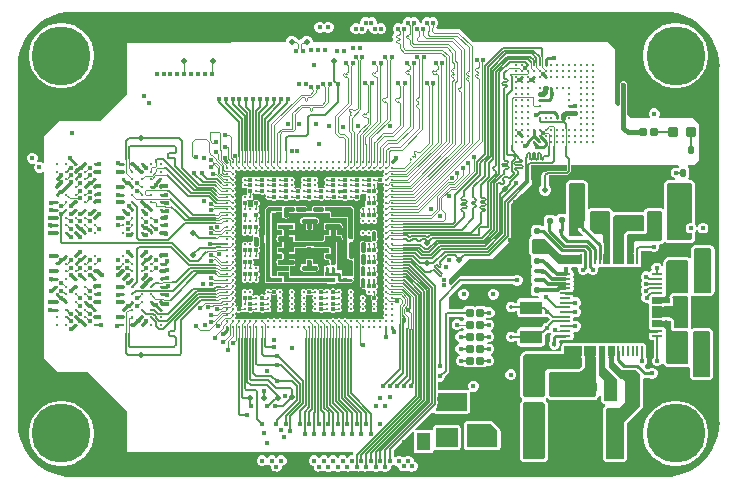
<source format=gtl>
G04*
G04 #@! TF.GenerationSoftware,Altium Limited,Altium Designer,22.8.2 (66)*
G04*
G04 Layer_Physical_Order=1*
G04 Layer_Color=255*
%FSAX25Y25*%
%MOIN*%
G70*
G04*
G04 #@! TF.SameCoordinates,F4A2C5FB-41C3-4025-BEE9-57CBDAA8531C*
G04*
G04*
G04 #@! TF.FilePolarity,Positive*
G04*
G01*
G75*
%ADD10C,0.00500*%
%ADD12C,0.01000*%
%ADD13C,0.01150*%
%ADD14C,0.01142*%
G04:AMPARAMS|DCode=15|XSize=37.4mil|YSize=33.47mil|CornerRadius=3.35mil|HoleSize=0mil|Usage=FLASHONLY|Rotation=270.000|XOffset=0mil|YOffset=0mil|HoleType=Round|Shape=RoundedRectangle|*
%AMROUNDEDRECTD15*
21,1,0.03740,0.02677,0,0,270.0*
21,1,0.03071,0.03347,0,0,270.0*
1,1,0.00669,-0.01339,-0.01535*
1,1,0.00669,-0.01339,0.01535*
1,1,0.00669,0.01339,0.01535*
1,1,0.00669,0.01339,-0.01535*
%
%ADD15ROUNDEDRECTD15*%
G04:AMPARAMS|DCode=16|XSize=35.43mil|YSize=7.87mil|CornerRadius=0.79mil|HoleSize=0mil|Usage=FLASHONLY|Rotation=0.000|XOffset=0mil|YOffset=0mil|HoleType=Round|Shape=RoundedRectangle|*
%AMROUNDEDRECTD16*
21,1,0.03543,0.00630,0,0,0.0*
21,1,0.03386,0.00787,0,0,0.0*
1,1,0.00158,0.01693,-0.00315*
1,1,0.00158,-0.01693,-0.00315*
1,1,0.00158,-0.01693,0.00315*
1,1,0.00158,0.01693,0.00315*
%
%ADD16ROUNDEDRECTD16*%
G04:AMPARAMS|DCode=17|XSize=35.43mil|YSize=7.87mil|CornerRadius=0.79mil|HoleSize=0mil|Usage=FLASHONLY|Rotation=90.000|XOffset=0mil|YOffset=0mil|HoleType=Round|Shape=RoundedRectangle|*
%AMROUNDEDRECTD17*
21,1,0.03543,0.00630,0,0,90.0*
21,1,0.03386,0.00787,0,0,90.0*
1,1,0.00158,0.00315,0.01693*
1,1,0.00158,0.00315,-0.01693*
1,1,0.00158,-0.00315,-0.01693*
1,1,0.00158,-0.00315,0.01693*
%
%ADD17ROUNDEDRECTD17*%
%ADD18R,0.18898X0.18898*%
G04:AMPARAMS|DCode=19|XSize=23.62mil|YSize=23.62mil|CornerRadius=2.36mil|HoleSize=0mil|Usage=FLASHONLY|Rotation=270.000|XOffset=0mil|YOffset=0mil|HoleType=Round|Shape=RoundedRectangle|*
%AMROUNDEDRECTD19*
21,1,0.02362,0.01890,0,0,270.0*
21,1,0.01890,0.02362,0,0,270.0*
1,1,0.00472,-0.00945,-0.00945*
1,1,0.00472,-0.00945,0.00945*
1,1,0.00472,0.00945,0.00945*
1,1,0.00472,0.00945,-0.00945*
%
%ADD19ROUNDEDRECTD19*%
G04:AMPARAMS|DCode=20|XSize=37.4mil|YSize=33.47mil|CornerRadius=3.35mil|HoleSize=0mil|Usage=FLASHONLY|Rotation=180.000|XOffset=0mil|YOffset=0mil|HoleType=Round|Shape=RoundedRectangle|*
%AMROUNDEDRECTD20*
21,1,0.03740,0.02677,0,0,180.0*
21,1,0.03071,0.03347,0,0,180.0*
1,1,0.00669,-0.01535,0.01339*
1,1,0.00669,0.01535,0.01339*
1,1,0.00669,0.01535,-0.01339*
1,1,0.00669,-0.01535,-0.01339*
%
%ADD20ROUNDEDRECTD20*%
G04:AMPARAMS|DCode=21|XSize=54.72mil|YSize=39.37mil|CornerRadius=3.94mil|HoleSize=0mil|Usage=FLASHONLY|Rotation=0.000|XOffset=0mil|YOffset=0mil|HoleType=Round|Shape=RoundedRectangle|*
%AMROUNDEDRECTD21*
21,1,0.05472,0.03150,0,0,0.0*
21,1,0.04685,0.03937,0,0,0.0*
1,1,0.00787,0.02343,-0.01575*
1,1,0.00787,-0.02343,-0.01575*
1,1,0.00787,-0.02343,0.01575*
1,1,0.00787,0.02343,0.01575*
%
%ADD21ROUNDEDRECTD21*%
G04:AMPARAMS|DCode=22|XSize=54.72mil|YSize=39.37mil|CornerRadius=3.94mil|HoleSize=0mil|Usage=FLASHONLY|Rotation=90.000|XOffset=0mil|YOffset=0mil|HoleType=Round|Shape=RoundedRectangle|*
%AMROUNDEDRECTD22*
21,1,0.05472,0.03150,0,0,90.0*
21,1,0.04685,0.03937,0,0,90.0*
1,1,0.00787,0.01575,0.02343*
1,1,0.00787,0.01575,-0.02343*
1,1,0.00787,-0.01575,-0.02343*
1,1,0.00787,-0.01575,0.02343*
%
%ADD22ROUNDEDRECTD22*%
G04:AMPARAMS|DCode=23|XSize=20mil|YSize=20mil|CornerRadius=2mil|HoleSize=0mil|Usage=FLASHONLY|Rotation=0.000|XOffset=0mil|YOffset=0mil|HoleType=Round|Shape=RoundedRectangle|*
%AMROUNDEDRECTD23*
21,1,0.02000,0.01600,0,0,0.0*
21,1,0.01600,0.02000,0,0,0.0*
1,1,0.00400,0.00800,-0.00800*
1,1,0.00400,-0.00800,-0.00800*
1,1,0.00400,-0.00800,0.00800*
1,1,0.00400,0.00800,0.00800*
%
%ADD23ROUNDEDRECTD23*%
G04:AMPARAMS|DCode=24|XSize=20mil|YSize=20mil|CornerRadius=2mil|HoleSize=0mil|Usage=FLASHONLY|Rotation=270.000|XOffset=0mil|YOffset=0mil|HoleType=Round|Shape=RoundedRectangle|*
%AMROUNDEDRECTD24*
21,1,0.02000,0.01600,0,0,270.0*
21,1,0.01600,0.02000,0,0,270.0*
1,1,0.00400,-0.00800,-0.00800*
1,1,0.00400,-0.00800,0.00800*
1,1,0.00400,0.00800,0.00800*
1,1,0.00400,0.00800,-0.00800*
%
%ADD24ROUNDEDRECTD24*%
G04:AMPARAMS|DCode=25|XSize=12.01mil|YSize=12.01mil|CornerRadius=1.2mil|HoleSize=0mil|Usage=FLASHONLY|Rotation=270.000|XOffset=0mil|YOffset=0mil|HoleType=Round|Shape=RoundedRectangle|*
%AMROUNDEDRECTD25*
21,1,0.01201,0.00961,0,0,270.0*
21,1,0.00961,0.01201,0,0,270.0*
1,1,0.00240,-0.00480,-0.00480*
1,1,0.00240,-0.00480,0.00480*
1,1,0.00240,0.00480,0.00480*
1,1,0.00240,0.00480,-0.00480*
%
%ADD25ROUNDEDRECTD25*%
G04:AMPARAMS|DCode=26|XSize=43.31mil|YSize=74.8mil|CornerRadius=4.33mil|HoleSize=0mil|Usage=FLASHONLY|Rotation=270.000|XOffset=0mil|YOffset=0mil|HoleType=Round|Shape=RoundedRectangle|*
%AMROUNDEDRECTD26*
21,1,0.04331,0.06614,0,0,270.0*
21,1,0.03465,0.07480,0,0,270.0*
1,1,0.00866,-0.03307,-0.01732*
1,1,0.00866,-0.03307,0.01732*
1,1,0.00866,0.03307,0.01732*
1,1,0.00866,0.03307,-0.01732*
%
%ADD26ROUNDEDRECTD26*%
G04:AMPARAMS|DCode=27|XSize=12.01mil|YSize=12.01mil|CornerRadius=1.2mil|HoleSize=0mil|Usage=FLASHONLY|Rotation=180.000|XOffset=0mil|YOffset=0mil|HoleType=Round|Shape=RoundedRectangle|*
%AMROUNDEDRECTD27*
21,1,0.01201,0.00961,0,0,180.0*
21,1,0.00961,0.01201,0,0,180.0*
1,1,0.00240,-0.00480,0.00480*
1,1,0.00240,0.00480,0.00480*
1,1,0.00240,0.00480,-0.00480*
1,1,0.00240,-0.00480,-0.00480*
%
%ADD27ROUNDEDRECTD27*%
G04:AMPARAMS|DCode=28|XSize=23.62mil|YSize=18.5mil|CornerRadius=1.85mil|HoleSize=0mil|Usage=FLASHONLY|Rotation=90.000|XOffset=0mil|YOffset=0mil|HoleType=Round|Shape=RoundedRectangle|*
%AMROUNDEDRECTD28*
21,1,0.02362,0.01480,0,0,90.0*
21,1,0.01992,0.01850,0,0,90.0*
1,1,0.00370,0.00740,0.00996*
1,1,0.00370,0.00740,-0.00996*
1,1,0.00370,-0.00740,-0.00996*
1,1,0.00370,-0.00740,0.00996*
%
%ADD28ROUNDEDRECTD28*%
G04:AMPARAMS|DCode=29|XSize=31.5mil|YSize=31.5mil|CornerRadius=3.94mil|HoleSize=0mil|Usage=FLASHONLY|Rotation=0.000|XOffset=0mil|YOffset=0mil|HoleType=Round|Shape=RoundedRectangle|*
%AMROUNDEDRECTD29*
21,1,0.03150,0.02362,0,0,0.0*
21,1,0.02362,0.03150,0,0,0.0*
1,1,0.00787,0.01181,-0.01181*
1,1,0.00787,-0.01181,-0.01181*
1,1,0.00787,-0.01181,0.01181*
1,1,0.00787,0.01181,0.01181*
%
%ADD29ROUNDEDRECTD29*%
%ADD31C,0.01575*%
%ADD32C,0.02362*%
%ADD54C,0.00402*%
%ADD55C,0.00461*%
%ADD56C,0.01968*%
%ADD57C,0.00335*%
%ADD58C,0.00472*%
%ADD59C,0.01000*%
%ADD60C,0.00339*%
%ADD61C,0.01181*%
%ADD62C,0.00472*%
%ADD63C,0.00461*%
%ADD64C,0.00429*%
%ADD65C,0.00429*%
%ADD66C,0.00435*%
%ADD67C,0.00403*%
%ADD68C,0.00461*%
%ADD69C,0.00367*%
%ADD70C,0.19685*%
%ADD71C,0.01598*%
G36*
X0604787Y0880819D02*
X0607170Y0880345D01*
X0609471Y0879564D01*
X0611650Y0878489D01*
X0613671Y0877139D01*
X0615498Y0875537D01*
X0617100Y0873710D01*
X0618450Y0871690D01*
X0619524Y0869510D01*
X0620306Y0867210D01*
X0620780Y0864826D01*
X0620936Y0862444D01*
X0620927Y0862402D01*
X0620927Y0744291D01*
X0620936Y0744249D01*
X0620780Y0741867D01*
X0620306Y0739483D01*
X0619524Y0737183D01*
X0618450Y0735003D01*
X0617100Y0732983D01*
X0615498Y0731156D01*
X0613671Y0729554D01*
X0611650Y0728204D01*
X0609471Y0727129D01*
X0607170Y0726348D01*
X0604787Y0725874D01*
X0602853Y0725747D01*
X0602362Y0725726D01*
X0602362Y0725726D01*
X0601862Y0725726D01*
X0406009Y0725726D01*
X0405512Y0725726D01*
X0405021Y0725747D01*
X0403087Y0725874D01*
X0400704Y0726348D01*
X0398403Y0727129D01*
X0396224Y0728204D01*
X0394203Y0729554D01*
X0392376Y0731156D01*
X0390774Y0732983D01*
X0389424Y0735003D01*
X0388350Y0737182D01*
X0387568Y0739483D01*
X0387094Y0741867D01*
X0386968Y0743800D01*
X0386947Y0744291D01*
X0386947Y0744291D01*
X0386947Y0744791D01*
X0386947Y0861905D01*
X0386947Y0861909D01*
X0386947Y0862402D01*
X0386968Y0862893D01*
X0387094Y0864826D01*
X0387568Y0867210D01*
X0388350Y0869510D01*
X0389424Y0871690D01*
X0390774Y0873710D01*
X0392376Y0875537D01*
X0394203Y0877139D01*
X0396224Y0878489D01*
X0398403Y0879564D01*
X0400704Y0880345D01*
X0403087Y0880819D01*
X0405469Y0880975D01*
X0405512Y0880967D01*
X0602362Y0880967D01*
X0602405Y0880975D01*
X0604787Y0880819D01*
D02*
G37*
%LPC*%
G36*
X0525757Y0879104D02*
X0525041D01*
X0524403Y0878839D01*
X0523765Y0879104D01*
X0523049D01*
X0522388Y0878830D01*
X0521882Y0878324D01*
X0521608Y0877662D01*
Y0877349D01*
X0521399Y0877231D01*
X0520899Y0877524D01*
Y0877662D01*
X0520625Y0878324D01*
X0520119Y0878830D01*
X0519458Y0879104D01*
X0518742D01*
X0518104Y0878839D01*
X0517466Y0879104D01*
X0516750D01*
X0516088Y0878830D01*
X0515582Y0878324D01*
X0515309Y0877662D01*
Y0877083D01*
X0514874Y0876849D01*
X0514258Y0877104D01*
X0513542D01*
X0512881Y0876830D01*
X0512374Y0876324D01*
X0512101Y0875663D01*
Y0874947D01*
X0512374Y0874286D01*
X0512446Y0874214D01*
X0512410Y0873842D01*
X0512044Y0873294D01*
X0511915Y0872647D01*
Y0872647D01*
Y0872647D01*
X0511915D01*
X0512044Y0872001D01*
X0512182Y0871793D01*
X0512044Y0871585D01*
X0511915Y0870938D01*
X0511511Y0870708D01*
X0485301D01*
Y0871302D01*
X0484999Y0872032D01*
X0484441Y0872590D01*
X0483712Y0872892D01*
X0482923D01*
X0482193Y0872590D01*
X0481635Y0872032D01*
X0481532Y0871783D01*
X0481310Y0871739D01*
X0480913Y0871474D01*
X0480877Y0871438D01*
X0480769Y0871545D01*
X0480372Y0871810D01*
X0480066Y0871871D01*
X0479999Y0872032D01*
X0479441Y0872590D01*
X0478712Y0872892D01*
X0477922D01*
X0477193Y0872590D01*
X0476635Y0872032D01*
X0476333Y0871302D01*
Y0870708D01*
X0458676D01*
X0458217Y0870708D01*
X0457717Y0870608D01*
X0423417Y0870608D01*
X0423417Y0853608D01*
X0414417Y0844608D01*
X0400917D01*
X0395917Y0839608D01*
Y0830716D01*
X0395417Y0830509D01*
X0395280Y0830646D01*
X0394619Y0830920D01*
X0393903D01*
X0393794Y0830874D01*
X0393425Y0831263D01*
X0393626Y0831747D01*
Y0832463D01*
X0393352Y0833124D01*
X0392846Y0833630D01*
X0392184Y0833904D01*
X0391469D01*
X0390807Y0833630D01*
X0390301Y0833124D01*
X0390027Y0832463D01*
Y0831747D01*
X0390301Y0831085D01*
X0390807Y0830579D01*
X0391469Y0830305D01*
X0392184D01*
X0392294Y0830351D01*
X0392663Y0829962D01*
X0392462Y0829478D01*
Y0828763D01*
X0392736Y0828101D01*
X0393242Y0827595D01*
X0393903Y0827321D01*
X0394619D01*
X0395280Y0827595D01*
X0395417Y0827732D01*
X0395917Y0827525D01*
Y0765308D01*
X0400517Y0760708D01*
X0410417D01*
X0423417Y0747708D01*
Y0734108D01*
X0457717Y0734108D01*
X0458217Y0734108D01*
Y0734108D01*
X0458217Y0734108D01*
X0458717Y0734108D01*
X0498628D01*
X0498895Y0733608D01*
X0498849Y0733539D01*
X0498757Y0733078D01*
X0498066D01*
X0497404Y0732804D01*
X0497175Y0732575D01*
X0496849Y0732334D01*
X0496522Y0732575D01*
X0496293Y0732804D01*
X0495632Y0733078D01*
X0494916D01*
X0494255Y0732804D01*
X0494026Y0732575D01*
X0493699Y0732334D01*
X0493372Y0732575D01*
X0493143Y0732804D01*
X0492482Y0733078D01*
X0491766D01*
X0491105Y0732804D01*
X0490876Y0732575D01*
X0490549Y0732334D01*
X0490223Y0732575D01*
X0489994Y0732804D01*
X0489332Y0733078D01*
X0488617D01*
X0487956Y0732804D01*
X0487726Y0732575D01*
X0487400Y0732334D01*
X0487073Y0732575D01*
X0486844Y0732804D01*
X0486183Y0733078D01*
X0485467D01*
X0484806Y0732804D01*
X0484300Y0732298D01*
X0484026Y0731636D01*
Y0730921D01*
X0484300Y0730260D01*
X0484806Y0729753D01*
X0485467Y0729479D01*
X0485627D01*
Y0728947D01*
X0485901Y0728286D01*
X0486407Y0727779D01*
X0487069Y0727505D01*
X0487784D01*
X0488446Y0727779D01*
X0488675Y0728008D01*
X0489001Y0728249D01*
X0489328Y0728008D01*
X0489557Y0727779D01*
X0490218Y0727505D01*
X0490934D01*
X0491595Y0727779D01*
X0491824Y0728008D01*
X0492151Y0728249D01*
X0492478Y0728008D01*
X0492707Y0727779D01*
X0493368Y0727505D01*
X0494084D01*
X0494745Y0727779D01*
X0494974Y0728008D01*
X0495301Y0728249D01*
X0495627Y0728008D01*
X0495856Y0727779D01*
X0496518Y0727505D01*
X0497233D01*
X0497895Y0727779D01*
X0498124Y0728008D01*
X0498450Y0728249D01*
X0498777Y0728008D01*
X0499006Y0727779D01*
X0499667Y0727505D01*
X0500383D01*
X0501044Y0727779D01*
X0501273Y0728008D01*
X0501600Y0728249D01*
X0501927Y0728008D01*
X0502155Y0727779D01*
X0502817Y0727505D01*
X0503533D01*
X0504194Y0727779D01*
X0504423Y0728008D01*
X0504749Y0728249D01*
X0505076Y0728008D01*
X0505305Y0727779D01*
X0505966Y0727505D01*
X0506682D01*
X0507343Y0727779D01*
X0507572Y0728008D01*
X0507899Y0728249D01*
X0508226Y0728008D01*
X0508455Y0727779D01*
X0509116Y0727505D01*
X0509832D01*
X0510493Y0727779D01*
X0510999Y0728286D01*
X0511273Y0728947D01*
Y0729479D01*
X0511380D01*
X0512041Y0729753D01*
X0512104Y0729817D01*
X0512788Y0729793D01*
X0512998Y0729583D01*
X0513659Y0729309D01*
X0513839D01*
Y0729150D01*
X0514113Y0728489D01*
X0514619Y0727983D01*
X0515280Y0727709D01*
X0515996D01*
X0516658Y0727983D01*
X0517005Y0728329D01*
X0517451Y0727882D01*
X0518113Y0727609D01*
X0518829D01*
X0519490Y0727882D01*
X0519996Y0728389D01*
X0520270Y0729050D01*
Y0729766D01*
X0519996Y0730427D01*
X0519490Y0730933D01*
X0518966Y0731150D01*
Y0731466D01*
X0518692Y0732127D01*
X0518186Y0732633D01*
X0517525Y0732907D01*
X0516809D01*
X0516148Y0732633D01*
X0515919Y0732404D01*
X0515592Y0732163D01*
X0515265Y0732404D01*
X0515036Y0732633D01*
X0514375Y0732907D01*
X0513659D01*
X0512998Y0732633D01*
X0512935Y0732570D01*
X0512766Y0732564D01*
X0512296Y0733004D01*
Y0734672D01*
X0518589Y0740964D01*
X0519049Y0740718D01*
X0519007Y0740505D01*
Y0734705D01*
X0519085Y0734314D01*
X0519306Y0733984D01*
X0519636Y0733763D01*
X0520027Y0733685D01*
X0524527D01*
X0524917Y0733763D01*
X0525248Y0733984D01*
X0525469Y0734314D01*
X0525514Y0734544D01*
X0525829Y0734782D01*
X0526046Y0734841D01*
X0526327Y0734785D01*
X0533627D01*
X0534017Y0734863D01*
X0534348Y0735084D01*
X0534569Y0735415D01*
X0534646Y0735805D01*
Y0742205D01*
X0534569Y0742595D01*
X0534348Y0742926D01*
X0534017Y0743147D01*
X0533627Y0743224D01*
X0526327D01*
X0525936Y0743147D01*
X0525606Y0742926D01*
X0525385Y0742595D01*
X0525307Y0742205D01*
Y0741787D01*
X0525167Y0741665D01*
X0524807Y0741468D01*
X0524527Y0741524D01*
X0520027D01*
X0519813Y0741482D01*
X0519567Y0741943D01*
X0524968Y0747343D01*
X0525606Y0747284D01*
X0525936Y0747063D01*
X0526327Y0746985D01*
X0536827D01*
X0537217Y0747063D01*
X0537548Y0747284D01*
X0537769Y0747614D01*
X0537846Y0748005D01*
Y0750346D01*
X0537769Y0750736D01*
X0537638Y0751053D01*
Y0751363D01*
X0537769Y0751679D01*
X0537846Y0752069D01*
Y0753705D01*
X0537769Y0754095D01*
X0537769Y0754095D01*
X0538100Y0754499D01*
X0538559Y0754309D01*
X0539275D01*
X0539627Y0754454D01*
X0539936Y0754583D01*
X0540443Y0755089D01*
X0540716Y0755750D01*
Y0756466D01*
X0540443Y0757127D01*
X0539936Y0757633D01*
X0539627Y0757761D01*
X0539275Y0757907D01*
X0538559D01*
X0537898Y0757633D01*
X0537392Y0757127D01*
X0537118Y0756466D01*
Y0755750D01*
X0537392Y0755089D01*
X0537399Y0755081D01*
X0537392Y0755065D01*
X0537104Y0754669D01*
X0536827Y0754724D01*
X0527240D01*
Y0757529D01*
X0527359Y0757609D01*
X0528075D01*
X0528736Y0757882D01*
X0529243Y0758389D01*
X0529516Y0759050D01*
Y0759405D01*
X0530518Y0760407D01*
X0530795Y0760820D01*
X0530892Y0761308D01*
Y0779330D01*
X0535515D01*
X0535546Y0779177D01*
X0535819Y0778768D01*
Y0778441D01*
X0535546Y0778032D01*
X0535498Y0777795D01*
X0534781D01*
X0534446Y0778130D01*
X0533784Y0778404D01*
X0533069D01*
X0532407Y0778130D01*
X0531901Y0777624D01*
X0531627Y0776963D01*
Y0776247D01*
X0531901Y0775586D01*
X0532407Y0775079D01*
X0533069Y0774805D01*
X0533784D01*
X0534446Y0775079D01*
X0534781Y0775415D01*
X0535498D01*
X0535546Y0775177D01*
X0535597Y0775100D01*
X0535435Y0774469D01*
X0535210Y0774352D01*
X0535084Y0774404D01*
X0534369D01*
X0533707Y0774130D01*
X0533201Y0773624D01*
X0532927Y0772963D01*
Y0772247D01*
X0533201Y0771586D01*
X0533707Y0771079D01*
X0534223Y0770866D01*
Y0770343D01*
X0533707Y0770130D01*
X0533201Y0769624D01*
X0532927Y0768962D01*
Y0768247D01*
X0533201Y0767586D01*
X0533707Y0767079D01*
X0534250Y0766854D01*
X0534312Y0766419D01*
X0534300Y0766334D01*
X0533807Y0766130D01*
X0533301Y0765624D01*
X0533027Y0764962D01*
Y0764247D01*
X0533301Y0763586D01*
X0533807Y0763079D01*
X0534469Y0762805D01*
X0535184D01*
X0535662Y0763003D01*
X0535819Y0762769D01*
X0536228Y0762495D01*
X0536710Y0762399D01*
X0538600D01*
X0539082Y0762495D01*
X0539427Y0762725D01*
X0539771Y0762495D01*
X0540253Y0762399D01*
X0542143D01*
X0542626Y0762495D01*
X0543034Y0762769D01*
X0543191Y0763003D01*
X0543669Y0762805D01*
X0544384D01*
X0545046Y0763079D01*
X0545552Y0763586D01*
X0545826Y0764247D01*
Y0764962D01*
X0545552Y0765624D01*
X0545046Y0766130D01*
X0544674Y0766284D01*
Y0766825D01*
X0545046Y0766979D01*
X0545552Y0767486D01*
X0545826Y0768147D01*
Y0768862D01*
X0545552Y0769524D01*
X0545046Y0770030D01*
X0544384Y0770304D01*
X0543669D01*
X0543634Y0770290D01*
X0543537Y0770343D01*
X0543632Y0770676D01*
X0543735Y0770805D01*
X0544384D01*
X0545046Y0771079D01*
X0545552Y0771586D01*
X0545826Y0772247D01*
Y0772963D01*
X0545552Y0773624D01*
X0545046Y0774130D01*
X0544674Y0774284D01*
Y0774825D01*
X0545046Y0774979D01*
X0545552Y0775486D01*
X0545826Y0776147D01*
Y0776862D01*
X0545552Y0777524D01*
X0545046Y0778030D01*
X0544384Y0778304D01*
X0543669D01*
X0543244Y0778128D01*
X0543034Y0778441D01*
X0542789Y0778605D01*
X0543034Y0778768D01*
X0543235Y0779068D01*
X0543447Y0778980D01*
D01*
X0543869Y0778805D01*
X0544585D01*
X0545246Y0779079D01*
X0545752Y0779586D01*
X0546026Y0780247D01*
Y0780963D01*
X0545752Y0781624D01*
X0545246Y0782130D01*
X0544585Y0782404D01*
X0543869D01*
X0543235Y0782141D01*
X0543034Y0782441D01*
X0542626Y0782714D01*
X0542143Y0782810D01*
X0540253D01*
X0539771Y0782714D01*
X0539427Y0782484D01*
X0539082Y0782714D01*
X0538600Y0782810D01*
X0536710D01*
X0536228Y0782714D01*
X0535819Y0782441D01*
X0535546Y0782032D01*
X0535515Y0781879D01*
X0530617D01*
Y0785705D01*
X0535045Y0790133D01*
X0552247D01*
X0552498Y0789883D01*
X0553159Y0789609D01*
X0553875D01*
X0554536Y0789883D01*
X0555043Y0790389D01*
X0555316Y0791050D01*
Y0791766D01*
X0555043Y0792427D01*
X0554536Y0792933D01*
X0553875Y0793207D01*
X0553159D01*
X0552498Y0792933D01*
X0552247Y0792682D01*
X0534517D01*
X0534029Y0792585D01*
X0533616Y0792309D01*
X0531307Y0790000D01*
X0530796Y0790197D01*
X0530617Y0790629D01*
Y0790695D01*
X0530845Y0791247D01*
Y0791936D01*
X0537517Y0798608D01*
X0545217D01*
X0551517Y0804908D01*
Y0805997D01*
X0551567Y0806245D01*
Y0816691D01*
X0552227Y0817351D01*
X0554980Y0820105D01*
X0558112Y0823236D01*
X0558388Y0823650D01*
X0558485Y0824138D01*
X0558388Y0824625D01*
X0558117Y0825031D01*
Y0829708D01*
X0570061D01*
Y0828267D01*
X0569755Y0827961D01*
X0563727D01*
X0563475Y0827911D01*
X0563263Y0827769D01*
X0563116Y0827622D01*
X0562827Y0827679D01*
X0562339Y0827582D01*
X0561925Y0827306D01*
X0561649Y0826892D01*
X0561552Y0826405D01*
Y0823149D01*
X0561135Y0822732D01*
X0560833Y0822002D01*
Y0821213D01*
X0561135Y0820484D01*
X0561514Y0820105D01*
X0561693Y0819926D01*
X0562423Y0819623D01*
X0563212D01*
X0563941Y0819926D01*
X0564120Y0820105D01*
X0564499Y0820484D01*
X0564801Y0821213D01*
Y0822002D01*
X0564499Y0822732D01*
X0564101Y0823130D01*
Y0826405D01*
X0564301Y0826648D01*
X0570027D01*
X0570278Y0826698D01*
X0570491Y0826841D01*
X0571181Y0827531D01*
X0571323Y0827744D01*
X0571374Y0827995D01*
Y0829708D01*
X0607260D01*
X0607407Y0829225D01*
X0607355Y0829169D01*
X0607273Y0829115D01*
X0607197Y0829002D01*
X0607083Y0828880D01*
X0606784Y0829004D01*
X0606069D01*
X0605407Y0828730D01*
X0604901Y0828224D01*
X0604627Y0827563D01*
Y0826847D01*
X0604901Y0826186D01*
X0605407Y0825679D01*
X0606069Y0825405D01*
X0606023Y0824924D01*
X0603927D01*
X0603536Y0824847D01*
X0603206Y0824626D01*
X0602806Y0824226D01*
X0602585Y0823895D01*
X0602507Y0823505D01*
Y0815573D01*
X0602412Y0815481D01*
X0602007Y0815320D01*
X0601817Y0815447D01*
X0601427Y0815524D01*
X0597027D01*
X0596928Y0815505D01*
X0596636Y0815447D01*
X0596306Y0815226D01*
X0596106Y0815026D01*
X0595885Y0814695D01*
X0595883Y0814685D01*
X0595740Y0814307D01*
X0595327Y0814324D01*
X0586027D01*
X0585636Y0814247D01*
X0585502Y0814405D01*
X0585462D01*
X0585248Y0814726D01*
X0584848Y0815126D01*
X0584517Y0815347D01*
X0584127Y0815424D01*
X0578227D01*
X0577836Y0815347D01*
X0577546Y0815153D01*
X0577386Y0815190D01*
X0577046Y0815373D01*
X0577046Y0823405D01*
X0576969Y0823795D01*
X0576748Y0824126D01*
X0576248Y0824626D01*
X0576248Y0824626D01*
X0575917Y0824847D01*
X0575527Y0824924D01*
X0571227D01*
X0570836Y0824847D01*
X0570836Y0824847D01*
X0570836Y0824847D01*
X0570670Y0824736D01*
X0570506Y0824626D01*
X0570506Y0824626D01*
X0570506Y0824626D01*
X0570106Y0824226D01*
X0569996Y0824061D01*
X0569885Y0823895D01*
X0569885Y0823895D01*
X0569885Y0823895D01*
X0569807Y0823505D01*
Y0823505D01*
X0569807Y0813705D01*
X0569731D01*
X0569307Y0813402D01*
X0569127Y0813438D01*
X0567527D01*
X0567058Y0813345D01*
X0566661Y0813080D01*
X0566594Y0812979D01*
X0565992D01*
X0565992Y0812980D01*
X0565595Y0813245D01*
X0565127Y0813338D01*
X0563527D01*
X0563058Y0813245D01*
X0562661Y0812980D01*
X0562396Y0812583D01*
X0562303Y0812115D01*
Y0810515D01*
X0562396Y0810047D01*
X0562515Y0809869D01*
X0562263Y0809416D01*
X0561881Y0809470D01*
X0561485Y0809735D01*
X0561016Y0809828D01*
X0559416D01*
X0558948Y0809735D01*
X0558551Y0809470D01*
X0558286Y0809073D01*
X0558193Y0808605D01*
Y0807005D01*
X0558286Y0806536D01*
X0558106Y0806026D01*
X0557706Y0805626D01*
X0557485Y0805295D01*
X0557407Y0804905D01*
Y0800805D01*
X0557485Y0800414D01*
X0557706Y0800084D01*
X0558206Y0799584D01*
X0558264Y0799290D01*
X0558186Y0799173D01*
X0558109Y0798783D01*
X0558093Y0798705D01*
Y0797105D01*
X0558127Y0796935D01*
X0558186Y0796636D01*
X0558345Y0796398D01*
X0558338Y0795792D01*
X0558127Y0795476D01*
X0558090Y0795422D01*
X0558004Y0794985D01*
Y0794024D01*
X0558090Y0793587D01*
X0558120Y0793543D01*
X0558210Y0793408D01*
X0558298Y0793055D01*
X0558210Y0792701D01*
X0558090Y0792522D01*
X0558004Y0792085D01*
Y0791124D01*
X0558090Y0790687D01*
X0558338Y0790317D01*
X0558354Y0790306D01*
X0558420Y0789943D01*
X0558391Y0789680D01*
X0558186Y0789373D01*
X0558093Y0788905D01*
Y0787305D01*
X0558186Y0786836D01*
X0558451Y0786440D01*
X0558848Y0786174D01*
X0559316Y0786081D01*
X0560483D01*
X0560835Y0785581D01*
X0560813Y0785519D01*
X0554819D01*
X0554260Y0785408D01*
X0553786Y0785091D01*
X0553470Y0784617D01*
X0553388Y0784208D01*
X0553358Y0784058D01*
Y0783778D01*
X0552823D01*
X0552814Y0783792D01*
X0552444Y0784039D01*
X0552007Y0784126D01*
X0551046D01*
X0550609Y0784039D01*
X0550239Y0783792D01*
X0549991Y0783421D01*
X0549904Y0782984D01*
Y0782023D01*
X0549991Y0781587D01*
X0550239Y0781216D01*
X0550609Y0780969D01*
X0551046Y0780882D01*
X0552007D01*
X0552444Y0780969D01*
X0552814Y0781216D01*
X0552823Y0781229D01*
X0553358D01*
Y0780594D01*
X0553427Y0780251D01*
X0553470Y0780034D01*
X0553786Y0779560D01*
X0554260Y0779244D01*
X0554819Y0779133D01*
X0561434D01*
X0561993Y0779244D01*
X0562383Y0779504D01*
X0562507Y0779379D01*
X0563169Y0779105D01*
X0563723D01*
X0564424Y0778405D01*
X0563323Y0777304D01*
X0563169D01*
X0562507Y0777030D01*
X0562001Y0776524D01*
X0561727Y0775863D01*
X0561434Y0775677D01*
X0554819D01*
X0554260Y0775566D01*
X0553786Y0775249D01*
X0553470Y0774775D01*
X0553427Y0774559D01*
X0553358Y0774216D01*
Y0773880D01*
X0552823D01*
X0552814Y0773893D01*
X0552444Y0774141D01*
X0552007Y0774228D01*
X0551046D01*
X0550609Y0774141D01*
X0550239Y0773893D01*
X0549991Y0773523D01*
X0549904Y0773086D01*
Y0772125D01*
X0549991Y0771688D01*
X0550239Y0771318D01*
X0550609Y0771070D01*
X0551046Y0770983D01*
X0552007D01*
X0552444Y0771070D01*
X0552814Y0771318D01*
X0552823Y0771331D01*
X0553358D01*
Y0770751D01*
X0553470Y0770192D01*
X0553786Y0769718D01*
X0554260Y0769401D01*
X0554819Y0769290D01*
X0561434D01*
X0561993Y0769401D01*
X0562467Y0769718D01*
X0562784Y0770192D01*
X0562895Y0770751D01*
Y0773296D01*
X0562973Y0773349D01*
X0563330Y0773705D01*
X0563884D01*
X0564525Y0773971D01*
X0564601Y0773785D01*
X0564841Y0773546D01*
X0564745Y0773451D01*
X0564414Y0772955D01*
X0564297Y0772369D01*
Y0771114D01*
X0564027Y0770463D01*
Y0769747D01*
X0564301Y0769086D01*
X0564807Y0768579D01*
X0565469Y0768305D01*
X0566185D01*
X0566846Y0768579D01*
X0567352Y0769086D01*
X0567626Y0769747D01*
Y0770463D01*
X0567434Y0770926D01*
X0567698Y0771426D01*
X0569527D01*
X0570103Y0771540D01*
X0571219D01*
X0571640Y0771624D01*
X0571997Y0771862D01*
X0572236Y0772219D01*
X0572319Y0772640D01*
Y0773270D01*
X0572236Y0773691D01*
X0572201Y0773742D01*
X0572236Y0773794D01*
X0572256Y0773894D01*
X0572569Y0774305D01*
X0573284D01*
X0573946Y0774579D01*
X0574452Y0775085D01*
X0574726Y0775747D01*
Y0776463D01*
X0574452Y0777124D01*
X0573946Y0777630D01*
X0573284Y0777904D01*
X0572569D01*
X0572256Y0778315D01*
X0572236Y0778415D01*
X0572201Y0778467D01*
X0572236Y0778518D01*
X0572256Y0778618D01*
X0572569Y0779030D01*
X0573284D01*
X0573946Y0779304D01*
X0574452Y0779810D01*
X0574726Y0780471D01*
Y0781187D01*
X0574452Y0781848D01*
X0574223Y0782077D01*
X0573982Y0782404D01*
X0574223Y0782730D01*
X0574452Y0782960D01*
X0574726Y0783621D01*
Y0784337D01*
X0574452Y0784998D01*
X0573946Y0785504D01*
X0573284Y0785778D01*
X0572569D01*
X0572256Y0786189D01*
X0572236Y0786289D01*
X0571997Y0786646D01*
X0571666Y0786867D01*
X0571640Y0787059D01*
Y0787198D01*
X0571666Y0787389D01*
X0571997Y0787610D01*
X0572236Y0787967D01*
X0572319Y0788388D01*
Y0789018D01*
X0572236Y0789439D01*
X0572201Y0789491D01*
X0572236Y0789542D01*
X0572319Y0789963D01*
Y0790593D01*
X0572236Y0791014D01*
X0572201Y0791065D01*
X0572236Y0791117D01*
X0572319Y0791538D01*
Y0792168D01*
X0572236Y0792589D01*
X0572201Y0792640D01*
X0572236Y0792692D01*
X0572319Y0793113D01*
Y0793742D01*
X0572236Y0794163D01*
X0571997Y0794520D01*
X0571640Y0794759D01*
X0571556Y0794775D01*
X0571516Y0794850D01*
Y0795566D01*
X0571663Y0795785D01*
X0573494D01*
X0573772Y0795369D01*
X0573727Y0795262D01*
Y0794547D01*
X0574001Y0793886D01*
X0574507Y0793379D01*
X0575169Y0793105D01*
X0575884D01*
X0576546Y0793379D01*
X0576850Y0793683D01*
X0577074Y0793876D01*
X0577503Y0793683D01*
X0577707Y0793479D01*
X0578369Y0793205D01*
X0579084D01*
X0579746Y0793479D01*
X0580252Y0793986D01*
X0580526Y0794647D01*
Y0795263D01*
X0580552Y0795390D01*
X0580905Y0795753D01*
X0581259D01*
X0581680Y0795836D01*
X0581731Y0795871D01*
X0581783Y0795836D01*
X0582204Y0795753D01*
X0582834D01*
X0582996Y0795785D01*
X0583616D01*
X0583779Y0795753D01*
X0584409D01*
X0584829Y0795836D01*
X0584881Y0795871D01*
X0584933Y0795836D01*
X0585353Y0795753D01*
X0585983D01*
X0586145Y0795785D01*
X0586766D01*
X0586928Y0795753D01*
X0587558D01*
X0587720Y0795785D01*
X0588341D01*
X0588503Y0795753D01*
X0589133D01*
X0589554Y0795836D01*
X0589605Y0795871D01*
X0589657Y0795836D01*
X0590078Y0795753D01*
X0590708D01*
X0591040Y0795819D01*
X0591175Y0795763D01*
X0591565Y0795685D01*
X0592157D01*
X0592255Y0795705D01*
X0592356Y0795705D01*
X0592449Y0795743D01*
X0592547Y0795763D01*
X0592631Y0795818D01*
X0592647Y0795825D01*
X0592703Y0795836D01*
X0592755Y0795871D01*
X0592806Y0795836D01*
X0593227Y0795753D01*
X0593857D01*
X0594278Y0795836D01*
X0594635Y0796075D01*
X0594874Y0796432D01*
X0594957Y0796853D01*
Y0800239D01*
X0594874Y0800659D01*
X0594817Y0800744D01*
Y0801333D01*
X0597747D01*
X0597998Y0801083D01*
X0598659Y0800809D01*
X0599375D01*
X0600036Y0801083D01*
X0600542Y0801589D01*
X0600816Y0802250D01*
Y0802966D01*
X0600732Y0803169D01*
X0601010Y0803585D01*
X0601227D01*
X0601617Y0803663D01*
X0601948Y0803884D01*
X0602302Y0804238D01*
X0602445Y0804279D01*
X0602932Y0804258D01*
X0603206Y0803984D01*
X0603536Y0803763D01*
X0603927Y0803685D01*
X0611227D01*
X0611617Y0803763D01*
X0611947Y0803984D01*
X0611948Y0803984D01*
X0612448Y0804484D01*
X0612669Y0804815D01*
X0612746Y0805205D01*
Y0807009D01*
X0612669Y0807399D01*
X0612622Y0807468D01*
X0612943Y0807789D01*
X0613156Y0808304D01*
X0613678D01*
X0613892Y0807789D01*
X0614398Y0807283D01*
X0615059Y0807009D01*
X0615775D01*
X0616436Y0807283D01*
X0616943Y0807789D01*
X0617216Y0808450D01*
Y0809166D01*
X0616943Y0809827D01*
X0616436Y0810333D01*
X0615775Y0810607D01*
X0615059D01*
X0614398Y0810333D01*
X0613892Y0809827D01*
X0613678Y0809311D01*
X0613156D01*
X0612943Y0809827D01*
X0612622Y0810147D01*
X0612669Y0810217D01*
X0612746Y0810607D01*
Y0823405D01*
X0612669Y0823795D01*
X0612448Y0824126D01*
X0611948Y0824626D01*
X0611617Y0824847D01*
X0611227Y0824924D01*
X0610629D01*
X0610481Y0825359D01*
X0610469Y0825424D01*
X0610724Y0825806D01*
X0610816Y0826268D01*
Y0828261D01*
X0610724Y0828723D01*
X0610462Y0829115D01*
X0610323Y0829208D01*
X0610475Y0829708D01*
X0612317D01*
X0614017Y0831408D01*
Y0839001D01*
X0614070Y0839080D01*
X0614178Y0839624D01*
Y0841986D01*
X0614070Y0842529D01*
X0614017Y0842609D01*
Y0843408D01*
X0612017Y0845408D01*
X0600915D01*
X0600724Y0845870D01*
X0600742Y0845889D01*
X0601016Y0846550D01*
Y0847266D01*
X0600742Y0847927D01*
X0600236Y0848433D01*
X0599575Y0848707D01*
X0598859D01*
X0598198Y0848433D01*
X0597692Y0847927D01*
X0597418Y0847266D01*
Y0846550D01*
X0597692Y0845889D01*
X0597711Y0845870D01*
X0597519Y0845408D01*
X0591417D01*
X0590065Y0846759D01*
Y0856620D01*
X0590054Y0856677D01*
Y0856858D01*
X0589985Y0857024D01*
X0589974Y0857081D01*
X0589942Y0857129D01*
X0589873Y0857296D01*
X0589745Y0857424D01*
X0589713Y0857472D01*
X0589665Y0857504D01*
X0589537Y0857632D01*
X0589370Y0857701D01*
X0589322Y0857733D01*
X0589265Y0857744D01*
X0589099Y0857813D01*
X0588918D01*
X0588861Y0857825D01*
X0588804Y0857813D01*
X0588624D01*
X0588457Y0857744D01*
X0588400Y0857733D01*
X0588352Y0857701D01*
X0588186Y0857632D01*
X0588058Y0857504D01*
X0588010Y0857472D01*
X0587978Y0857424D01*
X0587850Y0857296D01*
X0587781Y0857129D01*
X0587749Y0857081D01*
X0587737Y0857024D01*
X0587668Y0856858D01*
Y0856677D01*
X0587657Y0856620D01*
Y0849821D01*
X0587195Y0849630D01*
X0586217Y0850608D01*
Y0868308D01*
X0583817Y0870708D01*
X0538848D01*
X0534740Y0874816D01*
X0534333Y0875088D01*
X0533853Y0875183D01*
X0526956D01*
X0526571Y0875683D01*
X0526597Y0875815D01*
Y0875958D01*
X0526924Y0876285D01*
X0527198Y0876947D01*
Y0877662D01*
X0526924Y0878324D01*
X0526418Y0878830D01*
X0525757Y0879104D01*
D02*
G37*
G36*
X0505285D02*
X0504569D01*
X0503931Y0878839D01*
X0503292Y0879104D01*
X0502577D01*
X0501915Y0878830D01*
X0501409Y0878324D01*
X0501135Y0877662D01*
Y0877083D01*
X0500701Y0876849D01*
X0500084Y0877104D01*
X0499369D01*
X0498707Y0876830D01*
X0498201Y0876324D01*
X0497927Y0875663D01*
Y0874947D01*
X0498201Y0874286D01*
X0498707Y0873779D01*
X0499369Y0873505D01*
X0500084D01*
X0500727Y0873771D01*
X0501369Y0873505D01*
X0502084D01*
X0502746Y0873779D01*
X0503252Y0874286D01*
X0503526Y0874947D01*
Y0875256D01*
X0503727Y0875369D01*
X0504227Y0875077D01*
Y0874947D01*
X0504501Y0874286D01*
X0505007Y0873779D01*
X0505669Y0873505D01*
X0506385D01*
X0507027Y0873771D01*
X0507669Y0873505D01*
X0508385D01*
X0509046Y0873779D01*
X0509552Y0874286D01*
X0509826Y0874947D01*
Y0875663D01*
X0509552Y0876324D01*
X0509046Y0876830D01*
X0508385Y0877104D01*
X0507669D01*
X0507205Y0876912D01*
X0506726Y0877190D01*
Y0877662D01*
X0506452Y0878324D01*
X0505946Y0878830D01*
X0505285Y0879104D01*
D02*
G37*
G36*
X0490884Y0877604D02*
X0490169D01*
X0489507Y0877330D01*
X0489077Y0876899D01*
X0488746Y0877230D01*
X0488085Y0877504D01*
X0487369D01*
X0486707Y0877230D01*
X0486201Y0876724D01*
X0485927Y0876062D01*
Y0875347D01*
X0486201Y0874685D01*
X0486707Y0874179D01*
X0487369Y0873905D01*
X0488085D01*
X0488746Y0874179D01*
X0489177Y0874610D01*
X0489507Y0874279D01*
X0490169Y0874005D01*
X0490884D01*
X0491546Y0874279D01*
X0492052Y0874786D01*
X0492326Y0875447D01*
Y0876163D01*
X0492052Y0876824D01*
X0491546Y0877330D01*
X0490884Y0877604D01*
D02*
G37*
G36*
X0607153Y0877181D02*
X0605446D01*
X0603760Y0876914D01*
X0602137Y0876387D01*
X0600617Y0875612D01*
X0599236Y0874609D01*
X0598029Y0873402D01*
X0597026Y0872021D01*
X0596251Y0870501D01*
X0595724Y0868878D01*
X0595457Y0867192D01*
Y0865485D01*
X0595724Y0863800D01*
X0596251Y0862177D01*
X0597026Y0860656D01*
X0598029Y0859275D01*
X0599236Y0858068D01*
X0600617Y0857065D01*
X0602137Y0856290D01*
X0603760Y0855763D01*
X0605446Y0855496D01*
X0607153D01*
X0608838Y0855763D01*
X0610461Y0856290D01*
X0611982Y0857065D01*
X0613363Y0858068D01*
X0614569Y0859275D01*
X0615573Y0860656D01*
X0616347Y0862177D01*
X0616875Y0863800D01*
X0617142Y0865485D01*
Y0867192D01*
X0616875Y0868878D01*
X0616347Y0870501D01*
X0615573Y0872021D01*
X0614569Y0873402D01*
X0613363Y0874609D01*
X0611982Y0875612D01*
X0610461Y0876387D01*
X0608838Y0876914D01*
X0607153Y0877181D01*
D02*
G37*
G36*
X0402428D02*
X0400722D01*
X0399036Y0876914D01*
X0397413Y0876387D01*
X0395892Y0875612D01*
X0394511Y0874609D01*
X0393305Y0873402D01*
X0392301Y0872021D01*
X0391527Y0870501D01*
X0390999Y0868878D01*
X0390732Y0867192D01*
Y0865485D01*
X0390999Y0863800D01*
X0391527Y0862177D01*
X0392301Y0860656D01*
X0393305Y0859275D01*
X0394511Y0858068D01*
X0395892Y0857065D01*
X0397413Y0856290D01*
X0399036Y0855763D01*
X0400722Y0855496D01*
X0402428D01*
X0404114Y0855763D01*
X0405737Y0856290D01*
X0407258Y0857065D01*
X0408638Y0858068D01*
X0409845Y0859275D01*
X0410848Y0860656D01*
X0411623Y0862177D01*
X0412150Y0863800D01*
X0412417Y0865485D01*
Y0867192D01*
X0412150Y0868878D01*
X0411623Y0870501D01*
X0410848Y0872021D01*
X0409845Y0873402D01*
X0408638Y0874609D01*
X0407258Y0875612D01*
X0405737Y0876387D01*
X0404114Y0876914D01*
X0402428Y0877181D01*
D02*
G37*
G36*
X0617849Y0803224D02*
X0612949D01*
X0612559Y0803147D01*
X0612228Y0802926D01*
X0612228Y0802926D01*
X0611728Y0802426D01*
X0611507Y0802095D01*
X0611430Y0801705D01*
Y0798950D01*
X0610930Y0798743D01*
X0610848Y0798826D01*
X0610517Y0799047D01*
X0610127Y0799124D01*
X0603727D01*
X0603336Y0799047D01*
X0603006Y0798826D01*
X0603006Y0798826D01*
X0602506Y0798326D01*
X0602285Y0797995D01*
X0602207Y0797605D01*
Y0796249D01*
X0601707Y0796149D01*
X0601552Y0796524D01*
X0601046Y0797030D01*
X0600385Y0797304D01*
X0599669D01*
X0599007Y0797030D01*
X0598501Y0796524D01*
X0598227Y0795862D01*
Y0795147D01*
X0598272Y0795040D01*
X0598121Y0794759D01*
X0597765Y0794520D01*
X0597526Y0794163D01*
X0597500Y0794149D01*
X0596884Y0794404D01*
X0596169D01*
X0595507Y0794130D01*
X0595001Y0793624D01*
X0594727Y0792963D01*
Y0792247D01*
X0595001Y0791585D01*
X0595132Y0791455D01*
X0595001Y0791324D01*
X0594727Y0790662D01*
Y0789947D01*
X0595001Y0789286D01*
X0595132Y0789155D01*
X0595001Y0789024D01*
X0594727Y0788363D01*
Y0787647D01*
X0595001Y0786985D01*
X0595232Y0786755D01*
X0595101Y0786624D01*
X0594827Y0785962D01*
Y0785247D01*
X0595101Y0784586D01*
X0595607Y0784079D01*
X0596269Y0783805D01*
X0596971D01*
X0596997Y0783798D01*
X0597327Y0783591D01*
X0597526Y0783140D01*
X0597498Y0782997D01*
X0597485Y0782977D01*
X0597465Y0782878D01*
X0597427Y0782786D01*
X0597427Y0782685D01*
X0597407Y0782587D01*
Y0779071D01*
X0597427Y0778973D01*
Y0778872D01*
X0597465Y0778780D01*
X0597485Y0778681D01*
X0597498Y0778661D01*
X0597526Y0778518D01*
X0597561Y0778467D01*
X0597526Y0778415D01*
X0597498Y0778272D01*
X0597485Y0778253D01*
X0597465Y0778154D01*
X0597427Y0778061D01*
X0597427Y0777961D01*
X0597407Y0777862D01*
Y0776059D01*
X0597442Y0775881D01*
Y0775790D01*
X0597526Y0775369D01*
X0597765Y0775012D01*
X0598096Y0774791D01*
X0598121Y0774600D01*
Y0774460D01*
X0598096Y0774269D01*
X0597765Y0774048D01*
X0597526Y0773691D01*
X0597442Y0773270D01*
Y0772640D01*
X0597526Y0772219D01*
X0597765Y0771862D01*
X0598122Y0771624D01*
X0598542Y0771540D01*
X0598961D01*
Y0765883D01*
X0598701Y0765624D01*
X0598427Y0764962D01*
Y0764247D01*
X0598701Y0763586D01*
X0599207Y0763079D01*
X0599869Y0762805D01*
X0600585D01*
X0601246Y0763079D01*
X0601752Y0763586D01*
X0601771Y0763632D01*
X0602185Y0763618D01*
X0602297Y0763595D01*
X0602506Y0763284D01*
X0603006Y0762784D01*
X0603336Y0762563D01*
X0603727Y0762485D01*
X0610127D01*
X0610507Y0762561D01*
X0610517Y0762563D01*
X0611007Y0762289D01*
Y0759505D01*
X0611085Y0759115D01*
X0611306Y0758784D01*
X0611706Y0758384D01*
X0612036Y0758163D01*
X0612427Y0758085D01*
X0617327D01*
X0617717Y0758163D01*
X0618048Y0758384D01*
X0618048Y0758384D01*
X0618547Y0758884D01*
X0618769Y0759214D01*
X0618846Y0759605D01*
Y0774029D01*
X0618769Y0774419D01*
X0618548Y0774750D01*
X0618193Y0775105D01*
X0618172Y0775126D01*
X0617841Y0775347D01*
X0617451Y0775424D01*
X0612427Y0775424D01*
X0612036Y0775347D01*
X0611908Y0775260D01*
D01*
X0611826Y0775206D01*
X0611489Y0775542D01*
X0611501Y0775605D01*
X0611509Y0775650D01*
X0611546Y0775838D01*
Y0785805D01*
X0611496Y0786057D01*
X0611861Y0786370D01*
X0611901Y0786388D01*
X0612059Y0786282D01*
X0612449Y0786205D01*
X0614057D01*
X0617783Y0786205D01*
X0617857Y0786220D01*
X0617934Y0786216D01*
X0618051Y0786258D01*
X0618173Y0786282D01*
X0618236Y0786325D01*
X0618308Y0786350D01*
X0618472Y0786449D01*
X0618600Y0786565D01*
X0618734Y0786675D01*
X0619037Y0787043D01*
X0619108Y0787176D01*
X0619191Y0787301D01*
X0619201Y0787350D01*
X0619225Y0787394D01*
X0619240Y0787543D01*
X0619269Y0787691D01*
X0619269Y0801805D01*
X0619191Y0802195D01*
X0618970Y0802526D01*
X0618570Y0802926D01*
X0618240Y0803147D01*
X0617849Y0803224D01*
D02*
G37*
G36*
X0545885Y0788604D02*
X0545169D01*
X0544507Y0788330D01*
X0544001Y0787824D01*
X0543727Y0787162D01*
Y0786905D01*
Y0786447D01*
X0544001Y0785785D01*
X0544507Y0785279D01*
X0545169Y0785005D01*
X0545885D01*
X0546546Y0785279D01*
X0547052Y0785785D01*
X0547326Y0786447D01*
Y0786905D01*
Y0787162D01*
X0547052Y0787824D01*
X0546546Y0788330D01*
X0545885Y0788604D01*
D02*
G37*
G36*
X0536085D02*
X0535369D01*
X0534707Y0788330D01*
X0534201Y0787824D01*
X0533927Y0787162D01*
Y0786447D01*
X0534201Y0785785D01*
X0534707Y0785279D01*
X0535369Y0785005D01*
X0536085D01*
X0536746Y0785279D01*
X0537252Y0785785D01*
X0537526Y0786447D01*
Y0787162D01*
X0537252Y0787824D01*
X0536746Y0788330D01*
X0536085Y0788604D01*
D02*
G37*
G36*
X0595432Y0770630D02*
X0594802D01*
X0594381Y0770546D01*
X0594330Y0770511D01*
X0594278Y0770546D01*
X0593857Y0770630D01*
X0593227D01*
X0592806Y0770546D01*
X0592755Y0770511D01*
X0592703Y0770546D01*
X0592282Y0770630D01*
X0591653D01*
X0591232Y0770546D01*
X0591180Y0770511D01*
X0591129Y0770546D01*
X0590708Y0770630D01*
X0590078D01*
X0589657Y0770546D01*
X0589605Y0770511D01*
X0589554Y0770546D01*
X0589133Y0770630D01*
X0588503D01*
X0588082Y0770546D01*
X0588030Y0770511D01*
X0587979Y0770546D01*
X0587558Y0770630D01*
X0586928D01*
X0586507Y0770546D01*
X0586456Y0770511D01*
X0586404Y0770546D01*
X0585983Y0770630D01*
X0585353D01*
X0585326Y0770624D01*
X0584436D01*
X0584409Y0770630D01*
X0583779D01*
X0583358Y0770546D01*
X0583306Y0770511D01*
X0583255Y0770546D01*
X0582834Y0770630D01*
X0582204D01*
X0582176Y0770624D01*
X0581286D01*
X0581259Y0770630D01*
X0580629D01*
X0580208Y0770546D01*
X0580157Y0770511D01*
X0580105Y0770546D01*
X0579684Y0770630D01*
X0579054D01*
X0579027Y0770624D01*
X0578137D01*
X0578109Y0770630D01*
X0577479D01*
X0577452Y0770624D01*
X0576562D01*
X0576535Y0770630D01*
X0575905D01*
X0575484Y0770546D01*
X0575432Y0770511D01*
X0575381Y0770546D01*
X0574960Y0770630D01*
X0574330D01*
X0574302Y0770624D01*
X0569227D01*
X0568836Y0770547D01*
X0568506Y0770326D01*
X0568285Y0769995D01*
X0568207Y0769605D01*
Y0767724D01*
X0556127D01*
X0555736Y0767647D01*
X0555406Y0767426D01*
X0554606Y0766626D01*
X0554606Y0766626D01*
X0554385Y0766295D01*
X0554307Y0765905D01*
X0554307Y0753105D01*
X0554385Y0752714D01*
X0554606Y0752384D01*
X0555060Y0751930D01*
X0555072Y0751910D01*
X0555102Y0751800D01*
X0555080Y0751300D01*
X0554606Y0750826D01*
X0554385Y0750495D01*
X0554307Y0750105D01*
Y0732205D01*
X0554385Y0731814D01*
X0554606Y0731484D01*
X0555106Y0730984D01*
X0555436Y0730763D01*
X0555827Y0730685D01*
X0562227D01*
X0562617Y0730763D01*
X0562948Y0730984D01*
X0563548Y0731584D01*
X0563769Y0731915D01*
X0563846Y0732305D01*
Y0750105D01*
X0563769Y0750495D01*
X0563548Y0750826D01*
X0563033Y0751340D01*
X0562984Y0751655D01*
X0563033Y0751970D01*
X0563527Y0752463D01*
X0564106Y0751884D01*
X0564436Y0751663D01*
X0564827Y0751585D01*
X0579327D01*
X0579717Y0751663D01*
X0580048Y0751884D01*
X0580548Y0752384D01*
X0580769Y0752714D01*
X0580807Y0752908D01*
X0581307Y0752858D01*
Y0751605D01*
X0581385Y0751215D01*
X0581606Y0750884D01*
X0582006Y0750484D01*
X0582336Y0750263D01*
X0582727Y0750185D01*
X0582761D01*
X0582779Y0750140D01*
X0582844Y0749685D01*
X0582606Y0749526D01*
X0582306Y0749226D01*
X0582085Y0748895D01*
X0582007Y0748505D01*
Y0732205D01*
X0582085Y0731814D01*
X0582306Y0731484D01*
X0582806Y0730984D01*
X0583136Y0730763D01*
X0583527Y0730685D01*
X0588627D01*
X0589017Y0730763D01*
X0589348Y0730984D01*
X0589848Y0731484D01*
X0590069Y0731814D01*
X0590146Y0732205D01*
Y0743782D01*
X0595048Y0748684D01*
X0595269Y0749015D01*
X0595346Y0749405D01*
Y0758567D01*
X0595846Y0758931D01*
X0596127Y0758875D01*
X0597517D01*
X0598169Y0758605D01*
X0598884D01*
X0599546Y0758879D01*
X0600052Y0759385D01*
X0600326Y0760047D01*
Y0760763D01*
X0600052Y0761424D01*
X0599546Y0761930D01*
X0598884Y0762204D01*
X0598169D01*
X0597517Y0761934D01*
X0596760D01*
X0596093Y0762601D01*
X0596234Y0763167D01*
X0596652Y0763586D01*
X0596926Y0764247D01*
Y0764962D01*
X0596652Y0765624D01*
X0596466Y0765810D01*
X0596532Y0766144D01*
Y0769530D01*
X0596448Y0769951D01*
X0596210Y0770308D01*
X0595853Y0770546D01*
X0595432Y0770630D01*
D02*
G37*
G36*
X0551685Y0761704D02*
X0550969D01*
X0550307Y0761430D01*
X0549801Y0760924D01*
X0549527Y0760262D01*
Y0759547D01*
X0549801Y0758885D01*
X0550307Y0758379D01*
X0550969Y0758105D01*
X0551685D01*
X0552346Y0758379D01*
X0552852Y0758885D01*
X0553126Y0759547D01*
Y0760262D01*
X0552927Y0760744D01*
X0552852Y0760924D01*
X0552346Y0761430D01*
X0551685Y0761704D01*
D02*
G37*
G36*
X0544627Y0744424D02*
X0536827D01*
X0536436Y0744347D01*
X0536106Y0744126D01*
X0535885Y0743795D01*
X0535807Y0743405D01*
Y0735805D01*
X0535885Y0735415D01*
X0536106Y0735084D01*
X0536436Y0734863D01*
X0536827Y0734785D01*
X0546927D01*
X0547317Y0734863D01*
X0547648Y0735084D01*
X0547869Y0735415D01*
X0547946Y0735805D01*
Y0741105D01*
X0547869Y0741495D01*
X0547648Y0741826D01*
X0545348Y0744126D01*
X0545017Y0744347D01*
X0544627Y0744424D01*
D02*
G37*
G36*
X0475184Y0733078D02*
X0474468D01*
X0473807Y0732804D01*
X0473578Y0732575D01*
X0473251Y0732334D01*
X0472924Y0732575D01*
X0472695Y0732804D01*
X0472034Y0733078D01*
X0471318D01*
X0470657Y0732804D01*
X0470428Y0732575D01*
X0470101Y0732334D01*
X0469775Y0732575D01*
X0469546Y0732804D01*
X0468885Y0733078D01*
X0468169D01*
X0467507Y0732804D01*
X0467001Y0732298D01*
X0466727Y0731636D01*
Y0730921D01*
X0467001Y0730260D01*
X0467507Y0729753D01*
X0468169Y0729479D01*
X0468885D01*
X0469546Y0729753D01*
X0469775Y0729982D01*
X0470101Y0730223D01*
X0470428Y0729982D01*
X0470657Y0729753D01*
X0471318Y0729479D01*
X0471429D01*
Y0728921D01*
X0471703Y0728260D01*
X0472209Y0727753D01*
X0472870Y0727479D01*
X0473586D01*
X0474248Y0727753D01*
X0474754Y0728260D01*
X0475028Y0728921D01*
Y0729479D01*
X0475184D01*
X0475845Y0729753D01*
X0476351Y0730260D01*
X0476625Y0730921D01*
Y0731636D01*
X0476351Y0732298D01*
X0475845Y0732804D01*
X0475184Y0733078D01*
D02*
G37*
G36*
X0607153Y0751197D02*
X0605446D01*
X0603760Y0750930D01*
X0602137Y0750402D01*
X0600617Y0749628D01*
X0599236Y0748625D01*
X0598029Y0747418D01*
X0597026Y0746037D01*
X0596251Y0744516D01*
X0595724Y0742893D01*
X0595457Y0741208D01*
Y0739501D01*
X0595724Y0737815D01*
X0596251Y0736192D01*
X0597026Y0734672D01*
X0598029Y0733291D01*
X0599236Y0732084D01*
X0600617Y0731081D01*
X0602137Y0730306D01*
X0603760Y0729779D01*
X0605446Y0729512D01*
X0607153D01*
X0608838Y0729779D01*
X0610461Y0730306D01*
X0611982Y0731081D01*
X0613363Y0732084D01*
X0614569Y0733291D01*
X0615573Y0734672D01*
X0616347Y0736192D01*
X0616875Y0737815D01*
X0617142Y0739501D01*
Y0741208D01*
X0616875Y0742893D01*
X0616347Y0744516D01*
X0615573Y0746037D01*
X0614569Y0747418D01*
X0613363Y0748625D01*
X0611982Y0749628D01*
X0610461Y0750402D01*
X0608838Y0750930D01*
X0607153Y0751197D01*
D02*
G37*
G36*
X0402428D02*
X0400722D01*
X0399036Y0750930D01*
X0397413Y0750402D01*
X0395892Y0749628D01*
X0394511Y0748625D01*
X0393305Y0747418D01*
X0392301Y0746037D01*
X0391527Y0744516D01*
X0390999Y0742893D01*
X0390732Y0741208D01*
Y0739501D01*
X0390999Y0737815D01*
X0391527Y0736192D01*
X0392301Y0734672D01*
X0393305Y0733291D01*
X0394511Y0732084D01*
X0395892Y0731081D01*
X0397413Y0730306D01*
X0399036Y0729779D01*
X0400722Y0729512D01*
X0402428D01*
X0404114Y0729779D01*
X0405737Y0730306D01*
X0407258Y0731081D01*
X0408638Y0732084D01*
X0409845Y0733291D01*
X0410848Y0734672D01*
X0411623Y0736192D01*
X0412150Y0737815D01*
X0412417Y0739501D01*
Y0741208D01*
X0412150Y0742893D01*
X0411623Y0744516D01*
X0410848Y0746037D01*
X0409845Y0747418D01*
X0408638Y0748625D01*
X0407258Y0749628D01*
X0405737Y0750402D01*
X0404114Y0750930D01*
X0402428Y0751197D01*
D02*
G37*
%LPD*%
G36*
X0507203Y0828243D02*
X0507328Y0828119D01*
X0507682Y0827972D01*
X0508066D01*
X0508420Y0828119D01*
X0508545Y0828243D01*
X0508858Y0828340D01*
X0509154Y0828249D01*
X0509245Y0827953D01*
X0509149Y0827639D01*
X0509025Y0827515D01*
X0508878Y0827160D01*
Y0826777D01*
X0509016Y0826442D01*
X0509024Y0826416D01*
X0508905Y0825899D01*
X0508711Y0825851D01*
X0508693Y0825868D01*
X0508550Y0826011D01*
X0508111Y0826193D01*
X0507637D01*
X0507198Y0826011D01*
X0506863Y0825676D01*
X0506452Y0825818D01*
X0506097Y0825965D01*
X0505714D01*
X0505359Y0825818D01*
X0504953Y0825677D01*
X0504756Y0825868D01*
X0504613Y0826011D01*
X0504174Y0826193D01*
X0503700D01*
X0503261Y0826011D01*
X0502926Y0825676D01*
X0502515Y0825818D01*
X0502160Y0825965D01*
X0501777D01*
X0501422Y0825818D01*
X0501016Y0825677D01*
X0500819Y0825868D01*
X0500676Y0826011D01*
X0500237Y0826193D01*
X0499763D01*
X0499324Y0826011D01*
X0498989Y0825676D01*
X0498578Y0825818D01*
X0498223Y0825965D01*
X0497840D01*
X0497485Y0825818D01*
X0497079Y0825677D01*
X0496882Y0825868D01*
X0496739Y0826011D01*
X0496300Y0826193D01*
X0495826D01*
X0495387Y0826011D01*
X0495052Y0825676D01*
X0494641Y0825818D01*
X0494286Y0825965D01*
X0493903D01*
X0493548Y0825818D01*
X0493142Y0825677D01*
X0492945Y0825868D01*
X0492802Y0826011D01*
X0492363Y0826193D01*
X0491889D01*
X0491450Y0826011D01*
X0491115Y0825676D01*
X0490704Y0825818D01*
X0490349Y0825965D01*
X0489966D01*
X0489611Y0825818D01*
X0489340Y0825546D01*
X0489193Y0825192D01*
Y0824808D01*
X0489340Y0824454D01*
X0489464Y0824329D01*
X0489560Y0824016D01*
X0489464Y0823702D01*
X0489340Y0823578D01*
X0489193Y0823223D01*
Y0822840D01*
X0489340Y0822485D01*
X0489363Y0822461D01*
X0489261Y0822177D01*
X0488865Y0822106D01*
X0488426Y0822287D01*
X0487952D01*
X0487513Y0822106D01*
X0487113Y0822178D01*
X0487012Y0822459D01*
X0487038Y0822485D01*
X0487185Y0822840D01*
Y0823223D01*
X0487038Y0823578D01*
X0486914Y0823702D01*
X0486818Y0824016D01*
X0486914Y0824329D01*
X0487038Y0824454D01*
X0487185Y0824808D01*
Y0825192D01*
X0487038Y0825546D01*
X0486767Y0825818D01*
X0486412Y0825965D01*
X0486029D01*
X0485674Y0825818D01*
X0485268Y0825677D01*
X0485071Y0825868D01*
X0484928Y0826011D01*
X0484489Y0826193D01*
X0484015D01*
X0483576Y0826011D01*
X0483241Y0825676D01*
X0482830Y0825818D01*
X0482475Y0825965D01*
X0482092D01*
X0481737Y0825818D01*
X0481466Y0825546D01*
X0481319Y0825192D01*
Y0824808D01*
X0481466Y0824454D01*
X0481590Y0824329D01*
X0481686Y0824016D01*
X0481590Y0823702D01*
X0481466Y0823578D01*
X0481319Y0823223D01*
Y0822840D01*
X0481457Y0822505D01*
X0481464Y0822480D01*
X0481346Y0821962D01*
X0481152Y0821914D01*
X0481134Y0821931D01*
X0480991Y0822074D01*
X0480552Y0822256D01*
X0480078D01*
X0479639Y0822074D01*
X0479478Y0821913D01*
X0479284Y0821962D01*
X0479165Y0822480D01*
X0479173Y0822505D01*
X0479311Y0822840D01*
Y0823223D01*
X0479164Y0823578D01*
X0479040Y0823702D01*
X0478944Y0824016D01*
X0479040Y0824329D01*
X0479164Y0824454D01*
X0479311Y0824808D01*
Y0825192D01*
X0479164Y0825546D01*
X0478893Y0825818D01*
X0478538Y0825965D01*
X0478155D01*
X0477800Y0825818D01*
X0477394Y0825677D01*
X0477197Y0825868D01*
X0477054Y0826011D01*
X0476615Y0826193D01*
X0476141D01*
X0475702Y0826011D01*
X0475367Y0825676D01*
X0474956Y0825818D01*
X0474601Y0825965D01*
X0474218D01*
X0473863Y0825818D01*
X0473445Y0825680D01*
X0473250Y0825858D01*
X0473096Y0826011D01*
X0472658Y0826193D01*
X0472183D01*
X0471745Y0826011D01*
X0471409Y0825676D01*
X0471019Y0825818D01*
X0470664Y0825965D01*
X0470281D01*
X0469926Y0825818D01*
X0469520Y0825677D01*
X0469323Y0825868D01*
X0469180Y0826011D01*
X0468741Y0826193D01*
X0468267D01*
X0467828Y0826011D01*
X0467493Y0825676D01*
X0467082Y0825818D01*
X0466727Y0825965D01*
X0466344D01*
X0465989Y0825818D01*
X0465583Y0825677D01*
X0465386Y0825868D01*
X0465243Y0826011D01*
X0464804Y0826193D01*
X0464330D01*
X0463891Y0826011D01*
X0463556Y0825676D01*
X0463145Y0825818D01*
X0462790Y0825965D01*
X0462407D01*
X0462052Y0825818D01*
X0461781Y0825546D01*
X0461634Y0825192D01*
Y0824808D01*
X0461781Y0824454D01*
X0461905Y0824329D01*
X0462001Y0824016D01*
X0461905Y0823702D01*
X0461781Y0823578D01*
X0461634Y0823223D01*
Y0822840D01*
X0461781Y0822485D01*
X0462052Y0822214D01*
X0462407Y0822067D01*
X0462790D01*
X0463145Y0822214D01*
X0463418Y0822308D01*
X0463690Y0821873D01*
X0463556Y0821739D01*
X0463374Y0821300D01*
Y0820826D01*
X0463556Y0820387D01*
X0463717Y0820226D01*
X0463668Y0820032D01*
X0463150Y0819913D01*
X0463125Y0819921D01*
X0462790Y0820059D01*
X0462407D01*
X0462052Y0819912D01*
X0461781Y0819641D01*
X0461634Y0819286D01*
Y0818903D01*
X0461781Y0818548D01*
X0461921Y0818142D01*
X0461730Y0817945D01*
X0461587Y0817802D01*
X0461406Y0817363D01*
Y0816889D01*
X0461587Y0816450D01*
X0461923Y0816115D01*
X0461781Y0815704D01*
X0461634Y0815349D01*
Y0814966D01*
X0461781Y0814611D01*
X0461921Y0814205D01*
X0461730Y0814008D01*
X0461587Y0813865D01*
X0461406Y0813426D01*
Y0812952D01*
X0461587Y0812513D01*
X0461923Y0812178D01*
X0461781Y0811767D01*
X0461634Y0811412D01*
Y0811029D01*
X0461781Y0810674D01*
X0461921Y0810268D01*
X0461730Y0810071D01*
X0461587Y0809928D01*
X0461406Y0809489D01*
Y0809015D01*
X0461587Y0808576D01*
X0461923Y0808241D01*
X0461781Y0807830D01*
X0461634Y0807475D01*
Y0807092D01*
X0461781Y0806737D01*
X0462052Y0806466D01*
X0462407Y0806319D01*
X0462790D01*
X0463145Y0806466D01*
X0463269Y0806590D01*
X0463583Y0806686D01*
X0463896Y0806590D01*
X0464021Y0806466D01*
X0464375Y0806319D01*
X0464759D01*
X0465113Y0806466D01*
X0465238Y0806590D01*
X0465253Y0806595D01*
X0465362Y0806498D01*
X0465524Y0805991D01*
X0465455Y0805824D01*
X0465423Y0805776D01*
X0465412Y0805719D01*
X0465343Y0805552D01*
Y0805372D01*
X0465331Y0805315D01*
Y0804600D01*
X0464831Y0804281D01*
X0464759Y0804311D01*
X0464375D01*
X0464021Y0804164D01*
X0463896Y0804040D01*
X0463583Y0803944D01*
X0463269Y0804040D01*
X0463145Y0804164D01*
X0462790Y0804311D01*
X0462407D01*
X0462052Y0804164D01*
X0461781Y0803893D01*
X0461634Y0803538D01*
Y0803155D01*
X0461781Y0802800D01*
X0461921Y0802394D01*
X0461730Y0802197D01*
X0461587Y0802054D01*
X0461406Y0801615D01*
Y0801141D01*
X0461587Y0800702D01*
X0461923Y0800367D01*
X0461781Y0799956D01*
X0461634Y0799601D01*
Y0799218D01*
X0461781Y0798863D01*
X0461921Y0798457D01*
X0461730Y0798260D01*
X0461587Y0798117D01*
X0461406Y0797678D01*
Y0797204D01*
X0461587Y0796765D01*
X0461923Y0796430D01*
X0461781Y0796019D01*
X0461634Y0795664D01*
Y0795281D01*
X0461781Y0794926D01*
X0461921Y0794520D01*
X0461730Y0794323D01*
X0461587Y0794180D01*
X0461406Y0793741D01*
Y0793267D01*
X0461587Y0792828D01*
X0461923Y0792493D01*
X0461781Y0792082D01*
X0461634Y0791727D01*
Y0791344D01*
X0461781Y0790989D01*
X0462052Y0790718D01*
X0462407Y0790571D01*
X0462790D01*
X0463145Y0790718D01*
X0463269Y0790842D01*
X0463583Y0790938D01*
X0463896Y0790842D01*
X0464021Y0790718D01*
X0464375Y0790571D01*
X0464759D01*
X0465113Y0790718D01*
X0465238Y0790842D01*
X0465551Y0790938D01*
X0465865Y0790842D01*
X0465989Y0790718D01*
X0466344Y0790571D01*
X0466727D01*
X0467082Y0790718D01*
X0467353Y0790989D01*
X0467500Y0791344D01*
Y0791727D01*
X0467353Y0792082D01*
X0467211Y0792493D01*
X0467547Y0792828D01*
X0467728Y0793267D01*
Y0793741D01*
X0467547Y0794180D01*
X0467403Y0794323D01*
X0467213Y0794520D01*
X0467353Y0794926D01*
X0467500Y0795281D01*
Y0795664D01*
X0467353Y0796019D01*
X0467082Y0796290D01*
X0466727Y0796437D01*
X0466344D01*
X0466009Y0796299D01*
X0465983Y0796291D01*
X0465466Y0796410D01*
X0465417Y0796604D01*
X0465578Y0796765D01*
X0465760Y0797204D01*
Y0797678D01*
X0465578Y0798117D01*
X0465435Y0798260D01*
X0465417Y0798278D01*
X0465466Y0798472D01*
X0465983Y0798590D01*
X0466009Y0798583D01*
X0466344Y0798445D01*
X0466727D01*
X0467082Y0798592D01*
X0467353Y0798863D01*
X0467500Y0799218D01*
Y0799601D01*
X0467353Y0799956D01*
X0467211Y0800367D01*
X0467547Y0800702D01*
X0467728Y0801141D01*
Y0801615D01*
X0467547Y0802054D01*
X0467362Y0802239D01*
X0467387Y0802495D01*
X0467648Y0802886D01*
X0467740Y0803347D01*
Y0805315D01*
X0467728Y0805372D01*
Y0805552D01*
X0467659Y0805719D01*
X0467648Y0805776D01*
X0467616Y0805824D01*
X0467547Y0805991D01*
X0467419Y0806118D01*
X0467387Y0806166D01*
X0467308Y0806606D01*
X0467353Y0806737D01*
X0467500Y0807092D01*
Y0807475D01*
X0467353Y0807830D01*
X0467211Y0808241D01*
X0467547Y0808576D01*
X0467728Y0809015D01*
Y0809489D01*
X0467547Y0809928D01*
X0467403Y0810071D01*
X0467213Y0810268D01*
X0467353Y0810674D01*
X0467500Y0811029D01*
Y0811412D01*
X0467353Y0811767D01*
X0467211Y0812178D01*
X0467547Y0812513D01*
X0467728Y0812952D01*
Y0813426D01*
X0467547Y0813865D01*
X0467403Y0814008D01*
X0467213Y0814205D01*
X0467353Y0814611D01*
X0467500Y0814966D01*
Y0815349D01*
X0467353Y0815704D01*
X0467211Y0816115D01*
X0467547Y0816450D01*
X0467728Y0816889D01*
Y0817363D01*
X0467547Y0817802D01*
X0467211Y0818137D01*
X0466773Y0818319D01*
X0466298D01*
X0465860Y0818137D01*
X0465524Y0817802D01*
X0465343Y0817363D01*
Y0816889D01*
X0465524Y0816450D01*
X0465686Y0816289D01*
X0465637Y0816095D01*
X0465119Y0815977D01*
X0465093Y0815984D01*
X0464759Y0816122D01*
X0464375D01*
X0464041Y0815984D01*
X0464015Y0815977D01*
X0463497Y0816095D01*
X0463448Y0816289D01*
X0463610Y0816450D01*
X0463791Y0816889D01*
Y0817363D01*
X0463610Y0817802D01*
X0463466Y0817945D01*
X0463449Y0817963D01*
X0463497Y0818157D01*
X0464015Y0818276D01*
X0464041Y0818268D01*
X0464375Y0818130D01*
X0464759D01*
X0465113Y0818277D01*
X0465385Y0818548D01*
X0465531Y0818903D01*
Y0819286D01*
X0465385Y0819641D01*
X0465243Y0820052D01*
X0465386Y0820195D01*
X0465583Y0820386D01*
X0465989Y0820245D01*
X0466344Y0820098D01*
X0466727D01*
X0467082Y0820245D01*
X0467493Y0820387D01*
X0467828Y0820052D01*
X0468267Y0819870D01*
X0468741D01*
X0469180Y0820052D01*
X0469323Y0820195D01*
X0469341Y0820212D01*
X0469535Y0820164D01*
X0469653Y0819646D01*
X0469646Y0819621D01*
X0469508Y0819286D01*
Y0818903D01*
X0469655Y0818548D01*
X0469926Y0818277D01*
X0470281Y0818130D01*
X0470664D01*
X0471019Y0818277D01*
X0471409Y0818419D01*
X0471745Y0818083D01*
X0472183Y0817902D01*
X0472658D01*
X0473096Y0818083D01*
X0473250Y0818237D01*
X0473445Y0818414D01*
X0473863Y0818277D01*
X0474218Y0818130D01*
X0474601D01*
X0474956Y0818277D01*
X0475367Y0818419D01*
X0475702Y0818083D01*
X0476141Y0817902D01*
X0476615D01*
X0477054Y0818083D01*
X0477197Y0818227D01*
X0477394Y0818417D01*
X0477800Y0818277D01*
X0478155Y0818130D01*
X0478538D01*
X0478893Y0818277D01*
X0479304Y0818419D01*
X0479639Y0818083D01*
X0480078Y0817902D01*
X0480552D01*
X0480991Y0818083D01*
X0481134Y0818227D01*
X0481331Y0818417D01*
X0481737Y0818277D01*
X0482092Y0818130D01*
X0482475D01*
X0482830Y0818277D01*
X0483241Y0818419D01*
X0483576Y0818083D01*
X0484015Y0817902D01*
X0484489D01*
X0484928Y0818083D01*
X0485071Y0818227D01*
X0485268Y0818417D01*
X0485674Y0818277D01*
X0486029Y0818130D01*
X0486412D01*
X0486767Y0818277D01*
X0487178Y0818419D01*
X0487513Y0818083D01*
X0487952Y0817902D01*
X0488426D01*
X0488865Y0818083D01*
X0489008Y0818227D01*
X0489205Y0818417D01*
X0489611Y0818277D01*
X0489966Y0818130D01*
X0490349D01*
X0490704Y0818277D01*
X0490975Y0818548D01*
X0491444Y0818542D01*
X0491677Y0818310D01*
X0492115Y0818128D01*
X0492590D01*
X0492910Y0818261D01*
X0493028Y0818310D01*
X0493548Y0818277D01*
X0493903Y0818130D01*
X0494286D01*
X0494641Y0818277D01*
X0495052Y0818419D01*
X0495387Y0818083D01*
X0495826Y0817902D01*
X0496300D01*
X0496739Y0818083D01*
X0496882Y0818227D01*
X0497079Y0818417D01*
X0497485Y0818277D01*
X0497840Y0818130D01*
X0498223D01*
X0498578Y0818277D01*
X0498989Y0818419D01*
X0499324Y0818083D01*
X0499763Y0817902D01*
X0500237D01*
X0500676Y0818083D01*
X0501011Y0818419D01*
X0501193Y0818857D01*
Y0819332D01*
X0501011Y0819770D01*
X0501008Y0819773D01*
X0501009Y0819859D01*
X0501329Y0820158D01*
X0501468Y0820226D01*
X0501777Y0820098D01*
X0502160D01*
X0502515Y0820245D01*
X0502926Y0820387D01*
X0503069Y0820244D01*
X0503260Y0820047D01*
X0503119Y0819641D01*
X0502973Y0819286D01*
Y0818903D01*
X0503119Y0818548D01*
X0503261Y0818137D01*
X0502926Y0817802D01*
X0502744Y0817363D01*
Y0816889D01*
X0502926Y0816450D01*
X0503069Y0816307D01*
X0503086Y0816289D01*
X0503038Y0816095D01*
X0502521Y0815977D01*
X0502495Y0815984D01*
X0502160Y0816122D01*
X0501777D01*
X0501422Y0815975D01*
X0501151Y0815704D01*
X0501004Y0815349D01*
Y0814966D01*
X0501151Y0814611D01*
X0501293Y0814200D01*
X0500957Y0813865D01*
X0500776Y0813426D01*
Y0812952D01*
X0500957Y0812513D01*
X0501101Y0812370D01*
X0501291Y0812173D01*
X0501151Y0811767D01*
X0501004Y0811412D01*
Y0811029D01*
X0501151Y0810674D01*
X0501422Y0810403D01*
X0501777Y0810256D01*
X0502160D01*
X0502515Y0810403D01*
X0502639Y0810527D01*
X0502953Y0810623D01*
X0503266Y0810527D01*
X0503391Y0810403D01*
X0503745Y0810256D01*
X0504129D01*
X0504483Y0810403D01*
X0504607Y0810527D01*
X0504921Y0810623D01*
X0505235Y0810527D01*
X0505359Y0810403D01*
X0505714Y0810256D01*
X0506097D01*
X0506452Y0810403D01*
X0506723Y0810674D01*
X0506870Y0811029D01*
Y0811412D01*
X0506723Y0811767D01*
X0506583Y0812173D01*
X0506774Y0812370D01*
X0506917Y0812513D01*
X0507098Y0812952D01*
Y0813426D01*
X0506917Y0813865D01*
X0506581Y0814200D01*
X0506723Y0814611D01*
X0506870Y0814966D01*
Y0815349D01*
X0506723Y0815704D01*
X0506583Y0816110D01*
X0506774Y0816307D01*
X0506917Y0816450D01*
X0507098Y0816889D01*
Y0817363D01*
X0506917Y0817802D01*
X0506581Y0818137D01*
X0506723Y0818548D01*
X0506870Y0818903D01*
Y0819286D01*
X0506723Y0819641D01*
X0506583Y0820047D01*
X0506774Y0820244D01*
X0506917Y0820387D01*
X0507098Y0820826D01*
Y0821300D01*
X0506917Y0821739D01*
X0506581Y0822074D01*
X0506723Y0822485D01*
X0506870Y0822840D01*
Y0823223D01*
X0506732Y0823558D01*
X0506725Y0823583D01*
X0506843Y0824101D01*
X0507037Y0824150D01*
X0507198Y0823989D01*
X0507637Y0823807D01*
X0508111D01*
X0508550Y0823989D01*
X0508693Y0824132D01*
X0508711Y0824149D01*
X0508905Y0824101D01*
X0509024Y0823584D01*
X0509016Y0823558D01*
X0508878Y0823223D01*
Y0822840D01*
X0509025Y0822485D01*
X0509149Y0822361D01*
X0509245Y0822047D01*
X0509149Y0821733D01*
X0509025Y0821609D01*
X0508878Y0821255D01*
Y0820871D01*
X0509025Y0820517D01*
X0509149Y0820392D01*
X0509245Y0820079D01*
X0509149Y0819765D01*
X0509025Y0819641D01*
X0508878Y0819286D01*
Y0818903D01*
X0509025Y0818548D01*
X0509149Y0818424D01*
X0509245Y0818110D01*
X0509149Y0817797D01*
X0509025Y0817672D01*
X0508878Y0817318D01*
Y0816934D01*
X0509025Y0816580D01*
X0509149Y0816455D01*
X0509245Y0816142D01*
X0509149Y0815828D01*
X0509025Y0815704D01*
X0508878Y0815349D01*
Y0814966D01*
X0509025Y0814611D01*
X0509149Y0814487D01*
X0509245Y0814173D01*
X0509149Y0813859D01*
X0509025Y0813735D01*
X0508878Y0813381D01*
Y0812997D01*
X0509025Y0812643D01*
X0509149Y0812518D01*
X0509245Y0812205D01*
X0509149Y0811891D01*
X0509025Y0811767D01*
X0508878Y0811412D01*
Y0811029D01*
X0509025Y0810674D01*
X0509149Y0810550D01*
X0509245Y0810236D01*
X0509149Y0809923D01*
X0509025Y0809798D01*
X0508878Y0809444D01*
Y0809060D01*
X0509025Y0808706D01*
X0509149Y0808581D01*
X0509245Y0808268D01*
X0509149Y0807954D01*
X0509025Y0807830D01*
X0508878Y0807475D01*
Y0807092D01*
X0509025Y0806737D01*
X0509149Y0806613D01*
X0509245Y0806299D01*
X0509149Y0805986D01*
X0509025Y0805861D01*
X0508878Y0805507D01*
Y0805123D01*
X0509025Y0804769D01*
X0509149Y0804644D01*
X0509245Y0804331D01*
X0509149Y0804017D01*
X0509025Y0803893D01*
X0508878Y0803538D01*
Y0803155D01*
X0509025Y0802800D01*
X0509149Y0802676D01*
X0509245Y0802362D01*
X0509149Y0802048D01*
X0509025Y0801924D01*
X0508878Y0801570D01*
Y0801186D01*
X0509025Y0800832D01*
X0509149Y0800707D01*
X0509245Y0800394D01*
X0509149Y0800080D01*
X0509025Y0799956D01*
X0508878Y0799601D01*
Y0799218D01*
X0509025Y0798863D01*
X0509149Y0798739D01*
X0509245Y0798425D01*
X0509149Y0798111D01*
X0509025Y0797987D01*
X0508878Y0797633D01*
Y0797249D01*
X0509025Y0796895D01*
X0509149Y0796770D01*
X0509245Y0796457D01*
X0509149Y0796143D01*
X0509025Y0796019D01*
X0508878Y0795664D01*
Y0795281D01*
X0509025Y0794926D01*
X0509149Y0794802D01*
X0509245Y0794488D01*
X0509149Y0794174D01*
X0509025Y0794050D01*
X0508878Y0793696D01*
Y0793312D01*
X0509025Y0792957D01*
X0509149Y0792833D01*
X0509245Y0792520D01*
X0509149Y0792206D01*
X0509025Y0792082D01*
X0508878Y0791727D01*
Y0791344D01*
X0509025Y0790989D01*
X0509149Y0790865D01*
X0509245Y0790551D01*
X0509149Y0790238D01*
X0509025Y0790113D01*
X0508878Y0789759D01*
Y0789375D01*
X0509025Y0789020D01*
X0509149Y0788896D01*
X0509245Y0788583D01*
X0509149Y0788269D01*
X0509025Y0788145D01*
X0508878Y0787790D01*
Y0787407D01*
X0509025Y0787052D01*
X0509149Y0786928D01*
X0509245Y0786614D01*
X0509149Y0786301D01*
X0509025Y0786176D01*
X0508878Y0785822D01*
Y0785438D01*
X0509025Y0785083D01*
X0509149Y0784959D01*
X0509245Y0784646D01*
X0509149Y0784332D01*
X0509025Y0784208D01*
X0508878Y0783853D01*
Y0783469D01*
X0509025Y0783115D01*
X0509149Y0782991D01*
X0509245Y0782677D01*
X0509149Y0782364D01*
X0509025Y0782239D01*
X0508878Y0781885D01*
Y0781501D01*
X0509025Y0781146D01*
X0509149Y0781022D01*
X0509245Y0780709D01*
X0509149Y0780395D01*
X0509025Y0780271D01*
X0508878Y0779916D01*
Y0779532D01*
X0509025Y0779178D01*
X0509149Y0779054D01*
X0509195Y0778904D01*
X0509013Y0778525D01*
X0508488Y0778506D01*
X0508420Y0778574D01*
X0508066Y0778721D01*
X0507682D01*
X0507328Y0778574D01*
X0507203Y0778449D01*
X0506890Y0778353D01*
X0506576Y0778449D01*
X0506452Y0778574D01*
X0506097Y0778721D01*
X0505714D01*
X0505359Y0778574D01*
X0505235Y0778449D01*
X0504921Y0778353D01*
X0504607Y0778449D01*
X0504483Y0778574D01*
X0504129Y0778721D01*
X0503745D01*
X0503391Y0778574D01*
X0503266Y0778449D01*
X0502953Y0778353D01*
X0502639Y0778449D01*
X0502515Y0778574D01*
X0502160Y0778721D01*
X0501777D01*
X0501422Y0778574D01*
X0501298Y0778449D01*
X0500984Y0778353D01*
X0500671Y0778449D01*
X0500546Y0778574D01*
X0500192Y0778721D01*
X0499808D01*
X0499454Y0778574D01*
X0499330Y0778449D01*
X0499016Y0778353D01*
X0498702Y0778449D01*
X0498578Y0778574D01*
X0498223Y0778721D01*
X0497840D01*
X0497485Y0778574D01*
X0497361Y0778449D01*
X0497047Y0778353D01*
X0496734Y0778449D01*
X0496609Y0778574D01*
X0496255Y0778721D01*
X0495871D01*
X0495517Y0778574D01*
X0495393Y0778449D01*
X0495079Y0778353D01*
X0494765Y0778449D01*
X0494641Y0778574D01*
X0494286Y0778721D01*
X0493903D01*
X0493548Y0778574D01*
X0493424Y0778449D01*
X0493110Y0778353D01*
X0492797Y0778449D01*
X0492672Y0778574D01*
X0492318Y0778721D01*
X0491934D01*
X0491580Y0778574D01*
X0491455Y0778449D01*
X0491142Y0778353D01*
X0490828Y0778449D01*
X0490704Y0778574D01*
X0490349Y0778721D01*
X0489966D01*
X0489611Y0778574D01*
X0489487Y0778449D01*
X0489173Y0778353D01*
X0488860Y0778449D01*
X0488735Y0778574D01*
X0488381Y0778721D01*
X0487997D01*
X0487643Y0778574D01*
X0487518Y0778449D01*
X0487205Y0778353D01*
X0486891Y0778449D01*
X0486767Y0778574D01*
X0486412Y0778721D01*
X0486029D01*
X0485674Y0778574D01*
X0485550Y0778449D01*
X0485236Y0778353D01*
X0484923Y0778449D01*
X0484798Y0778574D01*
X0484444Y0778721D01*
X0484060D01*
X0483706Y0778574D01*
X0483581Y0778449D01*
X0483268Y0778353D01*
X0482954Y0778449D01*
X0482830Y0778574D01*
X0482475Y0778721D01*
X0482092D01*
X0481737Y0778574D01*
X0481613Y0778449D01*
X0481299Y0778353D01*
X0480985Y0778449D01*
X0480861Y0778574D01*
X0480507Y0778721D01*
X0480123D01*
X0479769Y0778574D01*
X0479644Y0778449D01*
X0479331Y0778353D01*
X0479017Y0778449D01*
X0478893Y0778574D01*
X0478538Y0778721D01*
X0478155D01*
X0477800Y0778574D01*
X0477676Y0778449D01*
X0477362Y0778353D01*
X0477048Y0778449D01*
X0476924Y0778574D01*
X0476570Y0778721D01*
X0476186D01*
X0475832Y0778574D01*
X0475707Y0778449D01*
X0475394Y0778353D01*
X0475080Y0778449D01*
X0474956Y0778574D01*
X0474601Y0778721D01*
X0474218D01*
X0473863Y0778574D01*
X0473739Y0778449D01*
X0473425Y0778353D01*
X0473111Y0778449D01*
X0472987Y0778574D01*
X0472633Y0778721D01*
X0472249D01*
X0471895Y0778574D01*
X0471770Y0778449D01*
X0471457Y0778353D01*
X0471143Y0778449D01*
X0471019Y0778574D01*
X0470664Y0778721D01*
X0470281D01*
X0469926Y0778574D01*
X0469802Y0778449D01*
X0469488Y0778353D01*
X0469174Y0778449D01*
X0469050Y0778574D01*
X0468696Y0778721D01*
X0468312D01*
X0467958Y0778574D01*
X0467833Y0778449D01*
X0467520Y0778353D01*
X0467206Y0778449D01*
X0467082Y0778574D01*
X0466727Y0778721D01*
X0466344D01*
X0465989Y0778574D01*
X0465865Y0778449D01*
X0465551Y0778353D01*
X0465238Y0778449D01*
X0465113Y0778574D01*
X0464759Y0778721D01*
X0464375D01*
X0464021Y0778574D01*
X0463896Y0778449D01*
X0463583Y0778353D01*
X0463269Y0778449D01*
X0463145Y0778574D01*
X0462790Y0778721D01*
X0462407D01*
X0462052Y0778574D01*
X0461928Y0778449D01*
X0461614Y0778353D01*
X0461301Y0778449D01*
X0461176Y0778574D01*
X0460822Y0778721D01*
X0460438D01*
X0460083Y0778574D01*
X0459959Y0778449D01*
X0459810Y0778404D01*
X0459430Y0778585D01*
X0459412Y0779110D01*
X0459479Y0779178D01*
X0459626Y0779532D01*
Y0779916D01*
X0459488Y0780251D01*
X0459480Y0780276D01*
X0459599Y0780794D01*
X0459793Y0780842D01*
X0459811Y0780825D01*
X0459954Y0780682D01*
X0460393Y0780500D01*
X0460867D01*
X0461306Y0780682D01*
X0461641Y0781017D01*
X0462052Y0780875D01*
X0462407Y0780728D01*
X0462790D01*
X0463145Y0780875D01*
X0463551Y0781016D01*
X0463748Y0780825D01*
X0463891Y0780682D01*
X0464330Y0780500D01*
X0464804D01*
X0465243Y0780682D01*
X0465578Y0781017D01*
X0465989Y0780875D01*
X0466344Y0780728D01*
X0466727D01*
X0467082Y0780875D01*
X0467488Y0781016D01*
X0467685Y0780825D01*
X0467828Y0780682D01*
X0468267Y0780500D01*
X0468741D01*
X0469180Y0780682D01*
X0469515Y0781017D01*
X0469926Y0780875D01*
X0470281Y0780728D01*
X0470664D01*
X0471019Y0780875D01*
X0471290Y0781146D01*
X0471437Y0781501D01*
Y0781885D01*
X0471290Y0782239D01*
X0471166Y0782364D01*
X0471070Y0782677D01*
X0471166Y0782991D01*
X0471290Y0783115D01*
X0471437Y0783469D01*
Y0783853D01*
X0471290Y0784208D01*
X0471166Y0784332D01*
X0471070Y0784646D01*
X0471166Y0784959D01*
X0471290Y0785083D01*
X0471437Y0785438D01*
Y0785822D01*
X0471290Y0786176D01*
X0471396Y0786552D01*
X0471542Y0786711D01*
X0471605Y0786724D01*
X0471755Y0786574D01*
X0472193Y0786393D01*
X0472668D01*
X0473106Y0786574D01*
X0473261Y0786729D01*
X0473280Y0786748D01*
X0473472Y0786699D01*
X0473590Y0786182D01*
X0473583Y0786156D01*
X0473445Y0785822D01*
Y0785438D01*
X0473592Y0785083D01*
X0473716Y0784959D01*
X0473812Y0784646D01*
X0473716Y0784332D01*
X0473592Y0784208D01*
X0473445Y0783853D01*
Y0783469D01*
X0473592Y0783115D01*
X0473716Y0782991D01*
X0473812Y0782677D01*
X0473716Y0782364D01*
X0473592Y0782239D01*
X0473445Y0781885D01*
Y0781501D01*
X0473592Y0781146D01*
X0473863Y0780875D01*
X0474218Y0780728D01*
X0474601D01*
X0474956Y0780875D01*
X0475227Y0781146D01*
X0475374Y0781501D01*
Y0781885D01*
X0475227Y0782239D01*
X0475103Y0782364D01*
X0475007Y0782677D01*
X0475103Y0782991D01*
X0475227Y0783115D01*
X0475374Y0783469D01*
Y0783853D01*
X0475227Y0784208D01*
X0475103Y0784332D01*
X0475007Y0784646D01*
X0475103Y0784959D01*
X0475227Y0785083D01*
X0475374Y0785438D01*
Y0785822D01*
X0475227Y0786176D01*
X0475103Y0786301D01*
X0475007Y0786614D01*
X0475103Y0786928D01*
X0475227Y0787052D01*
X0475374Y0787407D01*
Y0787790D01*
X0475227Y0788145D01*
X0474956Y0788416D01*
X0474601Y0788563D01*
X0474218D01*
X0473863Y0788416D01*
X0473456Y0788267D01*
X0473248Y0788455D01*
X0473106Y0788597D01*
X0472668Y0788778D01*
X0472193D01*
X0471755Y0788597D01*
X0471419Y0788261D01*
X0471019Y0788416D01*
X0470664Y0788563D01*
X0470281D01*
X0469926Y0788416D01*
X0469655Y0788145D01*
X0469508Y0787790D01*
Y0787407D01*
X0469646Y0787072D01*
X0469653Y0787046D01*
X0469535Y0786529D01*
X0469341Y0786481D01*
X0469323Y0786498D01*
X0469180Y0786641D01*
X0468741Y0786823D01*
X0468267D01*
X0467828Y0786641D01*
X0467685Y0786498D01*
X0467488Y0786307D01*
X0467082Y0786448D01*
X0466727Y0786594D01*
X0466344D01*
X0465989Y0786448D01*
X0465578Y0786306D01*
X0465435Y0786449D01*
X0465244Y0786646D01*
X0465385Y0787052D01*
X0465531Y0787407D01*
Y0787790D01*
X0465385Y0788145D01*
X0465113Y0788416D01*
X0464759Y0788563D01*
X0464375D01*
X0464021Y0788416D01*
X0463896Y0788292D01*
X0463583Y0788196D01*
X0463269Y0788292D01*
X0463145Y0788416D01*
X0462790Y0788563D01*
X0462407D01*
X0462052Y0788416D01*
X0461781Y0788145D01*
X0461634Y0787790D01*
Y0787407D01*
X0461781Y0787052D01*
X0461921Y0786646D01*
X0461730Y0786449D01*
X0461587Y0786306D01*
X0461406Y0785867D01*
Y0785393D01*
X0461587Y0784954D01*
X0461923Y0784619D01*
X0461781Y0784208D01*
X0461634Y0783853D01*
Y0783469D01*
X0461772Y0783135D01*
X0461779Y0783110D01*
X0461661Y0782592D01*
X0461467Y0782543D01*
X0461306Y0782704D01*
X0460867Y0782886D01*
X0460393D01*
X0459954Y0782704D01*
X0459811Y0782561D01*
X0459793Y0782544D01*
X0459599Y0782592D01*
X0459480Y0783109D01*
X0459488Y0783135D01*
X0459626Y0783469D01*
Y0783853D01*
X0459479Y0784208D01*
X0459355Y0784332D01*
X0459259Y0784646D01*
X0459355Y0784959D01*
X0459479Y0785083D01*
X0459626Y0785438D01*
Y0785822D01*
X0459479Y0786176D01*
X0459355Y0786301D01*
X0459259Y0786614D01*
X0459355Y0786928D01*
X0459479Y0787052D01*
X0459626Y0787407D01*
Y0787790D01*
X0459479Y0788145D01*
X0459355Y0788269D01*
X0459259Y0788583D01*
X0459355Y0788896D01*
X0459479Y0789020D01*
X0459626Y0789375D01*
Y0789759D01*
X0459479Y0790113D01*
X0459355Y0790238D01*
X0459259Y0790551D01*
X0459355Y0790865D01*
X0459479Y0790989D01*
X0459626Y0791344D01*
Y0791727D01*
X0459479Y0792082D01*
X0459355Y0792206D01*
X0459259Y0792520D01*
X0459355Y0792833D01*
X0459479Y0792957D01*
X0459626Y0793312D01*
Y0793696D01*
X0459479Y0794050D01*
X0459355Y0794174D01*
X0459259Y0794488D01*
X0459355Y0794802D01*
X0459479Y0794926D01*
X0459626Y0795281D01*
Y0795664D01*
X0459479Y0796019D01*
X0459355Y0796143D01*
X0459259Y0796457D01*
X0459355Y0796770D01*
X0459479Y0796895D01*
X0459626Y0797249D01*
Y0797633D01*
X0459479Y0797987D01*
X0459355Y0798111D01*
X0459259Y0798425D01*
X0459355Y0798739D01*
X0459479Y0798863D01*
X0459626Y0799218D01*
Y0799601D01*
X0459479Y0799956D01*
X0459355Y0800080D01*
X0459259Y0800394D01*
X0459355Y0800707D01*
X0459479Y0800832D01*
X0459626Y0801186D01*
Y0801570D01*
X0459479Y0801924D01*
X0459355Y0802048D01*
X0459259Y0802362D01*
X0459355Y0802676D01*
X0459479Y0802800D01*
X0459626Y0803155D01*
Y0803538D01*
X0459479Y0803893D01*
X0459355Y0804017D01*
X0459259Y0804331D01*
X0459355Y0804644D01*
X0459479Y0804769D01*
X0459626Y0805123D01*
Y0805507D01*
X0459479Y0805861D01*
X0459355Y0805986D01*
X0459259Y0806299D01*
X0459355Y0806613D01*
X0459479Y0806737D01*
X0459626Y0807092D01*
Y0807475D01*
X0459479Y0807830D01*
X0459355Y0807954D01*
X0459259Y0808268D01*
X0459355Y0808581D01*
X0459479Y0808706D01*
X0459626Y0809060D01*
Y0809444D01*
X0459479Y0809798D01*
X0459355Y0809923D01*
X0459259Y0810236D01*
X0459355Y0810550D01*
X0459479Y0810674D01*
X0459626Y0811029D01*
Y0811412D01*
X0459479Y0811767D01*
X0459355Y0811891D01*
X0459259Y0812205D01*
X0459355Y0812518D01*
X0459479Y0812643D01*
X0459626Y0812997D01*
Y0813381D01*
X0459479Y0813735D01*
X0459355Y0813859D01*
X0459259Y0814173D01*
X0459355Y0814487D01*
X0459479Y0814611D01*
X0459626Y0814966D01*
Y0815349D01*
X0459479Y0815704D01*
X0459355Y0815828D01*
X0459259Y0816142D01*
X0459355Y0816455D01*
X0459479Y0816580D01*
X0459626Y0816934D01*
Y0817318D01*
X0459479Y0817672D01*
X0459355Y0817797D01*
X0459259Y0818110D01*
X0459355Y0818424D01*
X0459479Y0818548D01*
X0459626Y0818903D01*
Y0819286D01*
X0459479Y0819641D01*
X0459355Y0819765D01*
X0459259Y0820079D01*
X0459355Y0820392D01*
X0459479Y0820517D01*
X0459626Y0820871D01*
Y0821255D01*
X0459479Y0821609D01*
X0459355Y0821733D01*
X0459259Y0822047D01*
X0459355Y0822361D01*
X0459479Y0822485D01*
X0459626Y0822840D01*
Y0823223D01*
X0459479Y0823578D01*
X0459355Y0823702D01*
X0459259Y0824016D01*
X0459355Y0824329D01*
X0459479Y0824454D01*
X0459626Y0824808D01*
Y0825192D01*
X0459479Y0825546D01*
X0459355Y0825671D01*
X0459259Y0825984D01*
X0459355Y0826298D01*
X0459479Y0826422D01*
X0459626Y0826777D01*
Y0827160D01*
X0459479Y0827515D01*
X0459355Y0827639D01*
X0459309Y0827789D01*
X0459471Y0828127D01*
X0459810Y0828289D01*
X0459959Y0828243D01*
X0460083Y0828119D01*
X0460438Y0827972D01*
X0460822D01*
X0461176Y0828119D01*
X0461301Y0828243D01*
X0461614Y0828340D01*
X0461928Y0828243D01*
X0462052Y0828119D01*
X0462407Y0827972D01*
X0462790D01*
X0463145Y0828119D01*
X0463269Y0828243D01*
X0463583Y0828340D01*
X0463896Y0828243D01*
X0464021Y0828119D01*
X0464375Y0827972D01*
X0464759D01*
X0465113Y0828119D01*
X0465238Y0828243D01*
X0465551Y0828340D01*
X0465865Y0828243D01*
X0465989Y0828119D01*
X0466344Y0827972D01*
X0466727D01*
X0467082Y0828119D01*
X0467206Y0828243D01*
X0467520Y0828340D01*
X0467833Y0828243D01*
X0467958Y0828119D01*
X0468312Y0827972D01*
X0468696D01*
X0469050Y0828119D01*
X0469174Y0828243D01*
X0469488Y0828340D01*
X0469802Y0828243D01*
X0469926Y0828119D01*
X0470281Y0827972D01*
X0470664D01*
X0471019Y0828119D01*
X0471143Y0828243D01*
X0471457Y0828340D01*
X0471770Y0828243D01*
X0471895Y0828119D01*
X0472249Y0827972D01*
X0472633D01*
X0472987Y0828119D01*
X0473111Y0828243D01*
X0473425Y0828340D01*
X0473739Y0828243D01*
X0473863Y0828119D01*
X0474218Y0827972D01*
X0474601D01*
X0474956Y0828119D01*
X0475080Y0828243D01*
X0475394Y0828340D01*
X0475707Y0828243D01*
X0475832Y0828119D01*
X0476186Y0827972D01*
X0476570D01*
X0476924Y0828119D01*
X0477048Y0828243D01*
X0477362Y0828340D01*
X0477676Y0828243D01*
X0477800Y0828119D01*
X0478155Y0827972D01*
X0478538D01*
X0478893Y0828119D01*
X0479017Y0828243D01*
X0479331Y0828340D01*
X0479644Y0828243D01*
X0479769Y0828119D01*
X0480123Y0827972D01*
X0480507D01*
X0480861Y0828119D01*
X0480985Y0828243D01*
X0481299Y0828340D01*
X0481613Y0828243D01*
X0481737Y0828119D01*
X0482092Y0827972D01*
X0482475D01*
X0482830Y0828119D01*
X0482954Y0828243D01*
X0483268Y0828340D01*
X0483581Y0828243D01*
X0483706Y0828119D01*
X0484060Y0827972D01*
X0484444D01*
X0484798Y0828119D01*
X0484923Y0828243D01*
X0485236Y0828340D01*
X0485550Y0828243D01*
X0485674Y0828119D01*
X0486029Y0827972D01*
X0486412D01*
X0486767Y0828119D01*
X0486891Y0828243D01*
X0487205Y0828340D01*
X0487518Y0828243D01*
X0487643Y0828119D01*
X0487997Y0827972D01*
X0488381D01*
X0488735Y0828119D01*
X0488860Y0828243D01*
X0489173Y0828340D01*
X0489487Y0828243D01*
X0489611Y0828119D01*
X0489966Y0827972D01*
X0490349D01*
X0490704Y0828119D01*
X0490828Y0828243D01*
X0491142Y0828340D01*
X0491455Y0828243D01*
X0491580Y0828119D01*
X0491934Y0827972D01*
X0492318D01*
X0492672Y0828119D01*
X0492797Y0828243D01*
X0493110Y0828340D01*
X0493424Y0828243D01*
X0493548Y0828119D01*
X0493903Y0827972D01*
X0494286D01*
X0494641Y0828119D01*
X0494765Y0828243D01*
X0495079Y0828340D01*
X0495393Y0828243D01*
X0495517Y0828119D01*
X0495871Y0827972D01*
X0496255D01*
X0496609Y0828119D01*
X0496734Y0828243D01*
X0497047Y0828340D01*
X0497361Y0828243D01*
X0497485Y0828119D01*
X0497840Y0827972D01*
X0498223D01*
X0498578Y0828119D01*
X0498702Y0828243D01*
X0499016Y0828340D01*
X0499330Y0828243D01*
X0499454Y0828119D01*
X0499808Y0827972D01*
X0500192D01*
X0500546Y0828119D01*
X0500671Y0828243D01*
X0500984Y0828340D01*
X0501298Y0828243D01*
X0501422Y0828119D01*
X0501777Y0827972D01*
X0502160D01*
X0502515Y0828119D01*
X0502639Y0828243D01*
X0502953Y0828340D01*
X0503266Y0828243D01*
X0503391Y0828119D01*
X0503745Y0827972D01*
X0504129D01*
X0504483Y0828119D01*
X0504607Y0828243D01*
X0504921Y0828340D01*
X0505235Y0828243D01*
X0505359Y0828119D01*
X0505714Y0827972D01*
X0506097D01*
X0506452Y0828119D01*
X0506576Y0828243D01*
X0506890Y0828340D01*
X0507203Y0828243D01*
D02*
G37*
G36*
X0576027Y0823405D02*
X0576027Y0811206D01*
X0574747Y0812486D01*
X0574251Y0812818D01*
X0573665Y0812934D01*
X0573080Y0812818D01*
X0572584Y0812486D01*
X0572252Y0811990D01*
X0572136Y0811405D01*
X0572252Y0810819D01*
X0572584Y0810323D01*
X0573604Y0809303D01*
Y0808891D01*
X0573721Y0808306D01*
X0574052Y0807810D01*
X0575728Y0806134D01*
X0570997D01*
X0570827Y0806305D01*
X0570827Y0823505D01*
X0571227Y0823905D01*
X0575527D01*
X0576027Y0823405D01*
D02*
G37*
G36*
X0611727D02*
Y0810607D01*
X0611059D01*
X0610398Y0810333D01*
X0609892Y0809827D01*
X0609618Y0809166D01*
Y0808450D01*
X0609892Y0807789D01*
X0610398Y0807283D01*
X0611059Y0807009D01*
X0611727D01*
Y0805205D01*
X0611227Y0804705D01*
X0603927D01*
X0603527Y0805105D01*
Y0823505D01*
X0603927Y0823905D01*
X0611227D01*
X0611727Y0823405D01*
D02*
G37*
G36*
X0595807Y0812824D02*
Y0807985D01*
X0595646Y0807824D01*
X0590427D01*
X0590036Y0807747D01*
X0589706Y0807526D01*
X0589306Y0807126D01*
X0589085Y0806795D01*
X0589007Y0806405D01*
Y0805744D01*
X0589085Y0805353D01*
X0589206Y0805060D01*
Y0804750D01*
X0589085Y0804456D01*
X0589007Y0804066D01*
Y0803244D01*
X0589085Y0802853D01*
X0589206Y0802560D01*
Y0802250D01*
X0589085Y0801956D01*
X0589007Y0801566D01*
Y0800843D01*
X0589027Y0800744D01*
Y0800644D01*
X0589048Y0800592D01*
X0588978Y0800239D01*
Y0796853D01*
X0588987Y0796805D01*
X0585499D01*
X0585508Y0796853D01*
Y0800239D01*
X0585425Y0800659D01*
X0585327Y0800806D01*
Y0812605D01*
X0586027Y0813305D01*
X0595327D01*
X0595807Y0812824D01*
D02*
G37*
G36*
X0584527Y0814005D02*
Y0813207D01*
X0584385Y0812995D01*
X0584307Y0812605D01*
Y0800806D01*
X0584327Y0800708D01*
Y0800607D01*
X0584327Y0800607D01*
X0584254Y0800239D01*
Y0796853D01*
X0584263Y0796805D01*
X0582349D01*
X0582359Y0796853D01*
Y0797970D01*
X0582473Y0798546D01*
Y0803081D01*
X0582357Y0803666D01*
X0582127Y0804011D01*
Y0806505D01*
X0581627Y0807005D01*
X0579183D01*
X0577827Y0808361D01*
Y0814005D01*
X0578227Y0814405D01*
X0584127D01*
X0584527Y0814005D01*
D02*
G37*
G36*
X0567345Y0800423D02*
X0567841Y0800092D01*
X0568427Y0799975D01*
X0574690D01*
Y0798546D01*
Y0796805D01*
X0570564D01*
X0570075Y0797007D01*
X0569359D01*
X0568871Y0796805D01*
X0567427D01*
X0563927Y0800305D01*
X0558927D01*
X0558427Y0800805D01*
Y0804905D01*
X0558827Y0805305D01*
X0562464D01*
X0567345Y0800423D01*
D02*
G37*
G36*
X0601627Y0814305D02*
Y0805005D01*
X0601227Y0804605D01*
X0592627D01*
X0592327Y0804305D01*
Y0802228D01*
X0592268Y0801933D01*
Y0800744D01*
X0592211Y0800659D01*
X0592128Y0800239D01*
Y0796853D01*
X0592157Y0796705D01*
X0591565D01*
X0591084Y0796904D01*
X0590369Y0796904D01*
X0590233Y0797366D01*
Y0800239D01*
X0590149Y0800659D01*
X0590027Y0800843D01*
Y0801566D01*
X0590226Y0802047D01*
Y0802763D01*
X0590027Y0803244D01*
Y0804066D01*
X0590226Y0804547D01*
Y0805262D01*
X0590027Y0805744D01*
Y0806405D01*
X0590427Y0806805D01*
X0596127D01*
X0596827Y0807505D01*
Y0814305D01*
X0597027Y0814505D01*
X0601427D01*
X0601627Y0814305D01*
D02*
G37*
G36*
X0536827Y0752069D02*
X0536618Y0751566D01*
Y0750850D01*
X0536827Y0750346D01*
Y0748005D01*
X0526327D01*
Y0748702D01*
X0526866Y0749242D01*
X0527143Y0749655D01*
X0527240Y0750143D01*
Y0753705D01*
X0536827D01*
Y0752069D01*
D02*
G37*
G36*
X0533627Y0735805D02*
X0526327D01*
Y0742205D01*
X0533627D01*
Y0735805D01*
D02*
G37*
G36*
X0524527Y0734705D02*
X0520027D01*
Y0740505D01*
X0524527D01*
Y0734705D01*
D02*
G37*
%LPC*%
G36*
X0488189Y0816362D02*
X0486221D01*
X0485760Y0816270D01*
X0485369Y0816009D01*
X0485108Y0815618D01*
X0485016Y0815158D01*
X0485061Y0814931D01*
X0484730Y0814431D01*
X0483774D01*
X0483443Y0814931D01*
X0483488Y0815158D01*
X0483396Y0815618D01*
X0483135Y0816009D01*
X0482744Y0816270D01*
X0482283Y0816362D01*
X0480315D01*
X0480258Y0816350D01*
X0480078D01*
X0479911Y0816281D01*
X0479854Y0816270D01*
X0479806Y0816238D01*
X0479639Y0816169D01*
X0479557Y0816139D01*
X0479105D01*
X0479022Y0816169D01*
X0478856Y0816238D01*
X0478807Y0816270D01*
X0478750Y0816281D01*
X0478584Y0816350D01*
X0478403D01*
X0478346Y0816362D01*
X0476378D01*
X0475917Y0816270D01*
X0475747Y0816156D01*
X0475528Y0816223D01*
X0475227Y0816348D01*
X0472684D01*
X0472678Y0816350D01*
X0472204D01*
X0472198Y0816348D01*
X0470557D01*
X0470256Y0816223D01*
X0470065Y0816033D01*
X0469926Y0815975D01*
X0469655Y0815704D01*
X0469597Y0815565D01*
X0469407Y0815374D01*
X0469282Y0815073D01*
Y0813432D01*
X0469279Y0813426D01*
Y0812952D01*
X0469282Y0812946D01*
Y0809495D01*
X0469279Y0809489D01*
Y0809015D01*
X0469282Y0809009D01*
Y0807325D01*
X0469209Y0806956D01*
X0469217Y0806914D01*
X0469201Y0806873D01*
Y0803757D01*
X0469217Y0803716D01*
X0469209Y0803673D01*
X0469282Y0803304D01*
Y0801621D01*
X0469279Y0801615D01*
Y0801425D01*
X0469225Y0801152D01*
X0469234Y0801109D01*
X0469217Y0801069D01*
Y0799736D01*
X0469234Y0799695D01*
X0469225Y0799652D01*
X0469282Y0799368D01*
Y0797684D01*
X0469279Y0797678D01*
Y0797204D01*
X0469282Y0797198D01*
Y0793747D01*
X0469279Y0793741D01*
Y0793267D01*
X0469282Y0793261D01*
Y0790771D01*
X0469407Y0790470D01*
X0469708Y0790345D01*
X0472198D01*
X0472204Y0790343D01*
X0472678D01*
X0472684Y0790345D01*
X0475127D01*
X0475377Y0790449D01*
X0475627Y0790345D01*
X0480072D01*
X0480078Y0790343D01*
X0480552D01*
X0480558Y0790345D01*
X0487946D01*
X0487952Y0790343D01*
X0488426D01*
X0488432Y0790345D01*
X0490115D01*
X0490409Y0790287D01*
X0490452Y0790295D01*
X0490492Y0790278D01*
X0492827D01*
X0493128Y0790403D01*
X0493136Y0790423D01*
X0493488Y0790674D01*
X0493727Y0790644D01*
X0493903Y0790571D01*
X0494286D01*
X0494415Y0790624D01*
X0495287D01*
X0495387Y0790524D01*
X0495826Y0790343D01*
X0496300D01*
X0496739Y0790524D01*
X0496839Y0790624D01*
X0497711D01*
X0497840Y0790571D01*
X0498223D01*
X0498578Y0790718D01*
X0498849Y0790989D01*
X0498996Y0791344D01*
Y0791727D01*
X0498849Y0792082D01*
X0499063Y0792403D01*
X0499188Y0792705D01*
Y0793498D01*
X0499178Y0793520D01*
X0499188Y0793543D01*
Y0795396D01*
X0499214Y0795527D01*
X0499205Y0795570D01*
X0499222Y0795610D01*
Y0797898D01*
X0499170Y0798025D01*
X0499135Y0798156D01*
X0499065Y0798267D01*
X0499024Y0798623D01*
X0499083Y0798857D01*
X0499144Y0798949D01*
X0499236Y0799409D01*
Y0803347D01*
X0499144Y0803807D01*
X0498883Y0804198D01*
X0498763Y0804278D01*
X0498780Y0804541D01*
X0498869Y0804809D01*
X0499097Y0804903D01*
X0499222Y0805205D01*
Y0809009D01*
X0499224Y0809015D01*
Y0809489D01*
X0499222Y0809495D01*
Y0811220D01*
Y0815073D01*
X0499222Y0815073D01*
X0499097Y0815374D01*
X0499097Y0815374D01*
X0498907Y0815565D01*
X0498849Y0815704D01*
X0498578Y0815975D01*
X0498439Y0816033D01*
X0498248Y0816223D01*
X0497947Y0816348D01*
X0496426D01*
X0496348Y0816315D01*
X0496263D01*
X0496114Y0816254D01*
X0495809D01*
X0495659Y0816315D01*
X0495575D01*
X0495496Y0816348D01*
X0490401D01*
X0490395Y0816350D01*
X0489920D01*
X0489914Y0816348D01*
X0489586D01*
X0489511Y0816317D01*
X0489429Y0816318D01*
X0489421Y0816310D01*
X0489340Y0816246D01*
X0489285Y0816223D01*
X0488792Y0816199D01*
X0488698Y0816238D01*
X0488650Y0816270D01*
X0488593Y0816281D01*
X0488426Y0816350D01*
X0488246D01*
X0488189Y0816362D01*
D02*
G37*
G36*
X0505905Y0808287D02*
X0505521Y0808211D01*
X0505221Y0808010D01*
X0505162Y0807985D01*
X0504593Y0807991D01*
X0504483Y0808101D01*
X0504129Y0808248D01*
X0503745D01*
X0503391Y0808101D01*
X0503266Y0807977D01*
X0502953Y0807881D01*
X0502639Y0807977D01*
X0502515Y0808101D01*
X0502160Y0808248D01*
X0501777D01*
X0501422Y0808101D01*
X0501151Y0807830D01*
X0501004Y0807475D01*
Y0807092D01*
X0501151Y0806737D01*
X0501422Y0806466D01*
X0501777Y0806319D01*
X0502160D01*
X0502515Y0806466D01*
X0502639Y0806590D01*
X0502953Y0806686D01*
X0503266Y0806590D01*
X0503391Y0806466D01*
X0503745Y0806319D01*
X0504129D01*
X0504402Y0806432D01*
X0504574Y0806363D01*
X0504623Y0806307D01*
X0504834Y0805846D01*
X0504713Y0805552D01*
Y0805078D01*
X0504894Y0804639D01*
X0505038Y0804496D01*
X0505055Y0804478D01*
X0505006Y0804284D01*
X0504489Y0804165D01*
X0504463Y0804173D01*
X0504129Y0804311D01*
X0503745D01*
X0503391Y0804164D01*
X0502820Y0804198D01*
X0502429Y0804459D01*
X0501968Y0804551D01*
X0501508Y0804459D01*
X0501117Y0804198D01*
X0500856Y0803807D01*
X0500764Y0803347D01*
Y0801378D01*
X0500776Y0801321D01*
Y0801141D01*
X0500845Y0800974D01*
X0500856Y0800917D01*
X0500888Y0800869D01*
X0500957Y0800702D01*
X0501074Y0800379D01*
X0500982Y0800060D01*
X0500856Y0799870D01*
X0500764Y0799409D01*
Y0797441D01*
X0500776Y0797384D01*
Y0797204D01*
X0500845Y0797037D01*
X0500856Y0796980D01*
X0500888Y0796932D01*
X0500957Y0796765D01*
X0501067Y0796655D01*
X0501117Y0796589D01*
X0501182Y0796143D01*
X0501113Y0795963D01*
X0501041Y0795857D01*
X0500965Y0795472D01*
Y0794187D01*
X0500957Y0794180D01*
X0500776Y0793741D01*
Y0793267D01*
X0500957Y0792828D01*
X0501067Y0792718D01*
X0501227Y0792323D01*
X0501113Y0792026D01*
X0501041Y0791920D01*
X0500965Y0791535D01*
Y0790250D01*
X0500957Y0790243D01*
X0500776Y0789804D01*
Y0789330D01*
X0500957Y0788891D01*
X0501293Y0788556D01*
X0501731Y0788374D01*
X0502206D01*
X0502644Y0788556D01*
X0502647Y0788559D01*
X0502733Y0788557D01*
X0503032Y0788238D01*
X0503100Y0788098D01*
X0502973Y0787790D01*
Y0787407D01*
X0503119Y0787052D01*
X0503391Y0786781D01*
X0503745Y0786634D01*
X0504129D01*
X0504463Y0786772D01*
X0504489Y0786779D01*
X0505007Y0786661D01*
X0505056Y0786467D01*
X0504894Y0786306D01*
X0504713Y0785867D01*
Y0785393D01*
X0504894Y0784954D01*
X0505038Y0784811D01*
X0505228Y0784614D01*
X0505088Y0784208D01*
X0504941Y0783853D01*
Y0783469D01*
X0505088Y0783115D01*
X0505212Y0782991D01*
X0505308Y0782677D01*
X0505212Y0782364D01*
X0505088Y0782239D01*
X0504941Y0781885D01*
Y0781501D01*
X0505088Y0781146D01*
X0505359Y0780875D01*
X0505714Y0780728D01*
X0506097D01*
X0506452Y0780875D01*
X0506723Y0781146D01*
X0506870Y0781501D01*
Y0781885D01*
X0506723Y0782239D01*
X0506599Y0782364D01*
X0506503Y0782677D01*
X0506599Y0782991D01*
X0506723Y0783115D01*
X0506870Y0783469D01*
Y0783853D01*
X0506723Y0784208D01*
X0506583Y0784614D01*
X0506774Y0784811D01*
X0506917Y0784954D01*
X0507098Y0785393D01*
Y0785867D01*
X0506917Y0786306D01*
X0506581Y0786641D01*
X0506723Y0787052D01*
X0506870Y0787407D01*
Y0787790D01*
X0506723Y0788145D01*
X0506583Y0788551D01*
X0506774Y0788748D01*
X0506917Y0788891D01*
X0507098Y0789330D01*
Y0789804D01*
X0506917Y0790243D01*
X0506581Y0790578D01*
X0506723Y0790989D01*
X0506870Y0791344D01*
Y0791727D01*
X0506723Y0792082D01*
X0506583Y0792488D01*
X0506774Y0792685D01*
X0506917Y0792828D01*
X0507098Y0793267D01*
Y0793741D01*
X0506917Y0794180D01*
X0506581Y0794515D01*
X0506723Y0794926D01*
X0506870Y0795281D01*
Y0795664D01*
X0506723Y0796019D01*
X0506583Y0796425D01*
X0506774Y0796622D01*
X0506917Y0796765D01*
X0507098Y0797204D01*
Y0797678D01*
X0506917Y0798117D01*
X0506581Y0798452D01*
X0506723Y0798863D01*
X0506870Y0799218D01*
Y0799601D01*
X0506723Y0799956D01*
X0506583Y0800362D01*
X0506774Y0800559D01*
X0506917Y0800702D01*
X0507098Y0801141D01*
Y0801615D01*
X0506917Y0802054D01*
X0506581Y0802389D01*
X0506723Y0802800D01*
X0506870Y0803155D01*
Y0803538D01*
X0506723Y0803893D01*
X0506583Y0804299D01*
X0506774Y0804496D01*
X0506917Y0804639D01*
X0507098Y0805078D01*
Y0805552D01*
X0506917Y0805991D01*
X0506909Y0805999D01*
Y0807283D01*
X0506833Y0807668D01*
X0506615Y0807993D01*
X0506289Y0808211D01*
X0505905Y0808287D01*
D02*
G37*
G36*
X0492363Y0788791D02*
X0491889D01*
X0491450Y0788610D01*
X0491307Y0788466D01*
X0491110Y0788276D01*
X0490704Y0788416D01*
X0490349Y0788563D01*
X0489966D01*
X0489611Y0788416D01*
X0489222Y0788252D01*
X0488886Y0788588D01*
X0488448Y0788770D01*
X0487973D01*
X0487535Y0788588D01*
X0487392Y0788445D01*
X0487176Y0788261D01*
X0486767Y0788416D01*
X0486412Y0788563D01*
X0486029D01*
X0485674Y0788416D01*
X0485263Y0788274D01*
X0484928Y0788610D01*
X0484489Y0788791D01*
X0484015D01*
X0483576Y0788610D01*
X0483433Y0788466D01*
X0483236Y0788276D01*
X0482830Y0788416D01*
X0482475Y0788563D01*
X0482092D01*
X0481737Y0788416D01*
X0481466Y0788145D01*
X0481319Y0787790D01*
Y0787407D01*
X0481466Y0787052D01*
X0481590Y0786928D01*
X0481686Y0786614D01*
X0481590Y0786301D01*
X0481466Y0786176D01*
X0481319Y0785822D01*
Y0785438D01*
X0481466Y0785083D01*
X0481590Y0784959D01*
X0481686Y0784646D01*
X0481590Y0784332D01*
X0481466Y0784208D01*
X0481319Y0783853D01*
Y0783469D01*
X0481466Y0783115D01*
X0481590Y0782991D01*
X0481686Y0782677D01*
X0481590Y0782364D01*
X0481466Y0782239D01*
X0481319Y0781885D01*
Y0781501D01*
X0481466Y0781146D01*
X0481737Y0780875D01*
X0482092Y0780728D01*
X0482475D01*
X0482830Y0780875D01*
X0483101Y0781146D01*
X0483248Y0781501D01*
Y0781885D01*
X0483101Y0782239D01*
X0482977Y0782364D01*
X0482881Y0782677D01*
X0482977Y0782991D01*
X0483101Y0783115D01*
X0483248Y0783469D01*
Y0783853D01*
X0483101Y0784208D01*
X0482977Y0784332D01*
X0482881Y0784646D01*
X0482977Y0784959D01*
X0483101Y0785083D01*
X0483248Y0785438D01*
Y0785822D01*
X0483110Y0786156D01*
X0483103Y0786182D01*
X0483221Y0786699D01*
X0483415Y0786748D01*
X0483433Y0786730D01*
X0483576Y0786587D01*
X0484015Y0786406D01*
X0484489D01*
X0484928Y0786587D01*
X0485089Y0786748D01*
X0485283Y0786700D01*
X0485401Y0786182D01*
X0485394Y0786156D01*
X0485256Y0785822D01*
Y0785438D01*
X0485403Y0785083D01*
X0485527Y0784959D01*
X0485623Y0784646D01*
X0485527Y0784332D01*
X0485403Y0784208D01*
X0485256Y0783853D01*
Y0783469D01*
X0485403Y0783115D01*
X0485527Y0782991D01*
X0485623Y0782677D01*
X0485527Y0782364D01*
X0485403Y0782239D01*
X0485256Y0781885D01*
Y0781501D01*
X0485403Y0781146D01*
X0485674Y0780875D01*
X0486029Y0780728D01*
X0486412D01*
X0486767Y0780875D01*
X0487173Y0781016D01*
X0487370Y0780825D01*
X0487513Y0780682D01*
X0487952Y0780500D01*
X0488426D01*
X0488865Y0780682D01*
X0489200Y0781017D01*
X0489611Y0780875D01*
X0489966Y0780728D01*
X0490349D01*
X0490704Y0780875D01*
X0491110Y0781016D01*
X0491307Y0780825D01*
X0491450Y0780682D01*
X0491889Y0780500D01*
X0492363D01*
X0492802Y0780682D01*
X0493137Y0781017D01*
X0493548Y0780875D01*
X0493903Y0780728D01*
X0494286D01*
X0494641Y0780875D01*
X0494912Y0781146D01*
X0495059Y0781501D01*
Y0781885D01*
X0494912Y0782239D01*
X0494788Y0782364D01*
X0494692Y0782677D01*
X0494788Y0782991D01*
X0494912Y0783115D01*
X0495059Y0783469D01*
Y0783853D01*
X0494912Y0784208D01*
X0494788Y0784332D01*
X0494692Y0784646D01*
X0494788Y0784959D01*
X0494912Y0785083D01*
X0495059Y0785438D01*
Y0785822D01*
X0494912Y0786176D01*
X0494788Y0786301D01*
X0494692Y0786614D01*
X0494788Y0786928D01*
X0494912Y0787052D01*
X0495059Y0787407D01*
Y0787790D01*
X0494912Y0788145D01*
X0494641Y0788416D01*
X0494286Y0788563D01*
X0493903D01*
X0493548Y0788416D01*
X0493137Y0788274D01*
X0492802Y0788610D01*
X0492363Y0788791D01*
D02*
G37*
G36*
X0502160Y0786594D02*
X0501777D01*
X0501422Y0786448D01*
X0501151Y0786176D01*
X0501004Y0785822D01*
Y0785438D01*
X0501151Y0785083D01*
X0501275Y0784959D01*
X0501371Y0784646D01*
X0501275Y0784332D01*
X0501151Y0784208D01*
X0501004Y0783853D01*
Y0783469D01*
X0501151Y0783115D01*
X0501275Y0782991D01*
X0501371Y0782677D01*
X0501275Y0782364D01*
X0501151Y0782239D01*
X0501004Y0781885D01*
Y0781501D01*
X0501151Y0781146D01*
X0501422Y0780875D01*
X0501777Y0780728D01*
X0502160D01*
X0502515Y0780875D01*
X0502786Y0781146D01*
X0502933Y0781501D01*
Y0781885D01*
X0502786Y0782239D01*
X0502662Y0782364D01*
X0502566Y0782677D01*
X0502662Y0782991D01*
X0502786Y0783115D01*
X0502933Y0783469D01*
Y0783853D01*
X0502786Y0784208D01*
X0502662Y0784332D01*
X0502566Y0784646D01*
X0502662Y0784959D01*
X0502786Y0785083D01*
X0502933Y0785438D01*
Y0785822D01*
X0502786Y0786176D01*
X0502515Y0786448D01*
X0502160Y0786594D01*
D02*
G37*
G36*
X0498223Y0788563D02*
X0497840D01*
X0497485Y0788416D01*
X0497214Y0788145D01*
X0497067Y0787790D01*
Y0787407D01*
X0497214Y0787052D01*
X0497338Y0786928D01*
X0497434Y0786614D01*
X0497338Y0786301D01*
X0497214Y0786176D01*
X0497067Y0785822D01*
Y0785438D01*
X0497214Y0785083D01*
X0497338Y0784959D01*
X0497434Y0784646D01*
X0497338Y0784332D01*
X0497214Y0784208D01*
X0497067Y0783853D01*
Y0783469D01*
X0497214Y0783115D01*
X0497338Y0782991D01*
X0497434Y0782677D01*
X0497338Y0782364D01*
X0497214Y0782239D01*
X0497067Y0781885D01*
Y0781501D01*
X0497214Y0781146D01*
X0497485Y0780875D01*
X0497840Y0780728D01*
X0498223D01*
X0498578Y0780875D01*
X0498849Y0781146D01*
X0498996Y0781501D01*
Y0781885D01*
X0498849Y0782239D01*
X0498725Y0782364D01*
X0498629Y0782677D01*
X0498725Y0782991D01*
X0498849Y0783115D01*
X0498996Y0783469D01*
Y0783853D01*
X0498849Y0784208D01*
X0498725Y0784332D01*
X0498629Y0784646D01*
X0498725Y0784959D01*
X0498849Y0785083D01*
X0498996Y0785438D01*
Y0785822D01*
X0498849Y0786176D01*
X0498725Y0786301D01*
X0498629Y0786614D01*
X0498725Y0786928D01*
X0498849Y0787052D01*
X0498996Y0787407D01*
Y0787790D01*
X0498849Y0788145D01*
X0498578Y0788416D01*
X0498223Y0788563D01*
D02*
G37*
G36*
X0478538D02*
X0478155D01*
X0477800Y0788416D01*
X0477529Y0788145D01*
X0477382Y0787790D01*
Y0787407D01*
X0477529Y0787052D01*
X0477653Y0786928D01*
X0477749Y0786614D01*
X0477653Y0786301D01*
X0477529Y0786176D01*
X0477382Y0785822D01*
Y0785438D01*
X0477529Y0785083D01*
X0477653Y0784959D01*
X0477749Y0784646D01*
X0477653Y0784332D01*
X0477529Y0784208D01*
X0477382Y0783853D01*
Y0783469D01*
X0477529Y0783115D01*
X0477653Y0782991D01*
X0477749Y0782677D01*
X0477653Y0782364D01*
X0477529Y0782239D01*
X0477382Y0781885D01*
Y0781501D01*
X0477529Y0781146D01*
X0477800Y0780875D01*
X0478155Y0780728D01*
X0478538D01*
X0478893Y0780875D01*
X0479164Y0781146D01*
X0479311Y0781501D01*
Y0781885D01*
X0479164Y0782239D01*
X0479040Y0782364D01*
X0478944Y0782677D01*
X0479040Y0782991D01*
X0479164Y0783115D01*
X0479311Y0783469D01*
Y0783853D01*
X0479164Y0784208D01*
X0479040Y0784332D01*
X0478944Y0784646D01*
X0479040Y0784959D01*
X0479164Y0785083D01*
X0479311Y0785438D01*
Y0785822D01*
X0479164Y0786176D01*
X0479040Y0786301D01*
X0478944Y0786614D01*
X0479040Y0786928D01*
X0479164Y0787052D01*
X0479311Y0787407D01*
Y0787790D01*
X0479164Y0788145D01*
X0478893Y0788416D01*
X0478538Y0788563D01*
D02*
G37*
%LPD*%
G36*
X0498796Y0815073D02*
Y0811220D01*
Y0807283D01*
Y0805205D01*
X0497354D01*
Y0805558D01*
X0497253Y0805803D01*
Y0809007D01*
X0497256Y0809015D01*
Y0809489D01*
X0497253Y0809497D01*
Y0812205D01*
X0497227Y0812268D01*
Y0812605D01*
X0496890D01*
X0496827Y0812631D01*
X0491553D01*
Y0814005D01*
X0491527Y0814068D01*
Y0814305D01*
X0491429D01*
X0491428Y0814306D01*
X0491127Y0814431D01*
X0490491D01*
X0490413Y0814398D01*
X0490328D01*
X0490310Y0814391D01*
X0490005D01*
X0489987Y0814398D01*
X0489902D01*
X0489823Y0814431D01*
X0489624D01*
X0489382Y0814920D01*
Y0815100D01*
X0489393Y0815158D01*
X0489382Y0815214D01*
Y0815395D01*
X0489371Y0815422D01*
X0489586Y0815922D01*
X0495496D01*
X0495724Y0815827D01*
X0496199D01*
X0496426Y0815922D01*
X0497947D01*
X0498796Y0815073D01*
D02*
G37*
G36*
X0475227Y0815423D02*
X0475174Y0815158D01*
Y0814631D01*
X0474630D01*
X0474601Y0814619D01*
D01*
X0474218D01*
D01*
X0474189Y0814631D01*
X0473175D01*
X0473175Y0814631D01*
X0472956Y0814540D01*
X0472954D01*
X0472627Y0814405D01*
X0472224D01*
X0472210Y0814414D01*
X0472160Y0814405D01*
X0471327D01*
Y0813964D01*
X0471325Y0813964D01*
X0471278Y0813849D01*
X0471209Y0813745D01*
X0471217Y0813703D01*
X0471201Y0813662D01*
Y0813520D01*
X0471233Y0813441D01*
Y0813357D01*
X0471239Y0813342D01*
Y0813036D01*
X0471233Y0813021D01*
Y0812936D01*
X0471201Y0812858D01*
Y0809583D01*
X0471233Y0809505D01*
Y0809420D01*
X0471239Y0809404D01*
Y0809099D01*
X0471233Y0809084D01*
Y0808999D01*
X0471201Y0808921D01*
Y0805646D01*
X0471233Y0805567D01*
Y0805483D01*
X0471239Y0805468D01*
Y0805162D01*
X0471233Y0805147D01*
Y0805062D01*
X0471201Y0804984D01*
Y0801709D01*
X0471233Y0801630D01*
Y0801546D01*
X0471239Y0801530D01*
Y0801225D01*
X0471233Y0801210D01*
Y0801125D01*
X0471201Y0801047D01*
Y0797772D01*
X0471233Y0797693D01*
Y0797609D01*
X0471239Y0797593D01*
Y0797288D01*
X0471233Y0797273D01*
Y0797188D01*
X0471201Y0797110D01*
Y0793835D01*
X0471233Y0793756D01*
Y0793672D01*
X0471239Y0793656D01*
Y0793351D01*
X0471233Y0793336D01*
Y0793251D01*
X0471201Y0793173D01*
Y0792705D01*
X0471325Y0792403D01*
X0471327Y0792403D01*
Y0792305D01*
X0471563D01*
X0471627Y0792278D01*
X0472147D01*
X0472204Y0792302D01*
D01*
X0472678D01*
D01*
X0472736Y0792278D01*
X0473427D01*
X0473490Y0792305D01*
X0475127D01*
Y0790771D01*
X0469708D01*
Y0791535D01*
Y0795472D01*
Y0799409D01*
X0469708Y0799409D01*
X0469643Y0799736D01*
Y0801069D01*
X0469708Y0801395D01*
Y0803347D01*
X0469627Y0803757D01*
Y0806873D01*
X0469708Y0807283D01*
Y0811220D01*
Y0815073D01*
X0470557Y0815922D01*
X0475227D01*
Y0815423D01*
D02*
G37*
G36*
X0475174Y0813189D02*
X0475227Y0812923D01*
Y0812305D01*
X0475575D01*
X0475917Y0812076D01*
X0476378Y0811985D01*
X0476839Y0812076D01*
X0477180Y0812305D01*
X0477527D01*
Y0812910D01*
X0477582Y0813189D01*
Y0813953D01*
X0478346D01*
X0478403Y0813965D01*
X0478584D01*
X0478681Y0814005D01*
X0479981D01*
X0480078Y0813965D01*
X0480258D01*
X0480315Y0813953D01*
X0482283D01*
X0482542Y0814005D01*
X0485962D01*
X0486221Y0813953D01*
X0488189D01*
X0488246Y0813965D01*
X0488426D01*
X0488523Y0814005D01*
X0489823D01*
X0489920Y0813965D01*
X0490395D01*
X0490491Y0814005D01*
X0491127D01*
Y0812205D01*
X0496827D01*
Y0798405D01*
X0497409D01*
X0497571Y0798297D01*
X0498032Y0798205D01*
X0498296Y0798258D01*
X0498729Y0797986D01*
X0498796Y0797898D01*
Y0795610D01*
X0498762Y0795438D01*
X0498762Y0795438D01*
Y0793543D01*
X0498757Y0793520D01*
X0498762Y0793498D01*
Y0792705D01*
X0496357D01*
X0496300Y0792728D01*
X0495826D01*
X0495768Y0792705D01*
X0495227D01*
Y0794705D01*
X0493327D01*
Y0797423D01*
X0493330Y0797441D01*
Y0799409D01*
Y0804106D01*
X0494090D01*
X0494090Y0804106D01*
X0494170Y0804122D01*
X0494332D01*
X0494482Y0804184D01*
X0494551Y0804198D01*
X0494609Y0804237D01*
X0494770Y0804304D01*
X0494871Y0804405D01*
X0495027D01*
Y0804560D01*
X0495106Y0804639D01*
X0495175Y0804806D01*
X0495207Y0804854D01*
X0495218Y0804911D01*
X0495287Y0805078D01*
Y0805258D01*
X0495299Y0805315D01*
X0495287Y0805372D01*
Y0805552D01*
X0495218Y0805719D01*
X0495207Y0805776D01*
X0495175Y0805824D01*
X0495106Y0805991D01*
X0495027Y0806070D01*
Y0806505D01*
X0494340D01*
X0494332Y0806508D01*
X0494151D01*
X0494095Y0806519D01*
X0494072Y0806515D01*
X0493330D01*
Y0808048D01*
X0494095D01*
X0494151Y0808059D01*
X0494332D01*
X0494498Y0808128D01*
X0494555Y0808139D01*
X0494604Y0808172D01*
X0494683Y0808205D01*
X0494927D01*
Y0808387D01*
X0494946Y0808400D01*
X0494978Y0808449D01*
X0495106Y0808576D01*
X0495175Y0808743D01*
X0495207Y0808791D01*
X0495218Y0808848D01*
X0495287Y0809015D01*
Y0809195D01*
X0495299Y0809252D01*
X0495287Y0809309D01*
Y0809489D01*
X0495218Y0809656D01*
X0495207Y0809713D01*
X0495175Y0809761D01*
X0495106Y0809928D01*
X0494978Y0810055D01*
X0494946Y0810104D01*
X0494927Y0810116D01*
Y0810405D01*
X0494429D01*
X0494332Y0810445D01*
X0494151D01*
X0494095Y0810456D01*
X0490158D01*
X0490100Y0810445D01*
X0489920D01*
X0489823Y0810405D01*
X0489127D01*
Y0809880D01*
X0489077Y0809761D01*
X0489045Y0809713D01*
X0489034Y0809656D01*
X0488965Y0809489D01*
Y0809309D01*
X0488953Y0809252D01*
X0488965Y0809195D01*
Y0809015D01*
X0489034Y0808848D01*
X0489045Y0808791D01*
X0489077Y0808743D01*
X0489127Y0808624D01*
Y0808205D01*
X0489569D01*
X0489648Y0808172D01*
X0489697Y0808139D01*
X0489754Y0808128D01*
X0489920Y0808059D01*
X0490100D01*
X0490158Y0808048D01*
X0490922D01*
Y0806515D01*
X0490180D01*
X0490158Y0806519D01*
X0490100Y0806508D01*
X0489920D01*
X0489912Y0806505D01*
X0489127D01*
Y0805943D01*
X0489077Y0805824D01*
X0489045Y0805776D01*
X0489034Y0805719D01*
X0488965Y0805552D01*
Y0805372D01*
X0488953Y0805315D01*
X0488965Y0805258D01*
Y0805078D01*
X0488976Y0805051D01*
X0488793Y0804663D01*
X0488662Y0804562D01*
X0488642Y0804551D01*
X0486221D01*
X0485989Y0804505D01*
X0484573D01*
X0484489Y0804539D01*
X0484015D01*
X0483931Y0804505D01*
X0482515D01*
X0482283Y0804551D01*
X0479327D01*
Y0806405D01*
X0477582D01*
Y0808205D01*
X0479327D01*
Y0810405D01*
X0476637D01*
X0476378Y0810456D01*
X0476119Y0810405D01*
X0473327D01*
Y0808205D01*
X0475174D01*
Y0806515D01*
X0474432D01*
X0474409Y0806519D01*
X0474353Y0806508D01*
X0474172D01*
X0474006Y0806439D01*
X0473949Y0806427D01*
X0473914Y0806405D01*
X0473327D01*
Y0805820D01*
X0473297Y0805776D01*
X0473285Y0805719D01*
X0473216Y0805552D01*
Y0805372D01*
X0473205Y0805315D01*
X0473216Y0805258D01*
Y0805078D01*
X0473285Y0804911D01*
X0473297Y0804854D01*
X0473327Y0804810D01*
Y0804305D01*
X0473733D01*
X0473734Y0804304D01*
X0473894Y0804237D01*
X0473953Y0804198D01*
X0474022Y0804184D01*
X0474172Y0804122D01*
X0474334D01*
X0474414Y0804106D01*
X0475174D01*
Y0802505D01*
X0473327D01*
Y0800305D01*
X0475174D01*
Y0798645D01*
X0474409D01*
X0474353Y0798634D01*
X0474172D01*
X0474102Y0798605D01*
X0473427D01*
Y0798145D01*
X0473398Y0798117D01*
X0473329Y0797950D01*
X0473297Y0797902D01*
X0473285Y0797845D01*
X0473216Y0797678D01*
Y0797498D01*
X0473205Y0797441D01*
X0473216Y0797384D01*
Y0797204D01*
X0473285Y0797037D01*
X0473297Y0796980D01*
X0473329Y0796932D01*
X0473398Y0796765D01*
X0473427Y0796737D01*
Y0796205D01*
X0477327D01*
Y0794605D01*
X0473427D01*
Y0792705D01*
X0472736D01*
X0472678Y0792728D01*
X0472204D01*
X0472147Y0792705D01*
X0471627D01*
Y0793173D01*
X0471665Y0793267D01*
Y0793741D01*
X0471627Y0793835D01*
Y0797110D01*
X0471665Y0797204D01*
Y0797678D01*
X0471627Y0797772D01*
Y0801047D01*
X0471665Y0801141D01*
Y0801615D01*
X0471627Y0801709D01*
Y0804984D01*
X0471665Y0805078D01*
Y0805552D01*
X0471627Y0805646D01*
Y0808921D01*
X0471665Y0809015D01*
Y0809489D01*
X0471627Y0809583D01*
Y0812858D01*
X0471665Y0812952D01*
Y0813426D01*
X0471627Y0813520D01*
Y0813662D01*
X0472127Y0813997D01*
X0472204Y0813965D01*
X0472678D01*
X0473117Y0814146D01*
X0473175Y0814205D01*
X0474189D01*
X0474218Y0814193D01*
X0474601D01*
X0474630Y0814205D01*
X0475174D01*
Y0813189D01*
D02*
G37*
G36*
X0494151Y0810019D02*
X0494247D01*
X0494266Y0810011D01*
X0494351D01*
X0494429Y0809978D01*
X0494545D01*
X0494578Y0809930D01*
X0494580Y0809923D01*
X0494592Y0809867D01*
X0494624Y0809819D01*
X0494625Y0809815D01*
X0494635Y0809811D01*
X0494660Y0809794D01*
X0494677Y0809754D01*
X0494744Y0809686D01*
X0494781Y0809598D01*
X0494799Y0809580D01*
X0494800Y0809573D01*
X0494815Y0809550D01*
X0494820Y0809524D01*
X0494825Y0809518D01*
Y0809493D01*
X0494861Y0809404D01*
Y0809309D01*
X0494870Y0809288D01*
Y0809281D01*
X0494869Y0809278D01*
X0494870Y0809275D01*
Y0809229D01*
X0494869Y0809226D01*
X0494870Y0809223D01*
Y0809216D01*
X0494861Y0809195D01*
Y0809099D01*
X0494825Y0809011D01*
Y0808999D01*
X0494553Y0808598D01*
X0494520D01*
X0494441Y0808565D01*
X0494423Y0808547D01*
X0494415Y0808546D01*
X0494393Y0808531D01*
X0494367Y0808526D01*
X0494361Y0808522D01*
X0494335D01*
X0494247Y0808485D01*
X0494151D01*
X0494111Y0808469D01*
X0494104Y0808470D01*
X0494095Y0808474D01*
X0494084D01*
X0494068Y0808477D01*
X0494053Y0808474D01*
X0493330D01*
X0493029Y0808349D01*
X0492904Y0808048D01*
Y0806515D01*
X0493029Y0806213D01*
X0493330Y0806089D01*
X0494072D01*
X0494081Y0806092D01*
X0494111Y0806098D01*
X0494151Y0806082D01*
X0494332D01*
X0494340Y0806079D01*
X0494600D01*
Y0806070D01*
X0494725Y0805768D01*
X0494744Y0805749D01*
X0494781Y0805661D01*
X0494799Y0805643D01*
X0494800Y0805636D01*
X0494815Y0805614D01*
X0494820Y0805587D01*
X0494825Y0805581D01*
Y0805556D01*
X0494861Y0805468D01*
Y0805372D01*
X0494871Y0805349D01*
X0494869Y0805341D01*
X0494875Y0805315D01*
X0494869Y0805289D01*
X0494871Y0805281D01*
X0494861Y0805258D01*
Y0805162D01*
X0494825Y0805074D01*
Y0805049D01*
X0494820Y0805043D01*
X0494815Y0805016D01*
X0494800Y0804994D01*
X0494799Y0804987D01*
X0494781Y0804969D01*
X0494744Y0804881D01*
X0494725Y0804861D01*
X0494680Y0804751D01*
X0494570Y0804706D01*
X0494529Y0804665D01*
X0494447Y0804631D01*
X0494422Y0804607D01*
X0494398Y0804602D01*
X0494387Y0804594D01*
X0494373Y0804591D01*
X0494352Y0804578D01*
X0494318D01*
X0494247Y0804548D01*
X0494170D01*
X0494129Y0804531D01*
X0494087Y0804540D01*
X0494048Y0804532D01*
X0493330D01*
X0493029Y0804408D01*
X0492904Y0804106D01*
Y0799409D01*
Y0797441D01*
X0492906Y0797436D01*
X0492901Y0797423D01*
Y0796715D01*
X0492401Y0796403D01*
X0492318Y0796437D01*
X0491934D01*
X0491785Y0796375D01*
X0491384Y0796748D01*
X0491417Y0796842D01*
X0491410Y0796953D01*
X0491431Y0797063D01*
X0491348Y0797483D01*
Y0798205D01*
X0491223Y0798506D01*
X0490922Y0798631D01*
X0490199D01*
X0489863Y0798698D01*
X0489772Y0798759D01*
X0489650Y0798783D01*
X0489553Y0798824D01*
Y0798826D01*
X0489505Y0798941D01*
X0489481Y0799063D01*
X0489446Y0799115D01*
X0489388Y0799409D01*
X0489446Y0799704D01*
X0489481Y0799756D01*
X0489505Y0799878D01*
X0489553Y0799993D01*
X0489780Y0800104D01*
X0490199Y0800187D01*
X0490922D01*
X0491223Y0800312D01*
X0491348Y0800614D01*
Y0802142D01*
X0491223Y0802444D01*
X0490922Y0802568D01*
X0488432D01*
X0488426Y0802571D01*
X0487952D01*
X0487946Y0802568D01*
X0486262D01*
X0485926Y0802635D01*
X0485890Y0802659D01*
X0485769Y0802683D01*
X0485654Y0802731D01*
X0484854D01*
X0484791Y0802705D01*
X0484389Y0802871D01*
X0483915D01*
X0483576Y0802731D01*
X0482850D01*
X0482735Y0802683D01*
X0482614Y0802659D01*
X0482578Y0802635D01*
X0482241Y0802568D01*
X0480558D01*
X0480552Y0802571D01*
X0480078D01*
X0480072Y0802568D01*
X0479527D01*
X0479225Y0802444D01*
X0479101Y0802142D01*
Y0800731D01*
X0477582D01*
X0477281Y0800606D01*
X0477156Y0800305D01*
Y0798645D01*
X0477281Y0798344D01*
X0477582Y0798219D01*
X0478304D01*
X0478320Y0798216D01*
X0478336Y0798219D01*
X0478346D01*
X0478356Y0798223D01*
X0478363Y0798224D01*
X0478403Y0798208D01*
X0478439D01*
X0478650Y0798180D01*
X0478654Y0798178D01*
X0478715Y0798171D01*
X0478900Y0798148D01*
X0478964Y0797994D01*
Y0797954D01*
X0479033Y0797787D01*
X0479051Y0797769D01*
X0479052Y0797762D01*
X0479067Y0797740D01*
X0479073Y0797713D01*
X0479077Y0797707D01*
Y0797682D01*
X0479113Y0797593D01*
Y0797498D01*
X0479122Y0797477D01*
Y0797470D01*
X0479121Y0797467D01*
X0479122Y0797464D01*
Y0797418D01*
X0479121Y0797415D01*
X0479122Y0797412D01*
Y0797405D01*
X0479113Y0797384D01*
Y0797288D01*
X0479077Y0797200D01*
Y0797175D01*
X0479073Y0797169D01*
X0479067Y0797142D01*
X0479052Y0797120D01*
X0479051Y0797113D01*
X0479033Y0797095D01*
X0478964Y0796928D01*
Y0796888D01*
X0478900Y0796734D01*
Y0796631D01*
X0477753D01*
X0477540Y0796543D01*
X0477327Y0796631D01*
X0473853D01*
Y0796737D01*
X0473792Y0796884D01*
Y0796928D01*
X0473723Y0797095D01*
X0473705Y0797113D01*
X0473703Y0797120D01*
X0473689Y0797142D01*
X0473684Y0797169D01*
X0473679Y0797175D01*
Y0797200D01*
X0473643Y0797288D01*
Y0797384D01*
X0473634Y0797405D01*
Y0797412D01*
X0473634Y0797415D01*
X0473634Y0797418D01*
Y0797464D01*
X0473634Y0797467D01*
X0473634Y0797470D01*
Y0797477D01*
X0473643Y0797498D01*
Y0797593D01*
X0473679Y0797682D01*
Y0797707D01*
X0473684Y0797713D01*
X0473689Y0797740D01*
X0473703Y0797762D01*
X0473705Y0797769D01*
X0473723Y0797787D01*
X0473792Y0797954D01*
Y0797998D01*
X0473853Y0798145D01*
Y0798178D01*
X0474102D01*
X0474172Y0798208D01*
X0474353D01*
X0474393Y0798224D01*
X0474400Y0798223D01*
X0474409Y0798219D01*
X0474420D01*
X0474436Y0798216D01*
X0474451Y0798219D01*
X0475174D01*
X0475475Y0798344D01*
X0475600Y0798645D01*
Y0800305D01*
X0475475Y0800606D01*
X0475174Y0800731D01*
X0473753D01*
Y0802079D01*
X0475174D01*
X0475475Y0802203D01*
X0475600Y0802505D01*
Y0804106D01*
X0475475Y0804408D01*
X0475174Y0804532D01*
X0474456D01*
X0474417Y0804540D01*
X0474375Y0804531D01*
X0474334Y0804548D01*
X0474257D01*
X0474186Y0804578D01*
X0474152D01*
X0474131Y0804591D01*
X0474117Y0804594D01*
X0474106Y0804602D01*
X0474082Y0804607D01*
X0474057Y0804631D01*
X0473897Y0804697D01*
X0473679Y0805074D01*
X0473643Y0805162D01*
Y0805258D01*
X0473634Y0805279D01*
Y0805286D01*
X0473634Y0805289D01*
X0473634Y0805292D01*
Y0805338D01*
X0473634Y0805341D01*
X0473634Y0805344D01*
Y0805351D01*
X0473643Y0805372D01*
Y0805468D01*
X0473679Y0805556D01*
Y0805581D01*
X0473681Y0805583D01*
X0473686Y0805610D01*
X0473703Y0805636D01*
X0473715Y0805693D01*
X0474066Y0806016D01*
X0474089Y0806021D01*
X0474125Y0806045D01*
X0474125Y0806045D01*
X0474169D01*
X0474257Y0806082D01*
X0474353D01*
X0474393Y0806098D01*
X0474423Y0806092D01*
X0474432Y0806089D01*
X0475174D01*
X0475475Y0806213D01*
X0475600Y0806515D01*
Y0808205D01*
X0475475Y0808506D01*
X0475174Y0808631D01*
X0473753D01*
Y0809978D01*
X0476119D01*
X0476159Y0809995D01*
X0476202Y0809987D01*
X0476378Y0810022D01*
X0476554Y0809987D01*
X0476597Y0809995D01*
X0476637Y0809978D01*
X0478900D01*
Y0808631D01*
X0477582D01*
X0477281Y0808506D01*
X0477156Y0808205D01*
Y0806405D01*
X0477281Y0806103D01*
X0477582Y0805978D01*
X0478900D01*
Y0804551D01*
X0479025Y0804249D01*
X0479327Y0804125D01*
X0480072D01*
X0480078Y0804122D01*
X0480552D01*
X0480558Y0804125D01*
X0482241D01*
X0482432Y0804087D01*
X0482475Y0804095D01*
X0482515Y0804078D01*
X0483931D01*
X0484009Y0804111D01*
X0484094D01*
X0484099Y0804113D01*
X0484405D01*
X0484410Y0804111D01*
X0484495D01*
X0484573Y0804078D01*
X0485989D01*
X0486029Y0804095D01*
X0486072Y0804087D01*
X0486262Y0804125D01*
X0487946D01*
X0487952Y0804122D01*
X0488426D01*
X0488432Y0804125D01*
X0488642D01*
X0488746Y0804168D01*
X0488857Y0804183D01*
X0488877Y0804195D01*
X0488894Y0804216D01*
X0488920Y0804223D01*
X0489051Y0804323D01*
X0489103Y0804412D01*
X0489179Y0804481D01*
X0489361Y0804869D01*
X0489362Y0804880D01*
X0489369Y0804888D01*
Y0805026D01*
X0489391Y0805078D01*
Y0805258D01*
X0489382Y0805279D01*
Y0805286D01*
X0489383Y0805289D01*
X0489382Y0805292D01*
Y0805338D01*
X0489383Y0805341D01*
X0489382Y0805344D01*
Y0805351D01*
X0489391Y0805372D01*
Y0805468D01*
X0489427Y0805556D01*
Y0805581D01*
X0489431Y0805587D01*
X0489437Y0805614D01*
X0489452Y0805636D01*
X0489453Y0805643D01*
X0489471Y0805661D01*
X0489520Y0805780D01*
Y0805865D01*
X0489553Y0805943D01*
Y0806079D01*
X0489912D01*
X0489920Y0806082D01*
X0490100D01*
X0490141Y0806098D01*
X0490171Y0806092D01*
X0490180Y0806089D01*
X0490922D01*
X0491223Y0806213D01*
X0491348Y0806515D01*
Y0808048D01*
X0491223Y0808349D01*
X0490922Y0808474D01*
X0490199D01*
X0490184Y0808477D01*
X0490168Y0808474D01*
X0490158D01*
X0490148Y0808470D01*
X0490141Y0808469D01*
X0490100Y0808485D01*
X0490005D01*
X0489917Y0808522D01*
X0489891D01*
X0489885Y0808526D01*
X0489859Y0808531D01*
X0489837Y0808546D01*
X0489829Y0808547D01*
X0489811Y0808565D01*
X0489732Y0808598D01*
X0489651Y0808670D01*
X0489427Y0809007D01*
Y0809011D01*
X0489391Y0809099D01*
Y0809195D01*
X0489381Y0809218D01*
X0489383Y0809226D01*
X0489377Y0809252D01*
X0489383Y0809278D01*
X0489381Y0809286D01*
X0489391Y0809309D01*
Y0809404D01*
X0489427Y0809493D01*
Y0809518D01*
X0489431Y0809524D01*
X0489437Y0809550D01*
X0489452Y0809573D01*
X0489453Y0809580D01*
X0489471Y0809598D01*
X0489520Y0809717D01*
Y0809802D01*
X0489553Y0809880D01*
Y0809978D01*
X0489823D01*
X0489901Y0810011D01*
X0489986D01*
X0490005Y0810019D01*
X0490100D01*
X0490141Y0810035D01*
X0490148Y0810034D01*
X0490158Y0810030D01*
X0490168D01*
X0490184Y0810027D01*
X0490199Y0810030D01*
X0494053D01*
X0494068Y0810027D01*
X0494084Y0810030D01*
X0494095D01*
X0494104Y0810034D01*
X0494111Y0810035D01*
X0494151Y0810019D01*
D02*
G37*
G36*
X0485760Y0802234D02*
X0486221Y0802142D01*
X0490922D01*
Y0800614D01*
X0490158D01*
X0489697Y0800522D01*
X0489671Y0800505D01*
X0489127D01*
Y0799993D01*
X0489045Y0799870D01*
X0488953Y0799409D01*
X0489045Y0798949D01*
X0489127Y0798826D01*
Y0798405D01*
X0489535D01*
X0489697Y0798297D01*
X0490158Y0798205D01*
X0490922D01*
Y0797441D01*
X0491013Y0796980D01*
X0490899Y0796645D01*
X0490399Y0796416D01*
X0490349Y0796437D01*
X0489966D01*
X0489646Y0796305D01*
X0489027D01*
Y0793891D01*
X0488965Y0793741D01*
Y0793267D01*
X0488990Y0793205D01*
X0488888Y0792954D01*
X0488426Y0792728D01*
X0487952D01*
X0487894Y0792705D01*
X0480610D01*
X0480552Y0792728D01*
X0480078D01*
X0480021Y0792705D01*
X0477727D01*
Y0794542D01*
X0477753Y0794605D01*
Y0796205D01*
X0479327D01*
Y0796734D01*
X0479358Y0796765D01*
X0479427Y0796932D01*
X0479459Y0796980D01*
X0479470Y0797037D01*
X0479539Y0797204D01*
Y0797384D01*
X0479551Y0797441D01*
X0479539Y0797498D01*
Y0797678D01*
X0479470Y0797845D01*
X0479459Y0797902D01*
X0479427Y0797950D01*
X0479358Y0798117D01*
X0479327Y0798148D01*
Y0798605D01*
X0478654D01*
X0478584Y0798634D01*
X0478403D01*
X0478346Y0798645D01*
X0477582D01*
Y0800305D01*
X0479527D01*
Y0802142D01*
X0482283D01*
X0482744Y0802234D01*
X0482850Y0802305D01*
X0483650D01*
X0484015Y0802153D01*
X0484489D01*
X0484854Y0802305D01*
X0485654D01*
X0485760Y0802234D01*
D02*
G37*
G36*
X0477301Y0792705D02*
X0477327Y0792641D01*
Y0792205D01*
X0492827D01*
Y0790705D01*
X0490492D01*
X0490158Y0790771D01*
X0475627D01*
Y0792705D01*
X0475190D01*
X0475127Y0792731D01*
X0473853D01*
Y0794178D01*
X0477301D01*
Y0792705D01*
D02*
G37*
%LPC*%
G36*
X0486221Y0812425D02*
X0482283D01*
X0481823Y0812333D01*
X0481780Y0812305D01*
X0481327D01*
Y0811914D01*
X0481171Y0811681D01*
X0481079Y0811220D01*
X0481171Y0810760D01*
X0481327Y0810527D01*
Y0810205D01*
X0481678D01*
X0481823Y0810108D01*
X0482283Y0810016D01*
X0483048D01*
Y0809252D01*
X0483059Y0809195D01*
Y0809015D01*
X0483127Y0808852D01*
Y0808205D01*
X0483663D01*
X0483743Y0808172D01*
X0483791Y0808139D01*
X0483848Y0808128D01*
X0484015Y0808059D01*
X0484195D01*
X0484252Y0808048D01*
X0484309Y0808059D01*
X0484489D01*
X0484656Y0808128D01*
X0484713Y0808139D01*
X0484761Y0808172D01*
X0484841Y0808205D01*
X0485327D01*
Y0808729D01*
X0485332Y0808743D01*
X0485364Y0808791D01*
X0485376Y0808848D01*
X0485445Y0809015D01*
Y0809195D01*
X0485456Y0809252D01*
Y0810016D01*
X0486221D01*
X0486681Y0810108D01*
X0486826Y0810205D01*
X0487127D01*
Y0810451D01*
X0487333Y0810760D01*
X0487425Y0811220D01*
X0487333Y0811681D01*
X0487127Y0811990D01*
Y0812305D01*
X0486724D01*
X0486681Y0812333D01*
X0486221Y0812425D01*
D02*
G37*
G36*
X0484252Y0798645D02*
X0484195Y0798634D01*
X0484015D01*
X0483848Y0798565D01*
X0483791Y0798554D01*
X0483743Y0798521D01*
X0483576Y0798452D01*
X0483529Y0798405D01*
X0483027D01*
Y0796705D01*
X0481327D01*
Y0796166D01*
X0481171Y0795933D01*
X0481079Y0795472D01*
X0481171Y0795012D01*
X0481327Y0794779D01*
Y0794405D01*
X0481756D01*
X0481823Y0794360D01*
X0482283Y0794268D01*
X0486221D01*
X0486681Y0794360D01*
X0486748Y0794405D01*
X0487127D01*
Y0794703D01*
X0487333Y0795012D01*
X0487425Y0795472D01*
X0487333Y0795933D01*
X0487127Y0796242D01*
Y0796705D01*
X0485456D01*
Y0797441D01*
X0485445Y0797498D01*
Y0797678D01*
X0485376Y0797845D01*
X0485364Y0797902D01*
X0485332Y0797950D01*
X0485327Y0797964D01*
Y0798405D01*
X0484975D01*
X0484928Y0798452D01*
X0484761Y0798521D01*
X0484713Y0798554D01*
X0484656Y0798565D01*
X0484489Y0798634D01*
X0484309D01*
X0484252Y0798645D01*
D02*
G37*
%LPD*%
G36*
X0618249Y0801805D02*
X0618249Y0787691D01*
X0617946Y0787323D01*
X0617783Y0787224D01*
X0612449Y0787224D01*
Y0801705D01*
X0612949Y0802205D01*
X0617849D01*
X0618249Y0801805D01*
D02*
G37*
G36*
X0610527Y0797705D02*
Y0787605D01*
X0610143Y0787221D01*
X0610127Y0787224D01*
X0605827D01*
X0605728Y0787205D01*
X0605527D01*
X0605477Y0787155D01*
X0605436Y0787147D01*
X0605308Y0787061D01*
X0605236Y0787047D01*
X0604906Y0786826D01*
X0604506Y0786426D01*
X0604285Y0786095D01*
X0604207Y0785705D01*
X0604285Y0785315D01*
X0604307Y0785281D01*
Y0783824D01*
X0602584D01*
X0602486Y0783805D01*
X0602385D01*
X0602292Y0783766D01*
X0602242Y0783756D01*
X0601928Y0783819D01*
X0598542D01*
X0598427Y0783796D01*
Y0785227D01*
X0598542Y0785713D01*
X0601928D01*
X0602349Y0785797D01*
X0602660Y0786005D01*
X0602727D01*
X0603227Y0786505D01*
X0603227Y0797605D01*
X0603727Y0798105D01*
X0610127D01*
X0610527Y0797705D01*
D02*
G37*
G36*
Y0785805D02*
Y0775838D01*
X0610127Y0775424D01*
X0605949D01*
X0605868Y0775505D01*
X0605746Y0775627D01*
Y0777694D01*
X0605734Y0777754D01*
X0605739Y0777815D01*
X0605696Y0777948D01*
X0605669Y0778085D01*
X0605635Y0778135D01*
X0605616Y0778193D01*
X0605525Y0778299D01*
X0605448Y0778415D01*
X0605397Y0778449D01*
X0605357Y0778496D01*
X0605257Y0778575D01*
D01*
X0604945Y0778819D01*
X0604821Y0778883D01*
X0604705Y0778960D01*
X0604645Y0778972D01*
X0604591Y0779000D01*
X0604452Y0779010D01*
X0604315Y0779038D01*
X0604255Y0779026D01*
X0604194Y0779031D01*
X0604177Y0779025D01*
X0603771D01*
X0603719Y0779047D01*
X0603719Y0779047D01*
X0603329Y0779124D01*
X0602621D01*
X0602522Y0779105D01*
X0602422D01*
X0602329Y0779066D01*
X0602231Y0779047D01*
X0602216Y0779037D01*
X0601928Y0779094D01*
X0598542D01*
X0598427Y0779071D01*
Y0782587D01*
X0598542Y0782564D01*
X0601928D01*
X0602349Y0782648D01*
X0602584Y0782805D01*
X0604993D01*
X0605327Y0783055D01*
Y0785605D01*
X0605227Y0785705D01*
X0605627Y0786105D01*
X0605727D01*
X0605827Y0786205D01*
X0610127D01*
X0610527Y0785805D01*
D02*
G37*
G36*
X0603569Y0778005D02*
X0604284D01*
X0604315Y0778018D01*
X0604727Y0777694D01*
Y0775205D01*
X0605527Y0774405D01*
X0610127D01*
X0610527Y0774005D01*
Y0763905D01*
X0610127Y0763505D01*
X0603727D01*
X0603227Y0764005D01*
X0603227Y0775105D01*
X0602727Y0775605D01*
X0602718D01*
X0602706Y0775623D01*
X0602349Y0775861D01*
X0601928Y0775945D01*
X0600811D01*
X0600235Y0776059D01*
X0598427D01*
Y0777862D01*
X0598542Y0777839D01*
X0601928D01*
X0602349Y0777923D01*
X0602621Y0778105D01*
X0603329D01*
X0603569Y0778005D01*
D02*
G37*
G36*
X0617827Y0774029D02*
Y0759605D01*
X0617327Y0759105D01*
X0612427D01*
X0612027Y0759505D01*
X0612027Y0774005D01*
X0612427Y0774405D01*
X0617451Y0774405D01*
X0617827Y0774029D01*
D02*
G37*
G36*
X0579529Y0769530D02*
Y0766144D01*
X0579613Y0765723D01*
X0579827Y0765403D01*
Y0764805D01*
X0579827Y0753105D01*
X0579327Y0752605D01*
X0564827D01*
X0564127Y0753305D01*
Y0760605D01*
X0564507Y0760985D01*
X0574027D01*
X0574417Y0761063D01*
X0574748Y0761284D01*
X0575747Y0762284D01*
X0575969Y0762614D01*
X0576046Y0763005D01*
Y0765516D01*
X0576027Y0765615D01*
Y0765715D01*
X0575991Y0765801D01*
X0576059Y0766144D01*
Y0769530D01*
X0576045Y0769605D01*
X0579544D01*
X0579529Y0769530D01*
D02*
G37*
G36*
X0574805D02*
Y0766144D01*
X0574888Y0765723D01*
X0575027Y0765516D01*
Y0763005D01*
X0574027Y0762005D01*
X0563727D01*
X0562927Y0761205D01*
Y0753305D01*
X0562227Y0752605D01*
X0555827D01*
X0555327Y0753105D01*
X0555327Y0765905D01*
X0556127Y0766705D01*
X0569227D01*
Y0769605D01*
X0574820D01*
X0574805Y0769530D01*
D02*
G37*
G36*
X0582679D02*
Y0766144D01*
X0582762Y0765723D01*
X0582927Y0765477D01*
Y0762205D01*
X0586727Y0758405D01*
Y0751605D01*
X0586327Y0751205D01*
X0582727D01*
X0582327Y0751605D01*
Y0758105D01*
X0580846Y0759585D01*
X0580846Y0764805D01*
Y0765403D01*
X0580827Y0765502D01*
Y0765602D01*
X0580788Y0765695D01*
X0580769Y0765793D01*
X0580727Y0765856D01*
X0580784Y0766144D01*
Y0769530D01*
X0580769Y0769605D01*
X0582694D01*
X0582679Y0769530D01*
D02*
G37*
G36*
X0585828D02*
Y0768413D01*
X0585714Y0767837D01*
Y0764888D01*
X0585830Y0764303D01*
X0586162Y0763807D01*
X0588045Y0761923D01*
X0588541Y0761592D01*
X0589127Y0761475D01*
X0592893D01*
X0594327Y0760042D01*
Y0749405D01*
X0589127Y0744205D01*
Y0732205D01*
X0588627Y0731705D01*
X0583527D01*
X0583027Y0732205D01*
Y0748505D01*
X0583327Y0748805D01*
X0587527D01*
X0589327Y0750605D01*
Y0757805D01*
X0588627Y0758505D01*
X0587727D01*
X0587726Y0758505D01*
X0587669Y0758795D01*
X0587448Y0759126D01*
X0583946Y0762627D01*
Y0765477D01*
X0583927Y0765576D01*
Y0765676D01*
X0583888Y0765769D01*
X0583874Y0765842D01*
X0583934Y0766144D01*
Y0769530D01*
X0583919Y0769605D01*
X0585843D01*
X0585828Y0769530D01*
D02*
G37*
G36*
X0562827Y0750105D02*
Y0732305D01*
X0562227Y0731705D01*
X0555827D01*
X0555327Y0732205D01*
Y0750105D01*
X0555927Y0750705D01*
X0562227D01*
X0562827Y0750105D01*
D02*
G37*
G36*
X0546927Y0741105D02*
Y0735805D01*
X0536827D01*
Y0743405D01*
X0544627D01*
X0546927Y0741105D01*
D02*
G37*
D10*
X0538917Y0819033D02*
G03*
X0539417Y0818533I0000500J0000000D01*
G01*
X0539417Y0817639D02*
G03*
X0539417Y0818533I0000000J0000447D01*
G01*
X0538859Y0817639D02*
G03*
X0538859Y0816745I0000000J-0000447D01*
G01*
X0539470Y0815851D02*
G03*
X0539470Y0816745I0000000J0000447D01*
G01*
X0539417Y0815851D02*
G03*
X0538917Y0815351I0000000J-0000500D01*
G01*
X0535217Y0819026D02*
G03*
X0535717Y0819526I0000000J0000500D01*
G01*
X0535216Y0819026D02*
G03*
X0535216Y0818133I0000000J-0000447D01*
G01*
X0536370Y0817239D02*
G03*
X0536370Y0818133I0000000J0000447D01*
G01*
X0535216Y0817239D02*
G03*
X0535216Y0816345I0000000J-0000447D01*
G01*
X0536370Y0815452D02*
G03*
X0536370Y0816345I0000000J0000447D01*
G01*
X0535216Y0815452D02*
G03*
X0535216Y0814558I0000000J-0000447D01*
G01*
X0535717Y0814058D02*
G03*
X0535217Y0814558I-0000500J0000000D01*
G01*
X0541417Y0819320D02*
G03*
X0541917Y0818820I0000500J0000000D01*
G01*
X0542586Y0817926D02*
G03*
X0542586Y0818820I0000000J0000447D01*
G01*
X0541664Y0817926D02*
G03*
X0541664Y0817033I0000000J-0000447D01*
G01*
X0542586Y0816139D02*
G03*
X0542586Y0817033I0000000J0000447D01*
G01*
X0541664Y0816139D02*
G03*
X0541664Y0815245I0000000J-0000447D01*
G01*
X0542586Y0814351D02*
G03*
X0542586Y0815245I0000000J0000447D01*
G01*
X0541917Y0814351D02*
G03*
X0541417Y0813852I0000000J-0000500D01*
G01*
X0545905Y0829181D02*
G03*
X0546405Y0829681I0000000J0000500D01*
G01*
X0545758Y0829181D02*
G03*
X0545758Y0828287I0000000J-0000447D01*
G01*
X0546405Y0827787D02*
G03*
X0545905Y0828287I-0000500J0000000D01*
G01*
X0562751Y0833008D02*
G03*
X0562251Y0832508I0000000J-0000500D01*
G01*
X0561358Y0831948D02*
G03*
X0562251Y0831948I0000447J0000000D01*
G01*
X0561358Y0833561D02*
G03*
X0560464Y0833561I-0000447J0000000D01*
G01*
X0559570Y0831948D02*
G03*
X0560464Y0831948I0000447J0000000D01*
G01*
X0559570Y0833561D02*
G03*
X0558677Y0833561I-0000447J0000000D01*
G01*
X0557783Y0831948D02*
G03*
X0558677Y0831948I0000447J0000000D01*
G01*
X0557783Y0833561D02*
G03*
X0556889Y0833561I-0000447J0000000D01*
G01*
X0556666Y0832656D02*
G03*
X0556889Y0833196I-0000539J0000539D01*
G01*
X0527619Y0797409D02*
G03*
X0527619Y0796702I0000354J-0000353D01*
G01*
X0527968Y0795721D02*
G03*
X0527968Y0796353I-0000316J0000316D01*
G01*
X0527336Y0795721D02*
G03*
X0527968Y0795721I0000316J0000316D01*
G01*
X0526681Y0796376D02*
G03*
X0526049Y0796376I-0000316J-0000316D01*
G01*
X0526049Y0796376D02*
G03*
X0526049Y0795744I0000316J-0000316D01*
G01*
X0528281Y0792880D02*
G03*
X0528281Y0793512I-0000316J0000316D01*
G01*
X0527649Y0792880D02*
G03*
X0528281Y0792880I0000316J0000316D01*
G01*
X0525723Y0794806D02*
G03*
X0525016Y0794806I-0000353J-0000354D01*
G01*
X0549017Y0831733D02*
G03*
X0549517Y0831233I0000500J0000000D01*
G01*
X0550216Y0830339D02*
G03*
X0550216Y0831233I0000000J0000447D01*
G01*
X0548858Y0830339D02*
G03*
X0548858Y0829445I0000000J-0000447D01*
G01*
X0550216Y0828551D02*
G03*
X0550216Y0829445I0000000J0000447D01*
G01*
X0549517Y0828551D02*
G03*
X0549017Y0828051I0000000J-0000500D01*
G01*
Y0858933D02*
G03*
X0549517Y0858433I0000500J0000000D01*
G01*
X0549877Y0857539D02*
G03*
X0549877Y0858433I0000000J0000447D01*
G01*
X0548858Y0857539D02*
G03*
X0548858Y0856645I0000000J-0000447D01*
G01*
X0549877Y0855752D02*
G03*
X0549877Y0856645I0000000J0000447D01*
G01*
X0549517Y0855752D02*
G03*
X0549017Y0855252I0000000J-0000500D01*
G01*
X0553917Y0832133D02*
G03*
X0554417Y0831633I0000500J0000000D01*
G01*
X0554914Y0830739D02*
G03*
X0554914Y0831633I0000000J0000447D01*
G01*
X0552958Y0830739D02*
G03*
X0552958Y0829845I0000000J-0000447D01*
G01*
X0554977Y0828951D02*
G03*
X0554977Y0829845I0000000J0000447D01*
G01*
X0552958Y0828951D02*
G03*
X0552958Y0828058I0000000J-0000447D01*
G01*
X0553917Y0827558D02*
G03*
X0553417Y0828058I-0000500J0000000D01*
G01*
X0508917Y0756308D02*
X0514317Y0761708D01*
X0511117Y0756208D02*
X0515417Y0760508D01*
Y0777166D01*
X0513317Y0756208D02*
X0516617Y0759508D01*
X0504657Y0740305D02*
X0504724Y0740372D01*
Y0747007D01*
X0515417Y0756208D02*
X0517717Y0758508D01*
X0518017Y0756505D02*
X0518463Y0756951D01*
Y0756953D01*
X0518816Y0757306D01*
Y0775196D01*
X0518017Y0756208D02*
Y0756505D01*
X0517717Y0758508D02*
Y0775003D01*
X0517922Y0775208D01*
X0516617Y0759508D02*
Y0775167D01*
X0514317Y0761708D02*
Y0776919D01*
X0515417Y0777166D02*
X0515607Y0777355D01*
Y0777898D01*
X0515817Y0778108D01*
X0516617Y0775167D02*
X0516968Y0775518D01*
X0515607Y0778318D02*
X0515817Y0778108D01*
X0504723Y0733956D02*
X0522390Y0751624D01*
X0523284Y0751254D02*
Y0788075D01*
X0507872Y0734578D02*
X0524178Y0750884D01*
X0517990Y0797441D02*
X0525965Y0789466D01*
X0506327Y0734296D02*
X0523284Y0751254D01*
X0517159Y0795472D02*
X0524178Y0788453D01*
X0516309Y0792522D02*
X0521497Y0787335D01*
X0524178Y0750884D02*
Y0788453D01*
X0517472Y0796459D02*
X0525071Y0788860D01*
X0509327Y0734768D02*
X0525071Y0750513D01*
X0519709Y0752735D02*
Y0786222D01*
X0511022Y0735200D02*
X0525965Y0750143D01*
X0521497Y0751994D02*
Y0787335D01*
X0503127Y0733624D02*
X0521497Y0751994D01*
X0519164Y0750926D02*
X0520603Y0752364D01*
X0525071Y0750513D02*
Y0788860D01*
X0500027Y0733052D02*
X0519709Y0752735D01*
X0520603Y0752364D02*
Y0786592D01*
X0515527Y0790405D02*
X0519709Y0786222D01*
X0522390Y0751624D02*
Y0787705D01*
X0516591Y0793504D02*
X0522390Y0787705D01*
X0516868Y0794491D02*
X0523284Y0788075D01*
X0525965Y0750143D02*
Y0789466D01*
X0519164Y0788031D02*
X0520603Y0786592D01*
X0517253Y0781560D02*
Y0781857D01*
X0517717Y0782321D02*
Y0785885D01*
X0517253Y0781857D02*
X0517717Y0782321D01*
X0515447Y0788155D02*
X0517717Y0785885D01*
X0515427Y0788155D02*
X0515447D01*
X0515607Y0778318D02*
Y0779175D01*
X0515427Y0779355D02*
X0515607Y0779175D01*
X0503937Y0789567D02*
Y0791535D01*
Y0789567D02*
X0503937Y0789567D01*
X0503937Y0791535D02*
X0503937Y0791535D01*
X0505905Y0789567D02*
Y0791535D01*
X0505905Y0791535D02*
X0505905Y0791535D01*
Y0789567D02*
X0505905Y0789567D01*
X0460630Y0832844D02*
Y0844301D01*
X0454122Y0850809D02*
X0460630Y0844301D01*
X0448361Y0826935D02*
X0450239Y0825057D01*
X0453488D01*
X0454625Y0823921D01*
X0448618Y0824163D02*
X0453118D01*
X0445897Y0826885D02*
X0448618Y0824163D01*
X0454227Y0803347D02*
X0454625D01*
X0456693D01*
X0453207Y0802445D02*
X0454625D01*
X0451213Y0803570D02*
X0454003D01*
X0454227Y0803347D01*
X0452881Y0802119D02*
X0453207Y0802445D01*
X0447660Y0802119D02*
X0452881D01*
X0448249Y0784808D02*
X0453127D01*
X0437095Y0780254D02*
X0445420Y0788579D01*
X0436697Y0777720D02*
X0446662Y0787685D01*
X0452424Y0788579D02*
X0453177Y0789331D01*
X0445420Y0788579D02*
X0452424D01*
X0452794Y0787685D02*
X0453127Y0788017D01*
X0446662Y0787685D02*
X0452794D01*
X0435499Y0775258D02*
X0447032Y0786791D01*
X0453201D01*
X0453177Y0789331D02*
X0454625D01*
X0476392Y0743405D02*
X0476427Y0743440D01*
Y0746305D01*
X0481127Y0743417D02*
Y0747805D01*
X0481114Y0743405D02*
X0481127Y0743417D01*
X0477835Y0741303D02*
X0477927Y0741395D01*
Y0746305D01*
X0551399Y0859726D02*
X0551817Y0859308D01*
X0551399Y0860141D02*
X0551575Y0860317D01*
X0551399Y0859726D02*
Y0860141D01*
X0551817Y0855008D02*
Y0859308D01*
X0551327Y0854517D02*
X0551817Y0855008D01*
X0550117Y0853308D02*
X0551327Y0854517D01*
X0550417Y0833108D02*
X0552017D01*
X0552017D02*
X0552740Y0832385D01*
X0551617Y0830847D02*
X0552740Y0831970D01*
Y0832385D01*
X0551617Y0834808D02*
X0553499Y0832926D01*
X0551617Y0834808D02*
Y0836408D01*
X0550117Y0833408D02*
Y0853308D01*
Y0833408D02*
X0550417Y0833108D01*
X0551617Y0827949D02*
Y0830847D01*
Y0827949D02*
X0552431Y0827136D01*
X0551124Y0825415D02*
X0552431Y0826721D01*
Y0827136D01*
X0543717Y0824208D02*
X0546405Y0826895D01*
X0543717Y0819408D02*
Y0824208D01*
Y0819408D02*
X0543927Y0819198D01*
Y0809617D02*
Y0819198D01*
X0544930Y0824156D02*
X0547517Y0826744D01*
X0545823Y0823778D02*
X0548453Y0826408D01*
X0544930Y0824057D02*
Y0824156D01*
X0545823Y0823686D02*
Y0823778D01*
X0544827Y0808416D02*
Y0823953D01*
X0544930Y0824057D01*
X0545727Y0823589D02*
X0545823Y0823686D01*
X0545727Y0808044D02*
Y0823589D01*
X0541417Y0823308D02*
X0544017Y0825908D01*
Y0830508D01*
X0541417Y0820208D02*
Y0823308D01*
X0542285Y0804602D02*
X0545727Y0808044D01*
X0541906Y0805496D02*
X0544827Y0808416D01*
X0540624Y0806390D02*
X0540917Y0806683D01*
Y0808808D01*
X0524399Y0806390D02*
X0540624D01*
X0541417Y0809308D02*
X0543617D01*
X0540917Y0808808D02*
X0541417Y0809308D01*
Y0810608D02*
Y0812708D01*
X0538093Y0807283D02*
X0541417Y0810608D01*
X0515527Y0807283D02*
X0538093D01*
X0543617Y0809308D02*
X0543927Y0809617D01*
X0561876Y0866205D02*
Y0868615D01*
X0548617Y0868908D02*
X0561583D01*
X0561876Y0868615D01*
X0532717Y0819808D02*
X0540117Y0827208D01*
X0532717Y0810908D02*
Y0819808D01*
X0532003Y0810194D02*
X0532717Y0810908D01*
X0515527Y0810194D02*
X0532003D01*
X0548117Y0823508D02*
X0548724D01*
X0549017Y0823801D02*
Y0824515D01*
X0548724Y0823508D02*
X0549017Y0823801D01*
X0553917Y0826944D02*
Y0827308D01*
X0550117Y0826008D02*
X0550710Y0825415D01*
X0551124D01*
X0551017Y0824044D02*
X0553917Y0826944D01*
X0551017Y0823608D02*
Y0824044D01*
X0549317Y0821908D02*
X0551017Y0823608D01*
X0548505Y0818793D02*
X0552917Y0823205D01*
Y0823572D01*
X0548717Y0825344D02*
X0549381Y0826008D01*
X0550117D01*
X0548717Y0824815D02*
Y0825344D01*
Y0824815D02*
X0549017Y0824515D01*
X0547717Y0823908D02*
X0548117Y0823508D01*
X0547217Y0823908D02*
X0547717D01*
X0546717Y0823408D02*
X0547217Y0823908D01*
X0548453Y0826408D02*
X0548517D01*
X0549017Y0832508D02*
Y0854108D01*
X0538917Y0819033D02*
Y0820308D01*
X0539417Y0818533D02*
X0539417D01*
X0538859Y0817639D02*
X0539417D01*
X0538859Y0816745D02*
X0539470D01*
X0539417Y0815851D02*
X0539470D01*
X0538917Y0814208D02*
Y0815351D01*
Y0820308D02*
Y0822408D01*
Y0812108D02*
Y0814208D01*
X0535114Y0808305D02*
X0538917Y0812108D01*
Y0822408D02*
X0542617Y0826108D01*
X0535717Y0812508D02*
Y0813808D01*
Y0819526D02*
Y0820308D01*
X0535216Y0819026D02*
X0535217D01*
X0535216Y0818133D02*
X0536370D01*
X0535216Y0817239D02*
X0536370D01*
X0535216Y0816345D02*
X0536370D01*
X0535216Y0815452D02*
X0536370D01*
X0535216Y0814558D02*
X0535217D01*
X0535717Y0813808D02*
Y0814058D01*
Y0820308D02*
Y0821108D01*
X0541417Y0819320D02*
Y0820208D01*
X0541917Y0818820D02*
X0542586D01*
X0541664Y0817926D02*
X0542586D01*
X0541664Y0817033D02*
X0542586D01*
X0541664Y0816139D02*
X0542586D01*
X0541664Y0815245D02*
X0542586D01*
X0541917Y0814351D02*
X0542586D01*
X0541417Y0812708D02*
Y0813852D01*
X0542617Y0830708D02*
X0544617Y0832708D01*
X0542617Y0826108D02*
Y0830708D01*
X0544017Y0830508D02*
X0545511Y0832001D01*
X0541217Y0826608D02*
Y0830608D01*
X0535717Y0821108D02*
X0541217Y0826608D01*
X0540117Y0827208D02*
Y0831008D01*
X0515527Y0809252D02*
X0532461D01*
X0535717Y0812508D01*
X0515527Y0808305D02*
X0535114D01*
X0520217Y0806308D02*
X0520510Y0806015D01*
X0527127Y0803705D02*
X0542652D01*
X0520510Y0806015D02*
X0520924D01*
X0516835Y0806390D02*
X0517310Y0805915D01*
X0523527Y0803905D02*
X0525118Y0805496D01*
X0523827Y0801705D02*
X0526724Y0804602D01*
X0542285D01*
X0524227Y0800805D02*
X0527127Y0803705D01*
X0523917Y0805908D02*
X0524399Y0806390D01*
X0523317Y0805908D02*
X0523917D01*
X0525118Y0805496D02*
X0541906D01*
X0520924Y0806015D02*
X0521217Y0806308D01*
X0515527Y0806390D02*
X0516835D01*
X0517724Y0805915D02*
X0518117Y0806308D01*
X0517310Y0805915D02*
X0517724D01*
X0518117Y0806308D02*
X0520217D01*
X0521217D02*
X0522917D01*
X0523317Y0805908D01*
X0542652Y0803705D02*
X0546717Y0807770D01*
X0545511Y0832001D02*
Y0861302D01*
X0546405Y0826895D02*
Y0827537D01*
X0547517Y0826744D02*
Y0860780D01*
X0544617Y0832708D02*
Y0861979D01*
X0543617Y0833008D02*
Y0862394D01*
X0541217Y0830608D02*
X0543617Y0833008D01*
X0542617Y0833508D02*
Y0862908D01*
X0540117Y0831008D02*
X0542617Y0833508D01*
X0546405Y0829681D02*
Y0830514D01*
X0545758Y0829181D02*
X0545905D01*
X0545758Y0828287D02*
X0545905D01*
X0546405Y0827537D02*
Y0827787D01*
Y0830514D02*
Y0860931D01*
X0550292Y0806245D02*
Y0817219D01*
X0543649Y0800911D02*
X0549398Y0806660D01*
X0543952Y0799905D02*
X0550292Y0806245D01*
X0542915Y0802705D02*
X0547611Y0807400D01*
Y0820201D01*
X0546717Y0807770D02*
Y0823408D01*
X0543279Y0801805D02*
X0548505Y0807030D01*
X0529320Y0800911D02*
X0543649D01*
X0535927Y0799905D02*
X0543952D01*
X0549398Y0806660D02*
Y0817589D01*
X0548505Y0807030D02*
Y0818793D01*
X0528090Y0801805D02*
X0543279D01*
X0527727Y0802705D02*
X0542915D01*
X0515527Y0805315D02*
X0516310D01*
X0517217Y0804408D01*
X0517817D01*
X0518717Y0805308D02*
X0519717D01*
X0517817Y0804408D02*
X0518717Y0805308D01*
X0519717D02*
X0520417Y0804608D01*
X0562827Y0821508D02*
Y0826405D01*
X0521817Y0805308D02*
X0522617D01*
X0523217Y0804708D01*
X0521117Y0804608D02*
X0521817Y0805308D01*
X0520417Y0804608D02*
X0521117D01*
X0515527Y0803287D02*
X0521144D01*
X0515527Y0800505D02*
X0519427D01*
X0515527Y0802311D02*
X0520720D01*
X0515527Y0796459D02*
X0517472D01*
X0518227Y0798505D02*
X0522623Y0794108D01*
X0515527Y0798505D02*
X0518227D01*
X0515527Y0795472D02*
X0517159D01*
X0518922Y0799409D02*
X0521227Y0797105D01*
X0515527Y0797441D02*
X0517990D01*
X0515527Y0801398D02*
X0520033D01*
X0515527Y0799409D02*
X0518922D01*
X0520720Y0802311D02*
X0522227Y0800805D01*
X0521144Y0803287D02*
X0522727Y0801705D01*
X0521227Y0797105D02*
X0523527D01*
X0519427Y0800505D02*
X0521127Y0798805D01*
X0520033Y0801398D02*
X0521627Y0799805D01*
X0559000Y0863425D02*
X0559017Y0863408D01*
X0547517Y0860780D02*
X0550957Y0864220D01*
X0557917Y0866008D02*
X0559000Y0864925D01*
X0544617Y0861979D02*
X0549746Y0867108D01*
X0542617Y0862908D02*
X0548617Y0868908D01*
X0543617Y0862394D02*
X0549231Y0868008D01*
X0545511Y0861302D02*
X0550217Y0866008D01*
X0546405Y0860931D02*
X0550587Y0865114D01*
X0559000Y0863425D02*
Y0864925D01*
X0549746Y0867108D02*
X0558317D01*
X0549231Y0868008D02*
X0558817D01*
X0550957Y0864220D02*
X0556208D01*
X0550217Y0866008D02*
X0557917D01*
X0549117Y0860508D02*
X0550217Y0861608D01*
X0563742Y0833008D02*
X0564017Y0833283D01*
X0562751Y0833008D02*
X0563742D01*
X0562251Y0831948D02*
Y0832508D01*
X0561358Y0831948D02*
Y0833561D01*
X0560464Y0831948D02*
Y0833561D01*
X0559570Y0831948D02*
Y0833561D01*
X0558677Y0831948D02*
Y0833561D01*
X0557783Y0831948D02*
Y0833561D01*
X0556889Y0833196D02*
Y0833561D01*
X0556416Y0832406D02*
X0556666Y0832656D01*
X0556317Y0832308D02*
X0556416Y0832406D01*
X0564017Y0833283D02*
X0564035Y0833301D01*
Y0836208D01*
X0556317Y0824508D02*
Y0832308D01*
X0557817Y0830608D02*
X0565217D01*
X0557211Y0830002D02*
X0557817Y0830608D01*
X0565217D02*
X0565917Y0831308D01*
Y0836308D01*
X0530014Y0799805D02*
X0531120D01*
X0527619Y0797409D02*
X0530014Y0799805D01*
X0527619Y0796702D02*
X0527968Y0796353D01*
X0526681Y0796376D02*
X0527336Y0795721D01*
X0526049Y0796376D02*
X0526049Y0796376D01*
X0526049Y0795744D02*
X0528281Y0793512D01*
X0525723Y0794806D02*
X0527649Y0792880D01*
X0525723Y0794806D02*
X0525723Y0794806D01*
X0524317Y0794108D02*
X0525016Y0794806D01*
X0523389Y0794108D02*
X0524317D01*
X0522623D02*
X0523389D01*
X0531120Y0799805D02*
X0532627D01*
X0525548Y0797139D02*
X0529320Y0800911D01*
X0523561Y0797139D02*
X0525548D01*
X0549017Y0831733D02*
Y0832508D01*
X0549517Y0831233D02*
X0550216D01*
X0548858Y0830339D02*
X0550216D01*
X0548858Y0829445D02*
X0550216D01*
X0549517Y0828551D02*
X0550216D01*
X0549017Y0826908D02*
Y0828051D01*
X0548517Y0826408D02*
X0549017Y0826908D01*
Y0860408D02*
X0549117Y0860508D01*
X0549017Y0858933D02*
Y0860408D01*
X0549517Y0858433D02*
X0549877D01*
X0548858Y0857539D02*
X0549877D01*
X0548858Y0856645D02*
X0549877D01*
X0549517Y0855752D02*
X0549877D01*
X0549017Y0854108D02*
Y0855252D01*
X0553499Y0832926D02*
X0553917Y0832508D01*
Y0832133D02*
Y0832508D01*
X0554417Y0831633D02*
X0554914D01*
X0552958Y0830739D02*
X0554914D01*
X0552958Y0829845D02*
X0554977D01*
X0552958Y0828951D02*
X0554977D01*
X0552958Y0828058D02*
X0553417D01*
X0553917Y0827308D02*
Y0827558D01*
X0556017Y0862308D02*
X0556047D01*
X0557000Y0863261D02*
X0557032D01*
X0556047Y0862308D02*
X0557000Y0863261D01*
X0569211Y0844114D02*
X0569817Y0843508D01*
X0561511Y0844114D02*
X0569211D01*
X0560969Y0844656D02*
X0561511Y0844114D01*
X0561992Y0840623D02*
X0562030D01*
X0561017Y0841598D02*
X0561992Y0840623D01*
X0570717Y0827995D02*
Y0831814D01*
X0569817Y0832714D02*
X0570717Y0831814D01*
X0570027Y0827305D02*
X0570717Y0827995D01*
X0569817Y0832714D02*
Y0836108D01*
Y0842329D02*
Y0843508D01*
X0560969Y0844656D02*
Y0845545D01*
X0558817Y0868008D02*
X0560969Y0865856D01*
X0558317Y0867108D02*
X0559917Y0865508D01*
X0550587Y0865114D02*
X0557111D01*
X0558017Y0864208D01*
X0559917D02*
Y0865508D01*
X0560969Y0863261D02*
Y0865856D01*
X0556208Y0864220D02*
X0556782Y0863646D01*
Y0863646D02*
Y0863646D01*
Y0863646D02*
X0557021Y0863408D01*
X0549398Y0817589D02*
X0556317Y0824508D01*
X0547611Y0820201D02*
X0549317Y0821908D01*
X0550292Y0817219D02*
X0557211Y0824138D01*
Y0830002D01*
X0442802Y0810493D02*
X0453027D01*
X0453127D01*
X0437117Y0804808D02*
X0442802Y0810493D01*
X0427417Y0804808D02*
X0437117D01*
X0426761Y0805464D02*
X0427417Y0804808D01*
X0426761Y0805464D02*
Y0815857D01*
X0401771Y0803954D02*
X0401917Y0803808D01*
X0427344Y0803773D02*
X0428299D01*
X0438003Y0803808D02*
X0438417D01*
X0401917Y0803808D02*
X0427344Y0803773D01*
X0428299D02*
X0438003Y0803808D01*
X0401417Y0804308D02*
X0401771Y0803954D01*
X0438417Y0803808D02*
X0444417Y0797808D01*
X0432479Y0808762D02*
X0433063D01*
X0431496Y0809744D02*
X0432479Y0808762D01*
X0433063D02*
X0433117Y0808708D01*
X0482627Y0740305D02*
Y0747605D01*
X0484252Y0749230D01*
X0401417Y0804308D02*
Y0813508D01*
X0427464Y0802423D02*
X0437958D01*
X0444016Y0796365D01*
X0426861Y0801820D02*
X0427464Y0802423D01*
X0444417Y0797808D02*
X0447017D01*
X0449917Y0800708D01*
X0445561Y0800020D02*
X0447660Y0802119D01*
X0451204Y0803562D02*
X0451213Y0803570D01*
X0443539Y0811386D02*
X0453127D01*
X0447279Y0813320D02*
X0452875D01*
X0444961Y0812320D02*
X0452935D01*
X0534827Y0764605D02*
X0537655D01*
X0469517Y0769508D02*
Y0772105D01*
X0469917Y0769108D02*
X0472317D01*
X0469517Y0769508D02*
X0469917Y0769108D01*
X0441461Y0778020D02*
X0448249Y0784808D01*
X0447449Y0785808D02*
X0453027D01*
X0453127D01*
X0439561Y0777920D02*
X0447449Y0785808D01*
X0434261Y0777720D02*
X0436697D01*
X0428061Y0766520D02*
X0440961D01*
X0423661D02*
X0428061D01*
X0563027Y0785805D02*
X0566427Y0782404D01*
X0569527D01*
X0529617Y0761308D02*
Y0780108D01*
X0530114Y0780605D02*
X0537655D01*
X0529617Y0780108D02*
X0530114Y0780605D01*
X0527717Y0759408D02*
X0529617Y0761308D01*
X0534517Y0791408D02*
X0553717D01*
X0527617Y0784508D02*
X0534517Y0791408D01*
X0527617Y0762708D02*
Y0784508D01*
X0594217Y0802608D02*
X0599017D01*
X0593542Y0801933D02*
X0594217Y0802608D01*
X0593542Y0798546D02*
Y0801933D01*
X0492527Y0858005D02*
X0493727Y0856805D01*
X0492527Y0858005D02*
Y0864605D01*
X0534727Y0768605D02*
X0537655D01*
X0476378Y0834705D02*
Y0838937D01*
X0477061Y0839620D01*
X0483061D01*
X0483661Y0840220D01*
Y0845820D01*
X0484361Y0846520D01*
X0489561D01*
X0493727Y0850686D02*
Y0856805D01*
X0489561Y0846520D02*
X0493727Y0850686D01*
X0476816Y0850494D02*
Y0851694D01*
X0477027Y0851905D01*
X0470472Y0844151D02*
X0476816Y0850494D01*
X0470472Y0834705D02*
Y0844151D01*
X0447461Y0805520D02*
X0453027D01*
X0453127D01*
X0445661Y0807320D02*
X0447461Y0805520D01*
X0442595Y0811386D02*
X0443539D01*
X0439631Y0814351D02*
X0442595Y0811386D01*
X0451169Y0820520D02*
X0453469Y0818220D01*
X0450805Y0819620D02*
X0453127Y0817299D01*
X0451539Y0821414D02*
X0453027Y0819927D01*
X0437261Y0832313D02*
Y0833428D01*
Y0832313D02*
X0437554Y0832020D01*
X0439268D02*
X0439561Y0831728D01*
Y0829420D02*
Y0831728D01*
X0437554Y0832020D02*
X0439268D01*
X0437261Y0833428D02*
X0437554Y0833720D01*
X0439368D01*
X0439661Y0834013D01*
Y0835820D01*
X0424561Y0836320D02*
X0439161D01*
X0424128Y0835887D02*
X0424561Y0836320D01*
X0424128Y0832120D02*
Y0835887D01*
X0439161Y0836320D02*
X0439661Y0835820D01*
Y0769820D02*
Y0772320D01*
X0439561Y0769720D02*
X0439661Y0769820D01*
X0437761Y0772820D02*
X0439161D01*
X0439661Y0772320D01*
X0437361Y0773220D02*
Y0774120D01*
Y0773220D02*
X0437761Y0772820D01*
X0437361Y0774120D02*
X0437761Y0774520D01*
X0439061D01*
X0439561Y0775020D01*
Y0777920D01*
Y0829420D02*
X0446655Y0822327D01*
X0424061Y0769420D02*
Y0773920D01*
X0424461Y0769020D02*
X0438961D01*
X0424061Y0769420D02*
X0424461Y0769020D01*
X0423168Y0767014D02*
Y0773920D01*
Y0767014D02*
X0423661Y0766520D01*
X0441461Y0767020D02*
Y0778020D01*
X0440961Y0766520D02*
X0441461Y0767020D01*
X0438961Y0769020D02*
X0439561Y0769620D01*
X0434117Y0775258D02*
X0435499D01*
X0423234Y0831820D02*
Y0837993D01*
X0424061Y0838820D01*
X0435461Y0831820D02*
X0445868Y0821414D01*
X0433354Y0831820D02*
X0435461D01*
X0445868Y0821414D02*
X0451539D01*
X0441661Y0828920D02*
X0447361Y0823220D01*
X0441661Y0828920D02*
Y0837820D01*
X0446655Y0822327D02*
X0451983D01*
X0428061Y0838720D02*
X0440761D01*
X0441661Y0837820D01*
X0433061Y0776313D02*
Y0777457D01*
Y0776313D02*
X0434117Y0775258D01*
X0446925Y0793684D02*
X0452889D01*
X0438161Y0784920D02*
X0446925Y0793684D01*
X0445461Y0813320D02*
X0447279D01*
X0437461Y0821320D02*
X0445461Y0813320D01*
X0437161Y0821320D02*
X0437461D01*
X0445319Y0794578D02*
X0453027D01*
X0426460Y0787976D02*
X0438717D01*
X0445319Y0794578D01*
X0444312Y0795472D02*
X0453027D01*
X0439661Y0790820D02*
X0444312Y0795472D01*
X0438461Y0790820D02*
X0439661D01*
X0444016Y0796365D02*
X0453027D01*
X0444861Y0820520D02*
X0451169D01*
X0436461Y0828920D02*
X0444861Y0820520D01*
X0435661Y0828920D02*
X0436461D01*
X0436861Y0826420D02*
X0443661Y0819620D01*
X0450805D01*
X0447361Y0823220D02*
X0452761D01*
X0444061Y0812320D02*
X0444961D01*
X0438544Y0817838D02*
X0444061Y0812320D01*
X0438061Y0815920D02*
X0439631Y0814351D01*
X0433061Y0831528D02*
X0433354Y0831820D01*
X0433061Y0830920D02*
Y0831528D01*
X0427961Y0838820D02*
X0428061Y0838720D01*
X0424061Y0838820D02*
X0427961D01*
X0437761Y0818620D02*
X0438544Y0817838D01*
X0425197Y0817422D02*
X0426761Y0815857D01*
X0452761Y0823220D02*
X0453061Y0822920D01*
X0451983Y0822327D02*
X0453127Y0821183D01*
X0448361Y0826935D02*
Y0827220D01*
X0406339Y0825099D02*
X0407504Y0826263D01*
X0403297Y0827658D02*
X0404560Y0828920D01*
X0426861Y0790936D02*
Y0801820D01*
X0425361Y0789436D02*
X0426861Y0790936D01*
X0425197Y0786712D02*
X0426460Y0787976D01*
X0432845Y0790620D02*
X0434061D01*
X0445561Y0799720D02*
Y0800020D01*
X0431522Y0781620D02*
X0432473D01*
X0433840Y0780254D01*
X0431496Y0781594D02*
X0431522Y0781620D01*
X0404612Y0777720D02*
X0404661D01*
X0403297Y0779036D02*
X0404612Y0777720D01*
X0403150Y0779036D02*
X0403297D01*
X0403150Y0781594D02*
X0403297D01*
X0404561Y0780330D01*
X0406475Y0781594D02*
X0407754Y0780315D01*
X0407874D01*
X0406299Y0781594D02*
X0406475D01*
X0452889Y0793684D02*
X0453027Y0793546D01*
X0433840Y0780254D02*
X0437095D01*
X0401575Y0813583D02*
X0401870D01*
X0403150Y0814862D01*
X0433038Y0778920D02*
Y0779444D01*
X0432161Y0780320D02*
X0433038Y0779444D01*
X0429621Y0780320D02*
X0432161D01*
X0434165Y0777817D02*
X0434261Y0777720D01*
X0434141Y0777817D02*
X0434165D01*
X0433038Y0778920D02*
X0434141Y0777817D01*
X0425361Y0789220D02*
Y0789436D01*
X0431496Y0789271D02*
X0432845Y0790620D01*
X0431496Y0779022D02*
Y0779036D01*
Y0779022D02*
X0433061Y0777457D01*
X0428347Y0781594D02*
X0429621Y0780320D01*
X0420254Y0776100D02*
X0420630Y0776476D01*
X0422047D01*
X0473361Y0766320D02*
X0473611D01*
X0482027Y0757905D01*
Y0750405D02*
Y0757905D01*
X0474661Y0763220D02*
X0481048Y0756833D01*
Y0750926D02*
Y0756833D01*
X0466961Y0763220D02*
X0474661D01*
X0478561Y0757720D02*
X0480155Y0756127D01*
X0473403Y0757720D02*
X0478561D01*
X0471432Y0759650D02*
X0473361Y0757720D01*
X0466332Y0759650D02*
X0471432D01*
X0480155Y0751633D02*
Y0756127D01*
X0476427Y0746305D02*
X0481048Y0750926D01*
X0477927Y0746305D02*
X0482027Y0750405D01*
X0483027Y0749705D02*
Y0772105D01*
X0481127Y0747805D02*
X0483027Y0749705D01*
X0478527Y0752405D02*
Y0754855D01*
X0473061Y0755420D02*
X0477961D01*
X0478527Y0754855D01*
X0470317Y0758164D02*
X0473061Y0755420D01*
X0464860Y0758164D02*
X0470317D01*
X0463533Y0757498D02*
X0464611Y0756420D01*
X0470008D01*
X0473727Y0752702D01*
Y0752305D02*
Y0752702D01*
X0469027Y0752205D02*
Y0754605D01*
X0465527Y0760455D02*
Y0772105D01*
Y0760455D02*
X0466332Y0759650D01*
X0464567Y0758457D02*
Y0772105D01*
Y0758457D02*
X0464860Y0758164D01*
X0468504Y0766778D02*
Y0772105D01*
Y0766778D02*
X0469061Y0766220D01*
X0473261D01*
X0466535Y0763646D02*
X0466961Y0763220D01*
X0466535Y0763646D02*
Y0772105D01*
X0473261Y0766220D02*
X0473361Y0766320D01*
X0501573Y0733334D02*
X0519164Y0750926D01*
X0515660Y0791535D02*
X0519164Y0788031D01*
X0412599Y0776476D02*
X0414605D01*
X0563727Y0827305D02*
X0570027D01*
X0562827Y0826405D02*
X0563727Y0827305D01*
X0598998Y0840805D02*
X0605277D01*
X0611427Y0834745D02*
Y0840655D01*
X0611576Y0840805D01*
X0606427Y0827205D02*
X0608808D01*
X0608868Y0827264D01*
X0500027Y0728805D02*
Y0733052D01*
X0501573Y0731279D02*
Y0733334D01*
X0503127Y0729353D02*
Y0733624D01*
X0504723Y0731279D02*
Y0733956D01*
X0507872Y0731279D02*
Y0734578D01*
X0509327Y0729452D02*
Y0734768D01*
X0506327Y0729307D02*
Y0734296D01*
X0511022Y0731279D02*
Y0735200D01*
X0509327Y0729452D02*
X0509474Y0729305D01*
X0506324D02*
X0506327Y0729307D01*
X0503127Y0729353D02*
X0503175Y0729305D01*
X0515527Y0791535D02*
X0515660D01*
X0515527Y0794491D02*
X0516868D01*
X0515527Y0793504D02*
X0516591D01*
X0515527Y0792522D02*
X0516309D01*
X0534727Y0772605D02*
X0537655D01*
X0503127Y0743218D02*
Y0747105D01*
X0498427Y0740405D02*
Y0747305D01*
X0500027Y0743430D02*
Y0747205D01*
X0498032Y0753700D02*
X0504724Y0747007D01*
X0501575Y0740505D02*
Y0747156D01*
X0496063Y0752668D02*
X0501575Y0747156D01*
X0490627Y0743529D02*
Y0747405D01*
X0489027Y0740405D02*
Y0747205D01*
X0487209Y0743595D02*
X0487400Y0743405D01*
X0487209Y0743595D02*
Y0772105D01*
X0485827Y0740205D02*
Y0747204D01*
X0509842Y0772605D02*
Y0775787D01*
X0498032Y0753700D02*
Y0772105D01*
X0497027Y0753205D02*
Y0772105D01*
X0496063Y0752668D02*
Y0772105D01*
X0494095Y0751637D02*
Y0772105D01*
X0495127Y0752105D02*
Y0772105D01*
X0497027Y0753205D02*
X0503127Y0747105D01*
X0495127Y0752105D02*
X0500027Y0747205D01*
X0494095Y0751637D02*
X0498427Y0747305D01*
X0493027Y0751205D02*
Y0772105D01*
Y0751205D02*
X0496827Y0747405D01*
Y0743671D02*
Y0747405D01*
X0492126Y0750405D02*
Y0772105D01*
X0490158Y0749274D02*
X0492127Y0747305D01*
X0491127Y0749905D02*
Y0772105D01*
X0492126Y0750405D02*
X0495327Y0747205D01*
X0491127Y0749905D02*
X0493699Y0747332D01*
X0490158Y0749274D02*
Y0772105D01*
X0495327Y0740405D02*
Y0747205D01*
X0493699Y0743405D02*
Y0747332D01*
X0492127Y0740405D02*
Y0747305D01*
X0488189Y0748042D02*
Y0772105D01*
Y0748042D02*
X0489027Y0747205D01*
X0489127Y0748905D02*
Y0772105D01*
Y0748905D02*
X0490627Y0747405D01*
X0486221Y0747598D02*
Y0772105D01*
X0485827Y0747204D02*
X0486221Y0747598D01*
X0484252Y0749230D02*
Y0772105D01*
X0485227Y0748505D02*
Y0772105D01*
X0484227Y0747505D02*
X0485227Y0748505D01*
X0484227Y0743305D02*
Y0747505D01*
X0472803Y0751778D02*
X0473329Y0752305D01*
X0470872Y0749850D02*
X0472800Y0751778D01*
X0470424Y0749405D02*
X0470869Y0749850D01*
X0472800Y0751778D02*
X0472803D01*
X0473329Y0752305D02*
X0473727D01*
X0470869Y0749850D02*
X0470872D01*
X0470127Y0749405D02*
X0470424D01*
X0472827D02*
X0475527D01*
X0478527Y0752405D01*
X0461627Y0752605D02*
Y0772105D01*
Y0752605D02*
X0462127Y0752105D01*
X0460630Y0746901D02*
Y0772105D01*
Y0746901D02*
X0461127Y0746405D01*
X0462598Y0755633D02*
Y0772105D01*
Y0755633D02*
X0463227Y0755005D01*
X0463533Y0757498D02*
Y0772105D01*
X0473437Y0743615D02*
Y0744915D01*
X0473227Y0743405D02*
X0473437Y0743615D01*
Y0744915D02*
X0480155Y0751633D01*
X0468427Y0743405D02*
X0468527D01*
X0466727Y0745105D02*
X0468427Y0743405D01*
X0464523Y0749532D02*
Y0752009D01*
X0464427Y0752105D02*
X0464523Y0752009D01*
Y0749532D02*
X0464618Y0749436D01*
X0461127Y0746405D02*
X0463527D01*
X0466727Y0745105D02*
Y0754405D01*
X0463227Y0755005D02*
X0466127D01*
X0466727Y0754405D01*
X0464327Y0752105D02*
X0464427Y0752205D01*
X0462127Y0752105D02*
X0464327D01*
X0532627Y0799805D02*
X0534227Y0798205D01*
X0535927Y0799905D01*
X0525091Y0798805D02*
X0528090Y0801805D01*
X0524827Y0799805D02*
X0527727Y0802705D01*
X0522727Y0801705D02*
X0523827D01*
X0522227Y0800805D02*
X0524227D01*
X0521627Y0799805D02*
X0524827D01*
X0521127Y0798805D02*
X0525091D01*
X0523527Y0797105D02*
X0523561Y0797139D01*
X0456327Y0850605D02*
X0461727Y0845205D01*
X0454122Y0850809D02*
Y0851809D01*
X0456327Y0850605D02*
Y0851905D01*
X0454027D02*
X0454122Y0851809D01*
X0595117Y0764614D02*
X0595127Y0764605D01*
X0595117Y0764614D02*
Y0767837D01*
X0541227Y0780605D02*
X0544227D01*
X0541327Y0776705D02*
X0541527Y0776505D01*
X0544027D01*
X0562072Y0774250D02*
X0565501Y0777679D01*
X0557327Y0771605D02*
X0559972Y0774250D01*
X0562072D01*
X0569527Y0783979D02*
X0572927D01*
X0569527Y0780829D02*
X0572927D01*
X0541027Y0772805D02*
X0541227Y0772605D01*
X0544027D01*
X0569527Y0776105D02*
X0572927D01*
X0541327Y0768505D02*
X0544027D01*
X0541027Y0764305D02*
X0541327Y0764605D01*
X0543927D01*
X0596527Y0785505D02*
Y0785605D01*
X0598027Y0787105D01*
X0600027Y0793571D02*
Y0795505D01*
X0600170Y0793428D02*
X0600235D01*
X0600027Y0793571D02*
X0600170Y0793428D01*
X0598027Y0787105D02*
X0600212D01*
X0600235Y0787128D01*
X0596824Y0792605D02*
X0597576Y0791853D01*
X0600235D01*
X0596527Y0792605D02*
X0596824D01*
X0596527Y0790305D02*
X0596553Y0790278D01*
X0600235D01*
X0596724Y0788105D02*
X0597322Y0788703D01*
X0596627Y0788105D02*
X0596724D01*
X0597322Y0788703D02*
X0600235D01*
X0600227Y0764605D02*
X0600235Y0764613D01*
Y0772955D01*
X0562324Y0782307D02*
X0565377Y0779254D01*
X0551527Y0772605D02*
X0558005D01*
X0558127Y0772483D01*
X0551527Y0782504D02*
X0557949D01*
X0558127Y0782326D01*
X0565501Y0777679D02*
X0569527D01*
X0558127Y0782326D02*
X0558145Y0782307D01*
X0562324D01*
X0565377Y0779254D02*
X0569527D01*
X0461727Y0834705D02*
Y0845205D01*
X0462620Y0834705D02*
Y0846311D01*
X0458676Y0850255D02*
Y0851855D01*
Y0850255D02*
X0462620Y0846311D01*
X0467522Y0834705D02*
Y0847100D01*
X0470127Y0849705D02*
Y0851905D01*
X0467522Y0847100D02*
X0470127Y0849705D01*
X0463585Y0834705D02*
Y0847146D01*
X0460927Y0849805D02*
Y0851905D01*
Y0849805D02*
X0463585Y0847146D01*
X0466535Y0847814D02*
X0467827Y0849105D01*
Y0851905D01*
X0464567Y0834705D02*
Y0847864D01*
X0463227Y0849205D02*
X0464567Y0847864D01*
X0463227Y0849205D02*
Y0851905D01*
X0465554Y0834705D02*
Y0851878D01*
X0458627Y0851905D02*
X0458676Y0851855D01*
X0469491Y0845254D02*
X0474592Y0850355D01*
Y0851770D01*
X0474727Y0851905D01*
X0472327Y0851805D02*
X0472427Y0851905D01*
X0472327Y0850105D02*
Y0851805D01*
X0468504Y0846282D02*
X0472327Y0850105D01*
X0469491Y0834705D02*
Y0845254D01*
X0468504Y0834705D02*
Y0846282D01*
X0466535Y0834705D02*
Y0847814D01*
D12*
X0553095Y0837671D02*
D03*
Y0839639D02*
D03*
Y0841608D02*
D03*
Y0843576D02*
D03*
Y0845545D02*
D03*
Y0847513D02*
D03*
Y0849482D02*
D03*
Y0851450D02*
D03*
Y0853419D02*
D03*
Y0855387D02*
D03*
Y0857356D02*
D03*
Y0859324D02*
D03*
Y0861293D02*
D03*
Y0863261D02*
D03*
X0555063Y0837671D02*
D03*
Y0839639D02*
D03*
Y0841608D02*
D03*
Y0843576D02*
D03*
Y0845545D02*
D03*
Y0847513D02*
D03*
Y0849482D02*
D03*
Y0851450D02*
D03*
Y0853419D02*
D03*
Y0855387D02*
D03*
Y0857356D02*
D03*
Y0859324D02*
D03*
Y0861293D02*
D03*
Y0863261D02*
D03*
X0557032Y0837671D02*
D03*
Y0839639D02*
D03*
Y0841608D02*
D03*
Y0843576D02*
D03*
Y0845545D02*
D03*
Y0847513D02*
D03*
Y0849482D02*
D03*
Y0851450D02*
D03*
Y0853419D02*
D03*
Y0855387D02*
D03*
Y0857356D02*
D03*
Y0859324D02*
D03*
Y0861293D02*
D03*
Y0863261D02*
D03*
X0559000Y0837671D02*
D03*
Y0839639D02*
D03*
Y0841608D02*
D03*
Y0857356D02*
D03*
Y0859324D02*
D03*
Y0861293D02*
D03*
Y0863261D02*
D03*
X0560969Y0837671D02*
D03*
Y0839639D02*
D03*
Y0841608D02*
D03*
Y0845545D02*
D03*
Y0847513D02*
D03*
Y0849482D02*
D03*
Y0851450D02*
D03*
Y0853419D02*
D03*
Y0855387D02*
D03*
Y0859324D02*
D03*
Y0861293D02*
D03*
Y0863261D02*
D03*
X0562937Y0837671D02*
D03*
Y0839639D02*
D03*
Y0841608D02*
D03*
Y0845545D02*
D03*
Y0855387D02*
D03*
Y0859324D02*
D03*
Y0861293D02*
D03*
Y0863261D02*
D03*
X0564906Y0837671D02*
D03*
Y0839639D02*
D03*
Y0841608D02*
D03*
Y0845545D02*
D03*
Y0855387D02*
D03*
Y0859324D02*
D03*
Y0861293D02*
D03*
Y0863261D02*
D03*
X0566874Y0837671D02*
D03*
Y0839639D02*
D03*
Y0841608D02*
D03*
Y0845545D02*
D03*
Y0855387D02*
D03*
Y0859324D02*
D03*
Y0861293D02*
D03*
Y0863261D02*
D03*
X0568843Y0837671D02*
D03*
Y0839639D02*
D03*
Y0841608D02*
D03*
Y0845545D02*
D03*
Y0855387D02*
D03*
Y0859324D02*
D03*
Y0861293D02*
D03*
Y0863261D02*
D03*
X0570811Y0837671D02*
D03*
Y0839639D02*
D03*
Y0841608D02*
D03*
Y0845545D02*
D03*
Y0847513D02*
D03*
Y0849482D02*
D03*
Y0851450D02*
D03*
Y0853419D02*
D03*
Y0855387D02*
D03*
Y0859324D02*
D03*
Y0861293D02*
D03*
Y0863261D02*
D03*
X0572780Y0837671D02*
D03*
Y0839639D02*
D03*
Y0841608D02*
D03*
Y0859324D02*
D03*
Y0861293D02*
D03*
Y0863261D02*
D03*
X0574748Y0837671D02*
D03*
Y0839639D02*
D03*
Y0841608D02*
D03*
Y0843576D02*
D03*
Y0845545D02*
D03*
Y0847513D02*
D03*
Y0849482D02*
D03*
Y0851450D02*
D03*
Y0853419D02*
D03*
Y0855387D02*
D03*
Y0857356D02*
D03*
Y0859324D02*
D03*
Y0861293D02*
D03*
Y0863261D02*
D03*
X0576717Y0837671D02*
D03*
Y0839639D02*
D03*
Y0841608D02*
D03*
Y0843576D02*
D03*
Y0845545D02*
D03*
Y0847513D02*
D03*
Y0849482D02*
D03*
Y0851450D02*
D03*
Y0853419D02*
D03*
Y0855387D02*
D03*
Y0857356D02*
D03*
Y0859324D02*
D03*
Y0861293D02*
D03*
Y0863261D02*
D03*
X0578685Y0837671D02*
D03*
Y0839639D02*
D03*
Y0841608D02*
D03*
Y0843576D02*
D03*
Y0845545D02*
D03*
Y0847513D02*
D03*
Y0849482D02*
D03*
Y0851450D02*
D03*
Y0853419D02*
D03*
Y0855387D02*
D03*
Y0857356D02*
D03*
Y0859324D02*
D03*
Y0861293D02*
D03*
Y0863261D02*
D03*
D13*
X0400000Y0784153D02*
D03*
Y0786712D02*
D03*
Y0789271D02*
D03*
Y0791830D02*
D03*
Y0794389D02*
D03*
Y0796948D02*
D03*
Y0799507D02*
D03*
Y0807185D02*
D03*
Y0809744D02*
D03*
Y0812303D02*
D03*
Y0814862D02*
D03*
Y0817422D02*
D03*
Y0819981D02*
D03*
Y0822540D02*
D03*
Y0825099D02*
D03*
Y0827658D02*
D03*
Y0830217D02*
D03*
Y0776476D02*
D03*
Y0779036D02*
D03*
Y0781594D02*
D03*
X0403150Y0784153D02*
D03*
Y0786712D02*
D03*
Y0789271D02*
D03*
Y0791830D02*
D03*
Y0794389D02*
D03*
Y0796948D02*
D03*
Y0799507D02*
D03*
Y0807185D02*
D03*
Y0809744D02*
D03*
Y0812303D02*
D03*
Y0814862D02*
D03*
Y0817422D02*
D03*
Y0819981D02*
D03*
Y0822540D02*
D03*
Y0825099D02*
D03*
Y0827658D02*
D03*
Y0830217D02*
D03*
Y0776476D02*
D03*
Y0779036D02*
D03*
Y0781594D02*
D03*
X0406299Y0784153D02*
D03*
Y0786712D02*
D03*
Y0789271D02*
D03*
Y0791830D02*
D03*
Y0794389D02*
D03*
Y0796948D02*
D03*
Y0799507D02*
D03*
Y0807185D02*
D03*
Y0809744D02*
D03*
Y0812303D02*
D03*
Y0814862D02*
D03*
Y0817422D02*
D03*
Y0819981D02*
D03*
Y0822540D02*
D03*
Y0825099D02*
D03*
Y0827658D02*
D03*
Y0830217D02*
D03*
Y0776476D02*
D03*
Y0779036D02*
D03*
Y0781594D02*
D03*
X0409449Y0784153D02*
D03*
Y0786712D02*
D03*
Y0789271D02*
D03*
Y0791830D02*
D03*
Y0794389D02*
D03*
Y0796948D02*
D03*
Y0799507D02*
D03*
Y0807185D02*
D03*
Y0809744D02*
D03*
Y0812303D02*
D03*
Y0814862D02*
D03*
Y0817422D02*
D03*
Y0819981D02*
D03*
Y0822540D02*
D03*
Y0825099D02*
D03*
Y0827658D02*
D03*
Y0830217D02*
D03*
Y0776476D02*
D03*
Y0779036D02*
D03*
Y0781594D02*
D03*
X0412599Y0784153D02*
D03*
Y0786712D02*
D03*
Y0789271D02*
D03*
Y0791830D02*
D03*
Y0794389D02*
D03*
Y0796948D02*
D03*
Y0799507D02*
D03*
Y0807185D02*
D03*
Y0809744D02*
D03*
Y0812303D02*
D03*
Y0814862D02*
D03*
Y0817422D02*
D03*
Y0819981D02*
D03*
Y0822540D02*
D03*
Y0825099D02*
D03*
Y0827658D02*
D03*
Y0830217D02*
D03*
Y0776476D02*
D03*
Y0779036D02*
D03*
Y0781594D02*
D03*
X0422047Y0784153D02*
D03*
Y0786712D02*
D03*
Y0789271D02*
D03*
Y0791830D02*
D03*
Y0794389D02*
D03*
Y0796948D02*
D03*
Y0799507D02*
D03*
Y0807185D02*
D03*
Y0809744D02*
D03*
Y0812303D02*
D03*
Y0814862D02*
D03*
Y0817422D02*
D03*
Y0819981D02*
D03*
Y0822540D02*
D03*
Y0825099D02*
D03*
Y0827658D02*
D03*
Y0830217D02*
D03*
Y0776476D02*
D03*
Y0779036D02*
D03*
Y0781594D02*
D03*
X0425197Y0784153D02*
D03*
Y0786712D02*
D03*
Y0789271D02*
D03*
Y0791830D02*
D03*
Y0794389D02*
D03*
Y0796948D02*
D03*
Y0799507D02*
D03*
Y0807185D02*
D03*
Y0809744D02*
D03*
Y0812303D02*
D03*
Y0814862D02*
D03*
Y0817422D02*
D03*
Y0819981D02*
D03*
Y0822540D02*
D03*
Y0825099D02*
D03*
Y0827658D02*
D03*
Y0830217D02*
D03*
Y0776476D02*
D03*
Y0779036D02*
D03*
Y0781594D02*
D03*
X0428347Y0784153D02*
D03*
Y0786712D02*
D03*
Y0789271D02*
D03*
Y0791830D02*
D03*
Y0794389D02*
D03*
Y0796948D02*
D03*
Y0799507D02*
D03*
Y0807185D02*
D03*
Y0809744D02*
D03*
Y0812303D02*
D03*
Y0814862D02*
D03*
Y0817422D02*
D03*
Y0819981D02*
D03*
Y0822540D02*
D03*
Y0825099D02*
D03*
Y0827658D02*
D03*
Y0830217D02*
D03*
Y0776476D02*
D03*
Y0779036D02*
D03*
Y0781594D02*
D03*
X0431496Y0784153D02*
D03*
Y0786712D02*
D03*
Y0789271D02*
D03*
Y0791830D02*
D03*
Y0794389D02*
D03*
Y0796948D02*
D03*
Y0799507D02*
D03*
Y0807185D02*
D03*
Y0809744D02*
D03*
Y0812303D02*
D03*
Y0814862D02*
D03*
Y0817422D02*
D03*
Y0819981D02*
D03*
Y0822540D02*
D03*
Y0825099D02*
D03*
Y0827658D02*
D03*
Y0830217D02*
D03*
Y0776476D02*
D03*
Y0779036D02*
D03*
Y0781594D02*
D03*
X0434646Y0784153D02*
D03*
Y0786712D02*
D03*
Y0789271D02*
D03*
Y0791830D02*
D03*
Y0794389D02*
D03*
Y0796948D02*
D03*
Y0799507D02*
D03*
Y0807185D02*
D03*
Y0809744D02*
D03*
Y0812303D02*
D03*
Y0814862D02*
D03*
Y0817422D02*
D03*
Y0819981D02*
D03*
Y0822540D02*
D03*
Y0825099D02*
D03*
Y0827658D02*
D03*
Y0830217D02*
D03*
Y0776476D02*
D03*
Y0779036D02*
D03*
Y0781594D02*
D03*
D14*
X0456693Y0830906D02*
D03*
X0458661D02*
D03*
X0460630D02*
D03*
X0462598D02*
D03*
X0464567D02*
D03*
X0466535D02*
D03*
X0468504D02*
D03*
X0470472D02*
D03*
X0472441D02*
D03*
X0474409D02*
D03*
X0476378D02*
D03*
X0478346D02*
D03*
X0480315D02*
D03*
X0482283D02*
D03*
X0484252D02*
D03*
X0486221D02*
D03*
X0488189D02*
D03*
X0490158D02*
D03*
X0492126D02*
D03*
X0494095D02*
D03*
X0496063D02*
D03*
X0498032D02*
D03*
X0500000D02*
D03*
X0501968D02*
D03*
X0503937D02*
D03*
X0505905D02*
D03*
X0507874D02*
D03*
X0509842D02*
D03*
X0511811D02*
D03*
X0456693Y0828937D02*
D03*
X0458661D02*
D03*
X0460630D02*
D03*
X0462598D02*
D03*
X0464567D02*
D03*
X0466535D02*
D03*
X0468504D02*
D03*
X0470472D02*
D03*
X0472441D02*
D03*
X0474409D02*
D03*
X0476378D02*
D03*
X0478346D02*
D03*
X0480315D02*
D03*
X0482283D02*
D03*
X0484252D02*
D03*
X0486221D02*
D03*
X0488189D02*
D03*
X0490158D02*
D03*
X0492126D02*
D03*
X0494095D02*
D03*
X0496063D02*
D03*
X0498032D02*
D03*
X0500000D02*
D03*
X0501968D02*
D03*
X0503937D02*
D03*
X0505905D02*
D03*
X0507874D02*
D03*
X0509842D02*
D03*
X0511811D02*
D03*
X0456693Y0826968D02*
D03*
X0458661D02*
D03*
X0462598D02*
D03*
X0466535D02*
D03*
X0470472D02*
D03*
X0474409D02*
D03*
X0478346D02*
D03*
X0482283D02*
D03*
X0486221D02*
D03*
X0490158D02*
D03*
X0494095D02*
D03*
X0498032D02*
D03*
X0501968D02*
D03*
X0505905D02*
D03*
X0509842D02*
D03*
X0511811D02*
D03*
X0456693Y0825000D02*
D03*
X0458661D02*
D03*
X0462598D02*
D03*
X0466535D02*
D03*
X0470472D02*
D03*
X0474409D02*
D03*
X0478346D02*
D03*
X0482283D02*
D03*
X0486221D02*
D03*
X0490158D02*
D03*
X0494095D02*
D03*
X0498032D02*
D03*
X0501968D02*
D03*
X0505905D02*
D03*
X0509842D02*
D03*
X0511811D02*
D03*
X0456693Y0823032D02*
D03*
X0458661D02*
D03*
X0460630D02*
D03*
X0462598D02*
D03*
X0466535D02*
D03*
X0470472D02*
D03*
X0474409D02*
D03*
X0478346D02*
D03*
X0482283D02*
D03*
X0486221D02*
D03*
X0490158D02*
D03*
X0494095D02*
D03*
X0498032D02*
D03*
X0501968D02*
D03*
X0505905D02*
D03*
X0507874D02*
D03*
X0509842D02*
D03*
X0511811D02*
D03*
X0456693Y0821063D02*
D03*
X0458661D02*
D03*
X0466535D02*
D03*
X0470472D02*
D03*
X0474409D02*
D03*
X0478346D02*
D03*
X0482283D02*
D03*
X0486221D02*
D03*
X0490158D02*
D03*
X0494095D02*
D03*
X0498032D02*
D03*
X0501968D02*
D03*
X0509842D02*
D03*
X0511811D02*
D03*
X0456693Y0819094D02*
D03*
X0458661D02*
D03*
X0460630D02*
D03*
X0462598D02*
D03*
X0464567D02*
D03*
X0466535D02*
D03*
X0470472D02*
D03*
X0474409D02*
D03*
X0478346D02*
D03*
X0482283D02*
D03*
X0486221D02*
D03*
X0490158D02*
D03*
X0494095D02*
D03*
X0498032D02*
D03*
X0501968D02*
D03*
X0503937D02*
D03*
X0505905D02*
D03*
X0507874D02*
D03*
X0509842D02*
D03*
X0511811D02*
D03*
X0456693Y0817126D02*
D03*
X0458661D02*
D03*
X0470472D02*
D03*
X0474409D02*
D03*
X0478346D02*
D03*
X0482283D02*
D03*
X0486221D02*
D03*
X0490158D02*
D03*
X0494095D02*
D03*
X0498032D02*
D03*
X0509842D02*
D03*
X0511811D02*
D03*
X0456693Y0815158D02*
D03*
X0458661D02*
D03*
X0460630D02*
D03*
X0462598D02*
D03*
X0464567D02*
D03*
X0466535D02*
D03*
X0468504D02*
D03*
X0470472D02*
D03*
X0474409D02*
D03*
X0476378D02*
D03*
X0482283D02*
D03*
X0486221D02*
D03*
X0492126D02*
D03*
X0494095D02*
D03*
X0498032D02*
D03*
X0500000D02*
D03*
X0501968D02*
D03*
X0503937D02*
D03*
X0505905D02*
D03*
X0507874D02*
D03*
X0509842D02*
D03*
X0511811D02*
D03*
X0456693Y0813189D02*
D03*
X0458661D02*
D03*
X0474409D02*
D03*
X0476378D02*
D03*
X0482283D02*
D03*
X0484252D02*
D03*
X0486221D02*
D03*
X0492126D02*
D03*
X0494095D02*
D03*
X0509842D02*
D03*
X0511811D02*
D03*
X0456693Y0811220D02*
D03*
X0458661D02*
D03*
X0460630D02*
D03*
X0462598D02*
D03*
X0464567D02*
D03*
X0466535D02*
D03*
X0468504D02*
D03*
X0470472D02*
D03*
X0472441D02*
D03*
X0474409D02*
D03*
X0476378D02*
D03*
X0478346D02*
D03*
X0480315D02*
D03*
X0482283D02*
D03*
X0486221D02*
D03*
X0488189D02*
D03*
X0490158D02*
D03*
X0492126D02*
D03*
X0494095D02*
D03*
X0496063D02*
D03*
X0498032D02*
D03*
X0500000D02*
D03*
X0501968D02*
D03*
X0503937D02*
D03*
X0505905D02*
D03*
X0507874D02*
D03*
X0509842D02*
D03*
X0511811D02*
D03*
X0456693Y0809252D02*
D03*
X0458661D02*
D03*
X0476378D02*
D03*
X0482283D02*
D03*
X0486221D02*
D03*
X0492126D02*
D03*
X0509842D02*
D03*
X0511811D02*
D03*
X0456693Y0807283D02*
D03*
X0458661D02*
D03*
X0460630D02*
D03*
X0462598D02*
D03*
X0464567D02*
D03*
X0466535D02*
D03*
X0468504D02*
D03*
X0470472D02*
D03*
X0472441D02*
D03*
X0474409D02*
D03*
X0476378D02*
D03*
X0478346D02*
D03*
X0480315D02*
D03*
X0482283D02*
D03*
X0484252D02*
D03*
X0486221D02*
D03*
X0488189D02*
D03*
X0490158D02*
D03*
X0492126D02*
D03*
X0494095D02*
D03*
X0496063D02*
D03*
X0498032D02*
D03*
X0500000D02*
D03*
X0501968D02*
D03*
X0503937D02*
D03*
X0505905D02*
D03*
X0507874D02*
D03*
X0509842D02*
D03*
X0511811D02*
D03*
X0456693Y0805315D02*
D03*
X0458661D02*
D03*
X0476378D02*
D03*
X0482283D02*
D03*
X0486221D02*
D03*
X0492126D02*
D03*
X0509842D02*
D03*
X0511811D02*
D03*
X0456693Y0803347D02*
D03*
X0458661D02*
D03*
X0460630D02*
D03*
X0462598D02*
D03*
X0464567D02*
D03*
X0466535D02*
D03*
X0468504D02*
D03*
X0470472D02*
D03*
X0472441D02*
D03*
X0474409D02*
D03*
X0476378D02*
D03*
X0478346D02*
D03*
X0480315D02*
D03*
X0482283D02*
D03*
X0486221D02*
D03*
X0488189D02*
D03*
X0490158D02*
D03*
X0492126D02*
D03*
X0494095D02*
D03*
X0496063D02*
D03*
X0498032D02*
D03*
X0500000D02*
D03*
X0501968D02*
D03*
X0503937D02*
D03*
X0505905D02*
D03*
X0507874D02*
D03*
X0509842D02*
D03*
X0511811D02*
D03*
X0456693Y0801378D02*
D03*
X0458661D02*
D03*
X0476378D02*
D03*
X0482283D02*
D03*
X0486221D02*
D03*
X0492126D02*
D03*
X0509842D02*
D03*
X0511811D02*
D03*
X0456693Y0799409D02*
D03*
X0458661D02*
D03*
X0460630D02*
D03*
X0462598D02*
D03*
X0464567D02*
D03*
X0466535D02*
D03*
X0468504D02*
D03*
X0470472D02*
D03*
X0472441D02*
D03*
X0474409D02*
D03*
X0476378D02*
D03*
X0478346D02*
D03*
X0480315D02*
D03*
X0482283D02*
D03*
X0484252D02*
D03*
X0486221D02*
D03*
X0488189D02*
D03*
X0490158D02*
D03*
X0492126D02*
D03*
X0494095D02*
D03*
X0496063D02*
D03*
X0498032D02*
D03*
X0500000D02*
D03*
X0501968D02*
D03*
X0503937D02*
D03*
X0505905D02*
D03*
X0507874D02*
D03*
X0509842D02*
D03*
X0511811D02*
D03*
X0456693Y0797441D02*
D03*
X0458661D02*
D03*
X0476378D02*
D03*
X0482283D02*
D03*
X0486221D02*
D03*
X0492126D02*
D03*
X0509842D02*
D03*
X0511811D02*
D03*
X0456693Y0795472D02*
D03*
X0458661D02*
D03*
X0460630D02*
D03*
X0462598D02*
D03*
X0464567D02*
D03*
X0466535D02*
D03*
X0468504D02*
D03*
X0470472D02*
D03*
X0472441D02*
D03*
X0474409D02*
D03*
X0476378D02*
D03*
X0478346D02*
D03*
X0480315D02*
D03*
X0482283D02*
D03*
X0486221D02*
D03*
X0488189D02*
D03*
X0490158D02*
D03*
X0492126D02*
D03*
X0494095D02*
D03*
X0496063D02*
D03*
X0498032D02*
D03*
X0500000D02*
D03*
X0501968D02*
D03*
X0503937D02*
D03*
X0505905D02*
D03*
X0507874D02*
D03*
X0509842D02*
D03*
X0511811D02*
D03*
X0456693Y0793504D02*
D03*
X0458661D02*
D03*
X0474409D02*
D03*
X0476378D02*
D03*
X0482283D02*
D03*
X0484252D02*
D03*
X0486221D02*
D03*
X0492126D02*
D03*
X0494095D02*
D03*
X0509842D02*
D03*
X0511811D02*
D03*
X0456693Y0791535D02*
D03*
X0458661D02*
D03*
X0460630D02*
D03*
X0462598D02*
D03*
X0464567D02*
D03*
X0466535D02*
D03*
X0468504D02*
D03*
X0470472D02*
D03*
X0474409D02*
D03*
X0476378D02*
D03*
X0482283D02*
D03*
X0486221D02*
D03*
X0492126D02*
D03*
X0494095D02*
D03*
X0498032D02*
D03*
X0500000D02*
D03*
X0501968D02*
D03*
X0503937D02*
D03*
X0505905D02*
D03*
X0507874D02*
D03*
X0509842D02*
D03*
X0511811D02*
D03*
X0456693Y0789567D02*
D03*
X0458661D02*
D03*
X0470472D02*
D03*
X0474409D02*
D03*
X0478346D02*
D03*
X0482283D02*
D03*
X0486221D02*
D03*
X0490158D02*
D03*
X0494095D02*
D03*
X0498032D02*
D03*
X0509842D02*
D03*
X0511811D02*
D03*
X0456693Y0787598D02*
D03*
X0458661D02*
D03*
X0460630D02*
D03*
X0462598D02*
D03*
X0464567D02*
D03*
X0466535D02*
D03*
X0470472D02*
D03*
X0474409D02*
D03*
X0478346D02*
D03*
X0482283D02*
D03*
X0486221D02*
D03*
X0490158D02*
D03*
X0494095D02*
D03*
X0498032D02*
D03*
X0501968D02*
D03*
X0503937D02*
D03*
X0505905D02*
D03*
X0507874D02*
D03*
X0509842D02*
D03*
X0511811D02*
D03*
X0456693Y0785630D02*
D03*
X0458661D02*
D03*
X0466535D02*
D03*
X0470472D02*
D03*
X0474409D02*
D03*
X0478346D02*
D03*
X0482283D02*
D03*
X0486221D02*
D03*
X0490158D02*
D03*
X0494095D02*
D03*
X0498032D02*
D03*
X0501968D02*
D03*
X0509842D02*
D03*
X0511811D02*
D03*
X0456693Y0783661D02*
D03*
X0458661D02*
D03*
X0460630D02*
D03*
X0462598D02*
D03*
X0466535D02*
D03*
X0470472D02*
D03*
X0474409D02*
D03*
X0478346D02*
D03*
X0482283D02*
D03*
X0486221D02*
D03*
X0490158D02*
D03*
X0494095D02*
D03*
X0498032D02*
D03*
X0501968D02*
D03*
X0505905D02*
D03*
X0507874D02*
D03*
X0509842D02*
D03*
X0511811D02*
D03*
X0456693Y0781693D02*
D03*
X0458661D02*
D03*
X0462598D02*
D03*
X0466535D02*
D03*
X0470472D02*
D03*
X0474409D02*
D03*
X0478346D02*
D03*
X0482283D02*
D03*
X0486221D02*
D03*
X0490158D02*
D03*
X0494095D02*
D03*
X0498032D02*
D03*
X0501968D02*
D03*
X0505905D02*
D03*
X0509842D02*
D03*
X0511811D02*
D03*
X0456693Y0779724D02*
D03*
X0458661D02*
D03*
X0462598D02*
D03*
X0466535D02*
D03*
X0470472D02*
D03*
X0474409D02*
D03*
X0478346D02*
D03*
X0482283D02*
D03*
X0486221D02*
D03*
X0490158D02*
D03*
X0494095D02*
D03*
X0498032D02*
D03*
X0501968D02*
D03*
X0505905D02*
D03*
X0509842D02*
D03*
X0511811D02*
D03*
X0456693Y0777756D02*
D03*
X0458661D02*
D03*
X0460630D02*
D03*
X0462598D02*
D03*
X0464567D02*
D03*
X0466535D02*
D03*
X0468504D02*
D03*
X0470472D02*
D03*
X0472441D02*
D03*
X0474409D02*
D03*
X0476378D02*
D03*
X0478346D02*
D03*
X0480315D02*
D03*
X0482283D02*
D03*
X0484252D02*
D03*
X0486221D02*
D03*
X0488189D02*
D03*
X0490158D02*
D03*
X0492126D02*
D03*
X0494095D02*
D03*
X0496063D02*
D03*
X0498032D02*
D03*
X0500000D02*
D03*
X0501968D02*
D03*
X0503937D02*
D03*
X0505905D02*
D03*
X0507874D02*
D03*
X0509842D02*
D03*
X0511811D02*
D03*
X0456693Y0775787D02*
D03*
X0458661D02*
D03*
X0460630D02*
D03*
X0462598D02*
D03*
X0464567D02*
D03*
X0466535D02*
D03*
X0468504D02*
D03*
X0470472D02*
D03*
X0472441D02*
D03*
X0474409D02*
D03*
X0476378D02*
D03*
X0478346D02*
D03*
X0480315D02*
D03*
X0482283D02*
D03*
X0484252D02*
D03*
X0486221D02*
D03*
X0488189D02*
D03*
X0490158D02*
D03*
X0492126D02*
D03*
X0494095D02*
D03*
X0496063D02*
D03*
X0498032D02*
D03*
X0500000D02*
D03*
X0501968D02*
D03*
X0503937D02*
D03*
X0505905D02*
D03*
X0507874D02*
D03*
X0509842D02*
D03*
X0511811D02*
D03*
D15*
X0613876Y0783705D02*
D03*
X0607577D02*
D03*
X0606076Y0818405D02*
D03*
X0599777D02*
D03*
X0574277Y0818405D02*
D03*
X0580576D02*
D03*
X0585276Y0741505D02*
D03*
X0578977D02*
D03*
X0560077Y0741805D02*
D03*
X0566376D02*
D03*
X0607477Y0777705D02*
D03*
X0613776D02*
D03*
X0561476Y0802805D02*
D03*
X0555177D02*
D03*
D16*
X0569527Y0793428D02*
D03*
Y0791853D02*
D03*
Y0790278D02*
D03*
Y0788703D02*
D03*
Y0787128D02*
D03*
Y0785553D02*
D03*
Y0783979D02*
D03*
Y0782404D02*
D03*
Y0780829D02*
D03*
Y0779254D02*
D03*
Y0777679D02*
D03*
Y0776105D02*
D03*
Y0774530D02*
D03*
Y0772955D02*
D03*
X0600235D02*
D03*
Y0774530D02*
D03*
Y0776105D02*
D03*
Y0777679D02*
D03*
Y0779254D02*
D03*
Y0780829D02*
D03*
Y0782404D02*
D03*
Y0783979D02*
D03*
Y0785553D02*
D03*
Y0787128D02*
D03*
Y0788703D02*
D03*
Y0790278D02*
D03*
Y0791853D02*
D03*
Y0793428D02*
D03*
D17*
X0574645Y0767837D02*
D03*
X0576220D02*
D03*
X0577794D02*
D03*
X0579369D02*
D03*
X0580944D02*
D03*
X0582519D02*
D03*
X0584094D02*
D03*
X0585668D02*
D03*
X0587243D02*
D03*
X0588818D02*
D03*
X0590393D02*
D03*
X0591967D02*
D03*
X0593542D02*
D03*
X0595117D02*
D03*
Y0798546D02*
D03*
X0593542D02*
D03*
X0591967D02*
D03*
X0590393D02*
D03*
X0588818D02*
D03*
X0587243D02*
D03*
X0585668D02*
D03*
X0584094D02*
D03*
X0582519D02*
D03*
X0580944D02*
D03*
X0579369D02*
D03*
X0577794D02*
D03*
X0576220D02*
D03*
X0574645D02*
D03*
D18*
X0584881Y0783191D02*
D03*
D19*
X0537655Y0776605D02*
D03*
X0541198D02*
D03*
X0537655Y0780605D02*
D03*
X0541198D02*
D03*
X0541198Y0768605D02*
D03*
X0537655D02*
D03*
X0541198Y0764605D02*
D03*
X0537655D02*
D03*
X0541198Y0772605D02*
D03*
X0537655D02*
D03*
X0595455Y0840805D02*
D03*
X0598998D02*
D03*
D20*
X0578227Y0755854D02*
D03*
Y0749555D02*
D03*
X0572227Y0755854D02*
D03*
Y0749555D02*
D03*
X0566227Y0755854D02*
D03*
Y0749555D02*
D03*
X0592927Y0810255D02*
D03*
Y0816554D02*
D03*
X0587327Y0810255D02*
D03*
Y0816554D02*
D03*
X0534727Y0758254D02*
D03*
Y0751955D02*
D03*
X0539027Y0731255D02*
D03*
Y0737554D02*
D03*
X0544927Y0731255D02*
D03*
Y0737554D02*
D03*
X0530127Y0731255D02*
D03*
Y0737554D02*
D03*
D21*
X0559227Y0755466D02*
D03*
Y0748143D02*
D03*
D22*
X0584465Y0754805D02*
D03*
X0591788D02*
D03*
X0607865Y0790605D02*
D03*
X0615188D02*
D03*
X0607765Y0770705D02*
D03*
X0615088D02*
D03*
X0599265Y0811405D02*
D03*
X0606588D02*
D03*
X0580988D02*
D03*
X0573665D02*
D03*
D23*
X0564327Y0815094D02*
D03*
Y0811315D02*
D03*
X0568327Y0811415D02*
D03*
Y0815194D02*
D03*
X0523527Y0735794D02*
D03*
Y0732015D02*
D03*
D24*
X0560216Y0807805D02*
D03*
X0556437D02*
D03*
X0556337Y0797905D02*
D03*
X0560116D02*
D03*
X0556337Y0788105D02*
D03*
X0560116D02*
D03*
D25*
X0557027Y0794505D02*
D03*
X0559626D02*
D03*
Y0791605D02*
D03*
X0557027D02*
D03*
D26*
X0558127Y0782326D02*
D03*
Y0772483D02*
D03*
D27*
X0551527Y0779905D02*
D03*
Y0782504D02*
D03*
Y0772605D02*
D03*
Y0775204D02*
D03*
D28*
X0611427Y0834745D02*
D03*
X0608868Y0827264D02*
D03*
X0613986D02*
D03*
D29*
X0611576Y0840805D02*
D03*
X0605277D02*
D03*
D31*
X0486221Y0826968D02*
X0490158D01*
X0494095Y0817126D02*
X0498032D01*
X0507874Y0807283D02*
Y0811220D01*
X0482283Y0817126D02*
X0486221D01*
X0492126Y0805310D02*
X0494090D01*
X0490162D02*
X0492126D01*
X0494127Y0789605D02*
X0494164Y0789567D01*
X0486221D02*
X0490158D01*
X0470472Y0817126D02*
X0474409D01*
X0468504Y0811220D02*
Y0815158D01*
X0460630Y0823032D02*
Y0826883D01*
Y0819094D02*
Y0823032D01*
Y0815158D02*
Y0819094D01*
X0468504Y0807283D02*
Y0811220D01*
X0460630D02*
Y0815158D01*
Y0807283D02*
Y0811220D01*
X0468504Y0795472D02*
Y0799409D01*
X0478346Y0789567D02*
X0482283D01*
X0460630Y0784624D02*
Y0787598D01*
X0569766Y0847308D02*
X0571017D01*
X0561984Y0853408D02*
X0562917Y0854341D01*
X0571001Y0847323D02*
X0572830D01*
X0568843Y0845545D02*
Y0846385D01*
X0569766Y0847308D01*
X0561017Y0853408D02*
X0561984D01*
X0562917Y0854341D02*
Y0855367D01*
X0562937Y0855387D01*
X0500000Y0791535D02*
Y0791746D01*
Y0789567D02*
Y0791535D01*
X0462598Y0826968D02*
X0466535D01*
X0462248D02*
X0462598D01*
X0460630Y0803347D02*
X0460657Y0803320D01*
X0460566Y0803411D02*
X0460630Y0803347D01*
Y0787598D02*
Y0787785D01*
X0460657Y0784620D02*
X0460661Y0784624D01*
X0460657Y0783688D02*
Y0784620D01*
X0460630Y0783661D02*
X0460657Y0783688D01*
Y0799436D02*
Y0801416D01*
X0460566Y0803411D02*
Y0805316D01*
X0460561Y0805320D02*
X0460566Y0805325D01*
X0460561Y0805320D02*
X0460566Y0805316D01*
Y0807219D02*
X0460630Y0807283D01*
X0460566Y0805325D02*
Y0807219D01*
X0460657Y0801425D02*
Y0803320D01*
Y0801416D02*
X0460661Y0801420D01*
X0460630Y0799409D02*
X0460657Y0799436D01*
Y0801425D02*
X0460661Y0801420D01*
X0460630Y0799409D02*
X0460657Y0799383D01*
Y0797416D02*
X0460661Y0797420D01*
X0460657Y0797425D02*
Y0799383D01*
Y0797425D02*
X0460661Y0797420D01*
X0460630Y0795472D02*
X0460657Y0795499D01*
Y0797416D01*
Y0793616D02*
X0460661Y0793620D01*
X0460630Y0795472D02*
X0460657Y0795446D01*
X0460630Y0791535D02*
X0460657Y0791562D01*
Y0793616D01*
Y0793625D02*
Y0795446D01*
Y0793625D02*
X0460661Y0793620D01*
X0460657Y0787812D02*
Y0789516D01*
Y0789525D02*
X0460661Y0789520D01*
X0460630Y0787785D02*
X0460657Y0787812D01*
Y0789525D02*
Y0791509D01*
Y0789516D02*
X0460661Y0789520D01*
X0460630Y0791535D02*
X0460657Y0791509D01*
X0466535Y0803347D02*
Y0805315D01*
X0460630Y0826883D02*
X0460661Y0826914D01*
X0462204Y0826925D02*
X0462248Y0826968D01*
X0460661Y0826920D02*
X0460666Y0826925D01*
X0460661Y0826914D02*
Y0826920D01*
X0460666Y0826925D02*
X0462204D01*
X0468435Y0801395D02*
X0468439Y0801390D01*
Y0799474D02*
X0468504Y0799409D01*
X0468439Y0799474D02*
Y0801390D01*
X0468504Y0801395D02*
Y0803347D01*
X0507866Y0803338D02*
X0507874Y0803347D01*
X0507861Y0801320D02*
X0507866Y0801325D01*
Y0799418D02*
Y0801316D01*
Y0801325D02*
Y0803338D01*
Y0799418D02*
X0507874Y0799409D01*
X0507861Y0801320D02*
X0507866Y0801316D01*
X0507874Y0803347D02*
Y0807283D01*
X0499961Y0793520D02*
X0499966Y0793525D01*
Y0795438D01*
X0499961Y0793520D02*
X0499966Y0793516D01*
Y0791781D02*
Y0793516D01*
Y0791781D02*
X0500000Y0791746D01*
X0499966Y0795438D02*
X0500000Y0795472D01*
X0492126Y0809252D02*
X0494095D01*
X0490158D02*
X0492126D01*
X0494090Y0805310D02*
X0494095Y0805315D01*
X0484252Y0809252D02*
Y0811220D01*
X0472441Y0789567D02*
X0474409D01*
X0470472D02*
X0472441D01*
X0486221Y0815158D02*
X0488189D01*
X0494164Y0789567D02*
X0496063D01*
X0498032D01*
X0588861Y0842320D02*
X0590377Y0840805D01*
X0595455D01*
X0588861Y0842320D02*
Y0856620D01*
X0476378Y0813189D02*
Y0815158D01*
X0478346D01*
X0480315D02*
X0482283D01*
X0484252Y0811220D02*
X0486221D01*
X0482283D02*
X0484252D01*
X0492126Y0805310D02*
Y0805315D01*
Y0803347D02*
Y0805310D01*
X0490158Y0805315D02*
X0490162Y0805310D01*
X0492126Y0801378D02*
Y0803347D01*
X0484252Y0795472D02*
Y0797441D01*
Y0795472D02*
X0486221D01*
X0482283D02*
X0484252D01*
X0474409Y0797441D02*
X0476378D01*
X0478346D01*
X0476378Y0803347D02*
Y0805315D01*
X0476321Y0805310D02*
X0476327Y0805305D01*
X0474414Y0805310D02*
X0476321D01*
X0474409Y0805315D02*
X0474414Y0805310D01*
X0476378Y0805315D02*
Y0807283D01*
X0498032Y0801378D02*
Y0803347D01*
Y0799409D02*
Y0801378D01*
X0501968Y0797441D02*
Y0799409D01*
Y0801378D02*
Y0803347D01*
X0500000Y0811220D02*
Y0815158D01*
Y0807283D02*
Y0811220D01*
X0490158Y0799409D02*
X0492126D01*
Y0807283D02*
Y0809252D01*
Y0805315D02*
Y0807283D01*
Y0799409D02*
Y0801378D01*
Y0797441D02*
Y0799409D01*
X0490158Y0803347D02*
X0492126D01*
X0488189D02*
X0490158D01*
X0486221D02*
X0488189D01*
X0480315D02*
X0482283D01*
X0478346D02*
X0480315D01*
X0476378D02*
X0478346D01*
X0476378Y0807283D02*
Y0809252D01*
Y0801378D02*
Y0803347D01*
Y0799409D02*
Y0801378D01*
Y0797441D02*
Y0799409D01*
X0490158Y0817126D02*
X0494095D01*
X0486221D02*
X0490158D01*
X0478346D02*
X0482283D01*
X0474409D02*
X0478346D01*
X0500000Y0803347D02*
Y0807283D01*
Y0799409D02*
Y0803347D01*
Y0795472D02*
Y0799409D01*
X0498032Y0789567D02*
X0500000D01*
X0482283D02*
X0486221D01*
X0474409D02*
X0478346D01*
X0468504D02*
X0470472D01*
X0468504Y0791535D02*
Y0795472D01*
Y0789567D02*
Y0791535D01*
X0505905Y0779724D02*
X0507874D01*
X0501968D02*
X0505905D01*
X0498032D02*
X0501968D01*
X0494095D02*
X0498032D01*
X0490158D02*
X0494095D01*
X0486221D02*
X0490158D01*
X0482283D02*
X0486221D01*
X0478346D02*
X0482283D01*
X0474409D02*
X0478346D01*
X0470472D02*
X0474409D01*
X0466535D02*
X0470472D01*
X0462598D02*
X0466535D01*
X0460630D02*
X0462598D01*
X0507874Y0819094D02*
Y0823032D01*
Y0815158D02*
Y0819094D01*
Y0811220D02*
Y0815158D01*
Y0795472D02*
Y0799409D01*
Y0791535D02*
Y0795472D01*
Y0787598D02*
Y0791535D01*
Y0783661D02*
Y0787598D01*
Y0779724D02*
Y0783661D01*
X0505905Y0826968D02*
X0507874D01*
X0501968D02*
X0505905D01*
X0498032D02*
X0501968D01*
X0494095D02*
X0498032D01*
X0490158D02*
X0494095D01*
X0482283D02*
X0486221D01*
X0478346D02*
X0482283D01*
X0474409D02*
X0478346D01*
X0470472D02*
X0474409D01*
X0466535D02*
X0470472D01*
D32*
X0530476Y0751955D02*
X0534727D01*
X0530127Y0737554D02*
Y0740905D01*
X0539027Y0737554D02*
Y0741105D01*
Y0737554D02*
X0544927D01*
D54*
X0483953Y0852520D02*
G03*
X0483552Y0852119I0000000J-0000402D01*
G01*
X0482756Y0851431D02*
G03*
X0483154Y0851033I0000398J0000000D01*
G01*
X0482756Y0852119D02*
G03*
X0482355Y0852520I-0000402J0000000D01*
G01*
X0483154Y0851033D02*
G03*
X0483552Y0851431I0000000J0000398D01*
G01*
X0485656Y0849185D02*
G03*
X0485254Y0848783I0000000J-0000402D01*
G01*
X0484857Y0847707D02*
G03*
X0485254Y0848105I0000000J0000398D01*
G01*
X0484459D02*
G03*
X0484857Y0847707I0000398J0000000D01*
G01*
X0484459Y0848783D02*
G03*
X0484057Y0849185I-0000402J0000000D01*
G01*
X0487117Y0855622D02*
Y0855708D01*
X0486369Y0854874D02*
X0487117Y0855622D01*
X0486369Y0854117D02*
Y0854874D01*
X0484861Y0852609D02*
X0486369Y0854117D01*
X0484772Y0852520D02*
X0484861Y0852609D01*
X0483953Y0852520D02*
X0484772D01*
X0483552Y0851431D02*
Y0852119D01*
X0482756Y0851431D02*
Y0852119D01*
X0483154Y0851033D02*
X0483154D01*
X0481861Y0852520D02*
X0482355D01*
X0481561Y0852220D02*
X0481861Y0852520D01*
X0472361Y0843020D02*
X0481561Y0852220D01*
X0472361Y0837008D02*
Y0843020D01*
X0484817Y0855622D02*
Y0855708D01*
X0485566Y0854449D02*
Y0854874D01*
X0484440Y0853323D02*
X0485566Y0854449D01*
X0484817Y0855622D02*
X0485566Y0854874D01*
X0481529Y0853323D02*
X0484440D01*
X0471558Y0843353D02*
X0481529Y0853323D01*
X0471558Y0836994D02*
Y0843353D01*
X0489461Y0851120D02*
Y0855846D01*
X0490264Y0850788D02*
Y0855820D01*
X0488727Y0856581D02*
Y0856905D01*
Y0856581D02*
X0489461Y0855846D01*
X0491027Y0856583D02*
Y0856905D01*
X0483061Y0849988D02*
X0488329D01*
X0490264Y0855820D02*
X0491027Y0856583D01*
X0479904Y0870679D02*
X0480475Y0870108D01*
Y0868838D02*
Y0870108D01*
X0479727Y0868090D02*
X0480475Y0868838D01*
X0479727Y0868005D02*
Y0868090D01*
X0478546Y0870679D02*
X0479904D01*
X0478317Y0870908D02*
X0478546Y0870679D01*
X0478520Y0847115D02*
X0481393Y0849988D01*
X0483061D01*
X0478520Y0842079D02*
Y0847115D01*
X0478264Y0841823D02*
X0478520Y0842079D01*
X0478597Y0841020D02*
X0479323Y0841747D01*
Y0846783D02*
X0481726Y0849185D01*
X0479323Y0841747D02*
Y0846783D01*
X0474929Y0841823D02*
X0478264D01*
X0475261Y0841020D02*
X0478597D01*
X0481278Y0870108D02*
X0481778Y0870608D01*
X0483017D02*
X0483317Y0870908D01*
X0481778Y0870608D02*
X0483017D01*
X0481278Y0868838D02*
Y0870108D01*
Y0868838D02*
X0482027Y0868090D01*
Y0868005D02*
Y0868090D01*
X0481726Y0849185D02*
X0483061D01*
X0485656D02*
X0486708D01*
X0485254Y0848105D02*
Y0848783D01*
X0484857Y0847707D02*
X0484857D01*
X0484459Y0848105D02*
Y0848783D01*
X0483061Y0849185D02*
X0484057D01*
X0486708D02*
X0488662D01*
X0490264Y0850788D01*
X0488329Y0849988D02*
X0489461Y0851120D01*
X0474320Y0840079D02*
X0475261Y0841020D01*
X0473517Y0840412D02*
X0474929Y0841823D01*
D55*
X0534740Y0854209D02*
G03*
X0534279Y0854670I-0000461J0000000D01*
G01*
X0533740Y0855097D02*
G03*
X0534167Y0854670I0000427J0000000D01*
G01*
Y0855524D02*
G03*
X0533740Y0855097I0000000J-0000427D01*
G01*
X0534279Y0855524D02*
G03*
X0534740Y0855985I0000000J0000461D01*
G01*
X0536945Y0860662D02*
G03*
X0537405Y0861122I0000000J0000461D01*
G01*
X0536943Y0860662D02*
G03*
X0536516Y0860235I0000000J-0000427D01*
G01*
Y0860235D02*
G03*
X0536943Y0859807I0000427J0000000D01*
G01*
X0537405Y0859380D02*
G03*
X0536978Y0859807I-0000427J0000000D01*
G01*
Y0858953D02*
G03*
X0537405Y0859380I0000000J0000427D01*
G01*
X0536943Y0858953D02*
G03*
X0536516Y0858526I0000000J-0000427D01*
G01*
Y0858526D02*
G03*
X0536943Y0858099I0000427J0000000D01*
G01*
X0537405Y0857638D02*
G03*
X0536945Y0858099I-0000461J0000000D01*
G01*
X0520301Y0852136D02*
G03*
X0520827Y0852661I0000000J0000526D01*
G01*
X0520301Y0852136D02*
G03*
X0520301Y0851084I0000000J-0000526D01*
G01*
X0520301Y0850033D02*
G03*
X0520301Y0851084I0000000J0000526D01*
G01*
X0520278Y0850033D02*
G03*
X0520278Y0848982I0000000J-0000526D01*
G01*
X0520827Y0848456D02*
G03*
X0520301Y0848982I-0000526J0000000D01*
G01*
X0526580Y0861327D02*
G03*
X0527105Y0861853I0000000J0000526D01*
G01*
X0525581Y0861327D02*
G03*
X0525581Y0860276I0000000J-0000526D01*
G01*
X0527105Y0859751D02*
G03*
X0526580Y0860276I-0000526J0000000D01*
G01*
X0513979Y0873074D02*
G03*
X0514439Y0873535I0000000J0000461D01*
G01*
X0513605Y0873074D02*
G03*
X0513178Y0872647I0000000J-0000427D01*
G01*
Y0872647D02*
G03*
X0513605Y0872220I0000427J0000000D01*
G01*
X0514439Y0871793D02*
G03*
X0514012Y0872220I-0000427J0000000D01*
G01*
Y0871366D02*
G03*
X0514439Y0871793I0000000J0000427D01*
G01*
X0513605Y0871366D02*
G03*
X0513178Y0870938I0000000J-0000427D01*
G01*
Y0870938D02*
G03*
X0513605Y0870511I0000427J0000000D01*
G01*
X0514439Y0870051D02*
G03*
X0513979Y0870511I-0000461J0000000D01*
G01*
X0531945Y0861574D02*
G03*
X0532405Y0862035I0000000J0000461D01*
G01*
X0531943Y0861574D02*
G03*
X0531516Y0861147I0000000J-0000427D01*
G01*
Y0861147D02*
G03*
X0531943Y0860720I0000427J0000000D01*
G01*
X0532405Y0860293D02*
G03*
X0531978Y0860720I-0000427J0000000D01*
G01*
Y0859866D02*
G03*
X0532405Y0860293I0000000J0000427D01*
G01*
X0531943Y0859866D02*
G03*
X0531516Y0859439I0000000J-0000427D01*
G01*
Y0859439D02*
G03*
X0531943Y0859011I0000427J0000000D01*
G01*
X0532405Y0858551D02*
G03*
X0531945Y0859011I-0000461J0000000D01*
G01*
X0517182Y0872966D02*
G03*
X0517643Y0873426I0000000J0000461D01*
G01*
X0516889Y0872966D02*
G03*
X0516461Y0872538I0000000J-0000427D01*
G01*
Y0872538D02*
G03*
X0516889Y0872111I0000427J0000000D01*
G01*
X0517643Y0871651D02*
G03*
X0517182Y0872111I-0000461J0000000D01*
G01*
X0540280Y0862034D02*
G03*
X0540805Y0862559I0000000J0000526D01*
G01*
X0539987Y0862034D02*
G03*
X0539987Y0860983I0000000J-0000526D01*
G01*
X0540280Y0859931D02*
G03*
X0540280Y0860983I0000000J0000526D01*
G01*
X0539987Y0859931D02*
G03*
X0539987Y0858880I0000000J-0000526D01*
G01*
X0540805Y0858355D02*
G03*
X0540280Y0858880I-0000526J0000000D01*
G01*
X0513980Y0852028D02*
G03*
X0514505Y0852553I0000000J0000526D01*
G01*
X0513402Y0852028D02*
G03*
X0513402Y0850976I0000000J-0000526D01*
G01*
X0514505Y0850451D02*
G03*
X0513980Y0850976I-0000526J0000000D01*
G01*
X0517301Y0861327D02*
G03*
X0517827Y0861853I0000000J0000526D01*
G01*
X0516817Y0861327D02*
G03*
X0516817Y0860276I0000000J-0000526D01*
G01*
X0517827Y0859751D02*
G03*
X0517301Y0860276I-0000526J0000000D01*
G01*
X0520243Y0834067D02*
G03*
X0520986Y0834067I0000372J0000372D01*
G01*
X0520001Y0834309D02*
G03*
X0519258Y0834309I-0000372J-0000372D01*
G01*
D02*
G03*
X0519258Y0833566I0000372J-0000372D01*
G01*
X0519500Y0832581D02*
G03*
X0519500Y0833324I-0000372J0000372D01*
G01*
X0518756Y0832581D02*
G03*
X0519500Y0832581I0000372J0000372D01*
G01*
X0518515Y0832823D02*
G03*
X0517771Y0832823I-0000372J-0000372D01*
G01*
D02*
G03*
X0517771Y0832079I0000372J-0000372D01*
G01*
X0518013Y0831094D02*
G03*
X0518013Y0831837I-0000372J0000372D01*
G01*
X0503101Y0846928D02*
G03*
X0503627Y0847453I0000000J0000526D01*
G01*
X0502540Y0846928D02*
G03*
X0502540Y0845876I0000000J-0000526D01*
G01*
X0503627Y0845351D02*
G03*
X0503101Y0845876I-0000526J0000000D01*
G01*
X0509501Y0852028D02*
G03*
X0510027Y0852553I0000000J0000526D01*
G01*
X0509007Y0852028D02*
G03*
X0509007Y0850976I0000000J-0000526D01*
G01*
X0510027Y0850451D02*
G03*
X0509501Y0850976I-0000526J0000000D01*
G01*
X0506180Y0860627D02*
G03*
X0506705Y0861153I0000000J0000526D01*
G01*
X0505673Y0860627D02*
G03*
X0505673Y0859576I0000000J-0000526D01*
G01*
X0506705Y0859051D02*
G03*
X0506180Y0859576I-0000526J0000000D01*
G01*
X0498706Y0848131D02*
G03*
X0499450Y0848131I0000372J0000372D01*
G01*
X0498417Y0848420D02*
G03*
X0497674Y0848420I-0000372J-0000372D01*
G01*
D02*
G03*
X0497674Y0847677I0000372J-0000372D01*
G01*
X0497963Y0846644D02*
G03*
X0497963Y0847387I-0000372J0000372D01*
G01*
X0496601Y0860322D02*
G03*
X0497127Y0860847I0000000J0000526D01*
G01*
X0496065Y0860322D02*
G03*
X0496065Y0859270I0000000J-0000526D01*
G01*
X0497127Y0858745D02*
G03*
X0496601Y0859270I-0000526J0000000D01*
G01*
X0540235Y0864701D02*
X0540805Y0864130D01*
Y0838364D02*
Y0858124D01*
X0519949Y0816205D02*
X0541727Y0837983D01*
X0540235Y0864701D02*
Y0865005D01*
X0540805Y0864002D02*
Y0864130D01*
X0519567Y0817126D02*
X0540805Y0838364D01*
X0541727Y0837983D02*
Y0863935D01*
X0534740Y0837321D02*
Y0853344D01*
Y0854209D01*
X0534167Y0854670D02*
X0534279D01*
X0533740Y0855097D02*
Y0855097D01*
X0534167Y0855524D02*
X0534279D01*
X0534740Y0855985D02*
Y0857069D01*
Y0868091D01*
X0520287Y0871205D02*
X0526012D01*
X0520017Y0871474D02*
X0520287Y0871205D01*
X0520017Y0872208D02*
X0520817Y0873008D01*
X0520017Y0871474D02*
Y0872208D01*
X0520817Y0873008D02*
Y0874408D01*
X0520200Y0875025D02*
X0520817Y0874408D01*
X0520200Y0875025D02*
Y0875305D01*
X0531896Y0864230D02*
X0532405Y0863720D01*
X0529999Y0869232D02*
X0531896Y0867335D01*
X0518112Y0822079D02*
X0532817Y0836784D01*
Y0857429D02*
X0533327Y0857939D01*
X0532817Y0864611D02*
X0533327Y0864102D01*
X0517730Y0823000D02*
X0531896Y0837166D01*
X0532817Y0836784D02*
Y0857429D01*
X0531896Y0837166D02*
Y0857811D01*
X0532817Y0864611D02*
Y0867717D01*
X0531896Y0864230D02*
Y0867335D01*
X0533327Y0857939D02*
Y0864102D01*
X0530381Y0870154D02*
X0532817Y0867717D01*
X0531896Y0857811D02*
X0532405Y0858320D01*
X0537405Y0862867D02*
Y0869073D01*
Y0861122D02*
Y0862867D01*
X0536943Y0860662D02*
X0536945D01*
X0536516Y0860235D02*
Y0860235D01*
X0536943Y0859807D02*
X0536978D01*
X0537405Y0859380D02*
Y0859380D01*
X0536943Y0858953D02*
X0536978D01*
X0536516Y0858526D02*
Y0858526D01*
X0536943Y0858099D02*
X0536945D01*
X0537405Y0857408D02*
Y0857638D01*
Y0857320D02*
Y0857408D01*
X0533471Y0873008D02*
X0537405Y0869073D01*
X0525138Y0874484D02*
X0525693Y0873929D01*
X0533853D01*
X0524117Y0873008D02*
X0533471D01*
X0533853Y0873929D02*
X0538327Y0869455D01*
X0523417Y0876987D02*
Y0877108D01*
Y0876987D02*
X0524217Y0876186D01*
X0525138Y0875610D02*
X0525343Y0875815D01*
X0524217Y0874708D02*
Y0876186D01*
X0523617Y0873508D02*
X0524117Y0873008D01*
X0525138Y0874484D02*
Y0875610D01*
X0523617Y0874108D02*
X0524217Y0874708D01*
X0523617Y0873508D02*
Y0874108D01*
X0523407Y0877001D02*
Y0877305D01*
X0525343Y0875815D02*
Y0877248D01*
X0525399Y0877305D01*
X0523039Y0872126D02*
X0526012D01*
X0522080Y0873085D02*
Y0873888D01*
X0522077Y0874084D02*
Y0875188D01*
X0522080Y0873085D02*
X0523039Y0872126D01*
X0522077Y0873891D02*
Y0874084D01*
Y0873891D02*
X0522080Y0873888D01*
X0522077Y0874084D02*
X0522077Y0874084D01*
X0522077Y0875188D02*
X0522194Y0875305D01*
X0520827Y0852661D02*
Y0854520D01*
X0520301Y0852136D02*
X0520301D01*
X0520301Y0851084D02*
X0520301D01*
X0520278Y0850033D02*
X0520301D01*
X0520278Y0848982D02*
X0520301D01*
X0520827Y0848226D02*
Y0848456D01*
X0517108Y0877001D02*
Y0877305D01*
X0519100Y0877001D02*
Y0877305D01*
X0518564Y0876466D02*
X0519100Y0877001D01*
X0518564Y0870667D02*
Y0876466D01*
X0517108Y0877001D02*
X0517643Y0876466D01*
Y0870285D02*
X0518696Y0869232D01*
X0526761Y0863320D02*
X0527105Y0862976D01*
Y0861853D02*
Y0862976D01*
X0525581Y0861327D02*
X0526580D01*
X0525581Y0860276D02*
X0526580D01*
X0527105Y0859520D02*
Y0859751D01*
X0531627Y0871205D02*
X0534740Y0868091D01*
X0514439Y0868689D02*
Y0869820D01*
X0514385Y0874520D02*
X0514439Y0874466D01*
Y0873535D02*
Y0874466D01*
X0513605Y0873074D02*
X0513979D01*
X0513178Y0872647D02*
Y0872647D01*
X0513605Y0872220D02*
X0514012D01*
X0514439Y0871793D02*
Y0871793D01*
X0513605Y0871366D02*
X0514012D01*
X0513178Y0870938D02*
Y0870938D01*
X0513605Y0870511D02*
X0513979D01*
X0514439Y0869820D02*
Y0870051D01*
X0513900Y0875005D02*
X0514385Y0874520D01*
X0532405Y0862035D02*
Y0863720D01*
X0531943Y0861574D02*
X0531945D01*
X0531516Y0861147D02*
Y0861147D01*
X0531943Y0860720D02*
X0531978D01*
X0532405Y0860293D02*
Y0860293D01*
X0531943Y0859866D02*
X0531978D01*
X0531516Y0859439D02*
Y0859439D01*
X0531943Y0859011D02*
X0531945D01*
X0532405Y0858320D02*
Y0858551D01*
X0517299Y0824055D02*
X0530661Y0837417D01*
X0528027Y0863066D02*
X0528099Y0863138D01*
X0529740Y0837799D02*
Y0865691D01*
X0530661Y0837417D02*
Y0866073D01*
X0516917Y0824976D02*
X0529740Y0837799D01*
X0528103Y0867328D02*
X0529740Y0865691D01*
X0528485Y0868249D02*
X0530661Y0866073D01*
X0526325Y0863757D02*
X0526761Y0863320D01*
X0528099Y0863687D02*
X0528317Y0863905D01*
X0528099Y0863138D02*
Y0863687D01*
X0526325Y0863757D02*
Y0863905D01*
X0528027Y0837294D02*
Y0863066D01*
X0517643Y0873426D02*
Y0874720D01*
X0516889Y0872966D02*
X0517182D01*
X0516461Y0872538D02*
Y0872538D01*
X0516889Y0872111D02*
X0517182D01*
X0517643Y0871420D02*
Y0871651D01*
Y0874720D02*
Y0876466D01*
Y0870285D02*
Y0871420D01*
X0537405Y0850620D02*
Y0857320D01*
Y0837475D02*
Y0850620D01*
X0518851Y0821431D02*
X0534740Y0837321D01*
X0538327Y0837094D02*
Y0869455D01*
X0540805Y0862559D02*
Y0864002D01*
X0539987Y0862034D02*
X0540280D01*
X0539987Y0860983D02*
X0540280D01*
X0539987Y0859931D02*
X0540280D01*
X0539987Y0858880D02*
X0540280D01*
X0540805Y0858124D02*
Y0858355D01*
X0520827Y0842105D02*
Y0848226D01*
Y0854520D02*
Y0864205D01*
X0514505Y0843183D02*
Y0850220D01*
Y0852553D02*
Y0853363D01*
X0513402Y0852028D02*
X0513980D01*
X0513402Y0850976D02*
X0513980D01*
X0514505Y0850220D02*
Y0850451D01*
Y0853363D02*
Y0856278D01*
X0513887Y0856897D02*
X0514505Y0856278D01*
X0517827Y0842705D02*
Y0859520D01*
X0517272Y0863320D02*
X0517827Y0862766D01*
Y0861853D02*
Y0862766D01*
X0516817Y0861327D02*
X0517301D01*
X0516817Y0860276D02*
X0517301D01*
X0517827Y0859520D02*
Y0859751D01*
X0516927Y0863666D02*
X0517272Y0863320D01*
X0518748Y0863018D02*
X0519227Y0863497D01*
Y0863805D01*
X0518748Y0842323D02*
Y0863018D01*
X0520986Y0834067D02*
X0521900Y0834981D01*
X0520001Y0834309D02*
X0520243Y0834067D01*
X0520001Y0834309D02*
X0520001Y0834309D01*
X0519258Y0833566D02*
X0519258Y0833566D01*
X0519500Y0833324D01*
X0519500Y0833324D02*
X0519500Y0833324D01*
Y0832581D02*
X0519500Y0832581D01*
X0518756Y0832581D02*
X0518757Y0832581D01*
X0518515Y0832823D02*
X0518757Y0832581D01*
X0518515Y0832823D02*
X0518515Y0832823D01*
X0517771Y0832079D02*
X0517771Y0832079D01*
X0518013Y0831837D01*
X0518013Y0831837D02*
X0518013Y0831837D01*
X0517850Y0830931D02*
X0518013Y0831094D01*
X0521900Y0834981D02*
X0524016Y0837097D01*
X0515823Y0828903D02*
X0517850Y0830931D01*
X0527105Y0837675D02*
Y0859520D01*
X0503627Y0843919D02*
Y0845120D01*
Y0847453D02*
Y0849320D01*
X0502540Y0846928D02*
X0503101D01*
X0502540Y0845876D02*
X0503101D01*
X0503627Y0845120D02*
Y0845351D01*
Y0849320D02*
Y0856405D01*
X0510027Y0845146D02*
Y0850220D01*
Y0852553D02*
Y0854720D01*
X0509007Y0852028D02*
X0509501D01*
X0509007Y0850976D02*
X0509501D01*
X0510027Y0850220D02*
Y0850451D01*
Y0854720D02*
Y0855008D01*
X0506705Y0861153D02*
Y0862520D01*
X0505673Y0860627D02*
X0506180D01*
X0505673Y0859576D02*
X0506180D01*
X0506705Y0858820D02*
Y0859051D01*
Y0844486D02*
Y0858820D01*
Y0862520D02*
Y0862798D01*
X0500276Y0840456D02*
X0500376Y0840556D01*
X0501999Y0836735D02*
Y0839561D01*
X0500111Y0840283D02*
X0500276Y0840456D01*
X0500030Y0840131D02*
X0500111Y0840283D01*
X0500030Y0836735D02*
Y0840131D01*
X0500952Y0836735D02*
Y0839750D01*
X0502413Y0840043D02*
X0506705Y0844486D01*
X0501999Y0839561D02*
X0502192Y0839813D01*
X0501032Y0839910D02*
X0504548Y0843537D01*
X0500952Y0839750D02*
X0501032Y0839910D01*
X0502192Y0839813D02*
X0502413Y0840043D01*
X0501577Y0841795D02*
X0503627Y0843919D01*
X0500376Y0840556D02*
X0501577Y0841795D01*
X0504548Y0843537D02*
Y0856626D01*
X0497357Y0841074D02*
Y0846038D01*
X0500316Y0848997D02*
Y0849466D01*
X0499450Y0848131D02*
X0500316Y0848997D01*
X0498706Y0848131D02*
X0498706Y0848131D01*
X0498417Y0848420D02*
X0498706Y0848131D01*
X0497674Y0847677D02*
X0497963Y0847387D01*
X0497963Y0847387D02*
X0497963Y0847387D01*
X0497800Y0846481D02*
X0497963Y0846644D01*
X0500316Y0849466D02*
Y0864866D01*
X0497357Y0846038D02*
X0497800Y0846481D01*
X0497127Y0850607D02*
Y0858514D01*
X0497061Y0863020D02*
X0497116Y0862966D01*
Y0862005D02*
Y0862966D01*
Y0862005D02*
X0497127Y0861994D01*
Y0860847D02*
Y0861994D01*
X0496065Y0860322D02*
X0496601D01*
X0496065Y0859270D02*
X0496601D01*
X0497127Y0858514D02*
Y0858745D01*
X0496427Y0863655D02*
X0497061Y0863020D01*
X0510845Y0833586D02*
Y0834405D01*
X0509924Y0834786D02*
X0510964Y0835826D01*
X0514548D01*
X0511345Y0834905D02*
X0514929D01*
X0510845Y0834405D02*
X0511345Y0834905D01*
X0509924Y0833570D02*
Y0834786D01*
X0514929Y0834905D02*
X0521748Y0841723D01*
X0508826Y0834705D02*
Y0835601D01*
X0507904Y0834705D02*
Y0835982D01*
X0508826Y0833635D02*
Y0834705D01*
X0510329Y0837105D02*
X0513529D01*
X0507904Y0835982D02*
X0509948Y0838026D01*
X0508826Y0835601D02*
X0510329Y0837105D01*
X0509948Y0838026D02*
X0513148D01*
X0505905Y0834705D02*
Y0837348D01*
X0506887Y0834705D02*
Y0837263D01*
X0505966Y0837644D02*
X0508748Y0840426D01*
X0505905Y0837348D02*
X0505966Y0837409D01*
X0509129Y0839505D02*
X0512129D01*
X0505966Y0837409D02*
Y0837644D01*
X0508748Y0840426D02*
X0511748D01*
X0506887Y0837263D02*
X0509129Y0839505D01*
X0515865Y0818126D02*
X0519359D01*
X0518851Y0821431D02*
X0518851D01*
X0518851Y0821431D02*
X0518851Y0821431D01*
X0519359Y0818126D02*
X0538327Y0837094D01*
X0518977Y0819047D02*
X0537405Y0837475D01*
X0515527Y0817126D02*
X0519567D01*
X0515527Y0816205D02*
X0519949D01*
X0516247Y0819047D02*
X0518977D01*
X0519078Y0870154D02*
X0530381D01*
X0518696Y0869232D02*
X0529999D01*
X0518564Y0870667D02*
X0519078Y0870154D01*
X0516182Y0868249D02*
X0528485D01*
X0515360Y0869071D02*
X0516182Y0868249D01*
X0515360Y0869071D02*
Y0874466D01*
X0514439Y0868689D02*
X0515801Y0867328D01*
X0528103D01*
X0526394Y0871205D02*
X0531627D01*
X0516746Y0826013D02*
X0528027Y0837294D01*
X0516364Y0826934D02*
X0527105Y0837675D01*
X0515849Y0818142D02*
X0515865Y0818126D01*
X0515553Y0824976D02*
X0516917D01*
X0515527Y0822079D02*
X0518112D01*
X0515527Y0823000D02*
X0517730D01*
X0515540Y0824963D02*
X0515553Y0824976D01*
X0515954Y0826042D02*
X0515983Y0826013D01*
X0516746D01*
X0515934Y0824055D02*
X0517299D01*
X0541727Y0864197D02*
X0542227Y0864697D01*
Y0865005D01*
X0541727Y0864166D02*
Y0864197D01*
X0516127Y0827905D02*
X0524937Y0836715D01*
X0515527Y0827905D02*
X0516127D01*
X0515527Y0828903D02*
X0515823D01*
X0524016Y0837097D02*
Y0856266D01*
X0524937Y0836715D02*
Y0856266D01*
X0515360Y0874466D02*
X0515900Y0875005D01*
Y0875305D01*
X0513900Y0875005D02*
Y0875305D01*
X0524937Y0856266D02*
X0525582Y0856911D01*
Y0857105D01*
X0523327Y0856955D02*
X0524016Y0856266D01*
X0523327Y0856955D02*
Y0857105D01*
X0514548Y0835826D02*
X0520827Y0842105D01*
X0520816Y0864215D02*
X0520827Y0864205D01*
X0521748Y0841723D02*
Y0864586D01*
X0521737Y0864597D02*
X0521748Y0864586D01*
X0520816Y0864215D02*
Y0865066D01*
X0521737Y0864597D02*
Y0865066D01*
X0510935Y0855402D02*
Y0864966D01*
X0511623Y0865654D02*
Y0865805D01*
X0510935Y0864966D02*
X0511623Y0865654D01*
X0516927Y0863666D02*
Y0863805D01*
X0509327Y0865654D02*
Y0865805D01*
X0510014Y0855021D02*
Y0864966D01*
X0510935Y0855402D02*
X0510948Y0855390D01*
X0510014Y0855021D02*
X0510027Y0855008D01*
X0510948Y0844764D02*
Y0855390D01*
X0504889Y0838705D02*
X0510948Y0844764D01*
X0509327Y0865654D02*
X0510014Y0864966D01*
X0520127Y0865755D02*
Y0865905D01*
X0522427Y0865755D02*
Y0865905D01*
X0521737Y0865066D02*
X0522427Y0865755D01*
X0520127D02*
X0520816Y0865066D01*
X0513529Y0837105D02*
X0518748Y0842323D01*
X0508826Y0833635D02*
X0508856Y0833605D01*
X0513148Y0838026D02*
X0517827Y0842705D01*
X0513827Y0856897D02*
X0513887D01*
X0516066D02*
X0516127D01*
X0512129Y0839505D02*
X0515427Y0842802D01*
Y0856257D02*
X0516066Y0856897D01*
X0511748Y0840426D02*
X0514505Y0843183D01*
X0515427Y0842802D02*
Y0856257D01*
X0513827Y0856897D02*
Y0857205D01*
X0516127Y0856897D02*
Y0857205D01*
X0499627Y0865555D02*
Y0865705D01*
Y0865555D02*
X0500316Y0864866D01*
X0501237D02*
X0501927Y0865555D01*
Y0865705D01*
X0501237Y0848615D02*
Y0864866D01*
X0498278Y0845656D02*
X0501237Y0848615D01*
X0498278Y0841456D02*
Y0845656D01*
Y0841456D02*
X0498983Y0840751D01*
Y0836925D02*
Y0840751D01*
X0497357Y0841074D02*
X0498062Y0840370D01*
Y0836940D02*
Y0840370D01*
X0496427Y0863655D02*
Y0863805D01*
X0498037Y0862387D02*
Y0862966D01*
Y0862387D02*
X0498048Y0862376D01*
X0498037Y0862966D02*
X0498727Y0863655D01*
X0493627Y0845805D02*
X0498048Y0850226D01*
X0498727Y0863655D02*
Y0863805D01*
X0492705Y0846186D02*
X0497127Y0850607D01*
X0498048Y0850226D02*
Y0862376D01*
X0502920Y0836735D02*
Y0839180D01*
X0503113Y0839440D02*
X0507627Y0844105D01*
Y0862997D01*
X0502920Y0839180D02*
X0503113Y0839440D01*
X0508127Y0863497D02*
Y0863805D01*
X0507627Y0862997D02*
X0508127Y0863497D01*
X0505827Y0863677D02*
Y0863805D01*
Y0863677D02*
X0506705Y0862798D01*
X0503967Y0839086D02*
X0510027Y0845146D01*
X0503967Y0836940D02*
Y0839086D01*
X0504889Y0836925D02*
Y0838705D01*
X0502827Y0857205D02*
X0503627Y0856405D01*
X0504548Y0856626D02*
X0505127Y0857205D01*
X0494327Y0840026D02*
X0495743D01*
X0496983Y0838786D01*
X0493627Y0840726D02*
Y0845805D01*
Y0840726D02*
X0494327Y0840026D01*
X0496983Y0836925D02*
Y0838786D01*
X0493945Y0839105D02*
X0495362D01*
X0492705Y0840344D02*
Y0846186D01*
Y0840344D02*
X0493945Y0839105D01*
X0496062Y0836940D02*
Y0838405D01*
X0495362Y0839105D02*
X0496062Y0838405D01*
D56*
X0428061Y0838720D02*
D03*
X0445461Y0807320D02*
D03*
X0445561Y0799720D02*
D03*
X0428061Y0766520D02*
D03*
X0549317Y0821908D02*
D03*
X0562817Y0821608D02*
D03*
X0534227Y0798205D02*
D03*
X0523527Y0797105D02*
D03*
Y0803905D02*
D03*
X0478527Y0752405D02*
D03*
X0473727Y0752305D02*
D03*
X0469027Y0752205D02*
D03*
X0464427D02*
D03*
X0442527Y0864505D02*
D03*
X0452027Y0864605D02*
D03*
X0492527D02*
D03*
X0478317Y0870908D02*
D03*
X0483317D02*
D03*
D57*
X0472441Y0830906D02*
Y0836909D01*
X0472352Y0836998D02*
X0472361Y0837008D01*
X0472352Y0836998D02*
X0472441Y0836909D01*
X0471459Y0829919D02*
X0472441Y0828937D01*
X0471459Y0836895D02*
X0471558Y0836994D01*
X0471459Y0829919D02*
Y0836895D01*
X0505905Y0785630D02*
Y0787598D01*
X0505905Y0787598D02*
X0505905Y0787598D01*
Y0785630D02*
X0505905Y0785630D01*
X0517922Y0775208D02*
X0518005Y0775290D01*
X0516968Y0775518D02*
X0516981D01*
X0517177Y0775713D02*
Y0779047D01*
X0516981Y0775518D02*
X0517177Y0775713D01*
X0518005Y0775290D02*
Y0780471D01*
X0515774Y0780451D02*
X0517177Y0779047D01*
X0515182Y0789567D02*
X0518816Y0785933D01*
Y0775196D02*
Y0785933D01*
X0517253Y0781222D02*
X0518005Y0780471D01*
X0517253Y0781222D02*
Y0781560D01*
X0515045Y0779736D02*
Y0782636D01*
Y0779736D02*
X0515427Y0779355D01*
X0515774Y0780451D02*
Y0782004D01*
X0514317Y0776919D02*
Y0783108D01*
X0515217Y0784008D01*
X0515045Y0782636D02*
X0516117Y0783708D01*
X0515774Y0782004D02*
X0516846Y0783076D01*
X0516117Y0783708D02*
Y0785308D01*
X0515217Y0784008D02*
Y0784908D01*
X0513262Y0784662D02*
X0513417Y0784508D01*
X0510810Y0784662D02*
X0513262D01*
X0509842Y0785630D02*
X0510810Y0784662D01*
X0516846Y0783076D02*
Y0785609D01*
X0511811Y0785630D02*
X0514495D01*
X0515217Y0784908D01*
X0511961Y0787449D02*
X0515006D01*
X0511811Y0787598D02*
X0511961Y0787449D01*
X0514705Y0786720D02*
X0516117Y0785308D01*
X0515006Y0787449D02*
X0516846Y0785609D01*
X0511811Y0789567D02*
X0515182D01*
X0510721Y0786720D02*
X0514705D01*
X0509842Y0787598D02*
X0510721Y0786720D01*
X0510789Y0788620D02*
X0514961D01*
X0515427Y0788155D01*
X0509842Y0789567D02*
X0510789Y0788620D01*
X0460630Y0832825D02*
Y0832844D01*
Y0830906D02*
Y0832825D01*
X0457764Y0773809D02*
Y0773839D01*
Y0773223D02*
Y0773809D01*
Y0773839D02*
Y0776859D01*
X0455461Y0770920D02*
X0457764Y0773223D01*
Y0776859D02*
X0458661Y0777756D01*
X0454625Y0774715D02*
X0455550Y0775640D01*
Y0776289D02*
X0456431Y0777170D01*
X0455550Y0775640D02*
Y0776289D01*
X0456431Y0777275D02*
X0456693Y0777537D01*
X0456431Y0777170D02*
Y0777275D01*
X0456693Y0777537D02*
Y0777756D01*
X0452881Y0772240D02*
Y0772971D01*
X0454625Y0774715D01*
X0452661Y0772020D02*
X0452881Y0772240D01*
X0454881Y0832844D02*
Y0834501D01*
Y0831401D02*
Y0832825D01*
X0454361Y0835020D02*
X0454881Y0834501D01*
Y0832825D02*
Y0832844D01*
Y0831401D02*
X0456538Y0829743D01*
X0453818Y0831680D02*
Y0833464D01*
X0453061Y0834220D02*
X0453818Y0833464D01*
X0452661Y0837609D02*
Y0837720D01*
X0456538Y0829091D02*
Y0829743D01*
X0455561Y0828320D02*
Y0829936D01*
X0457243Y0831939D02*
X0457661Y0831520D01*
Y0829937D02*
Y0831520D01*
X0451861Y0833120D02*
X0453089Y0831892D01*
X0455561Y0828320D02*
X0455961Y0827920D01*
X0453089Y0831378D02*
Y0831892D01*
X0457243Y0832844D02*
Y0835523D01*
Y0832825D02*
Y0832844D01*
X0454625Y0830873D02*
X0455561Y0829936D01*
X0457243Y0831939D02*
Y0832825D01*
X0453818Y0831680D02*
X0454625Y0830873D01*
X0457047Y0835719D02*
X0457243Y0835523D01*
X0451561Y0833120D02*
X0451861D01*
X0457262Y0839919D02*
X0457971Y0839211D01*
Y0832310D02*
Y0832825D01*
X0459661Y0829906D02*
Y0832420D01*
X0459361Y0832720D02*
X0459661Y0832420D01*
X0457971Y0832844D02*
Y0839211D01*
Y0832825D02*
Y0832844D01*
Y0832310D02*
X0458595Y0831687D01*
X0456182Y0835719D02*
X0457047D01*
X0454625Y0829842D02*
X0454961Y0829506D01*
X0453089Y0831378D02*
X0454625Y0829842D01*
X0454961Y0827504D02*
Y0829506D01*
X0454625Y0825068D02*
X0455672Y0824020D01*
X0452803Y0826678D02*
X0453014D01*
X0454625Y0823921D02*
X0455514Y0823032D01*
X0453014Y0826678D02*
X0454625Y0825068D01*
Y0822657D02*
X0455261Y0822020D01*
X0453118Y0824163D02*
X0454625Y0822657D01*
X0455672Y0824020D02*
X0457673D01*
X0455514Y0823032D02*
X0456650D01*
X0453543Y0801634D02*
X0454625D01*
Y0802445D02*
X0457760D01*
X0454625Y0801634D02*
X0454791D01*
X0455047Y0801378D01*
X0453017Y0801108D02*
X0453543Y0801634D01*
X0457760Y0802445D02*
X0458661Y0803347D01*
X0455047Y0801378D02*
X0456693D01*
X0454625Y0794695D02*
X0457710D01*
X0454300D02*
X0454625D01*
X0453027Y0795472D02*
X0453523D01*
X0454300Y0794695D01*
X0449465Y0783984D02*
X0454625D01*
X0453505Y0781922D02*
X0454625D01*
X0454762D01*
X0454625Y0783238D02*
X0455048D01*
X0452282D02*
X0454625D01*
X0453461Y0781878D02*
X0453505Y0781922D01*
X0455048Y0783238D02*
X0455471Y0783661D01*
X0451722Y0782678D02*
X0452282Y0783238D01*
X0447782Y0782300D02*
X0449465Y0783984D01*
X0454625D02*
X0455261Y0784620D01*
X0454077Y0786520D02*
X0454625D01*
X0457583D01*
X0453127Y0785808D02*
X0453364D01*
X0454077Y0786520D01*
X0453201Y0786791D02*
X0454008Y0787598D01*
X0454625Y0789331D02*
X0455827D01*
X0455940Y0789444D01*
X0454625Y0788520D02*
X0457615D01*
X0453630D02*
X0454625D01*
X0456570Y0789444D02*
X0456693Y0789567D01*
X0455940Y0789444D02*
X0456570D01*
X0453127Y0788017D02*
X0453630Y0788520D01*
X0551575Y0860317D02*
X0556836D01*
X0561876Y0862354D02*
Y0866205D01*
X0557032Y0860513D02*
Y0861293D01*
X0556836Y0860317D02*
X0557032Y0860513D01*
X0510827Y0812205D02*
X0524927D01*
X0526670Y0815124D02*
Y0819348D01*
X0511811Y0813189D02*
X0524735D01*
X0511811Y0811220D02*
X0528742D01*
X0524735Y0813189D02*
X0526670Y0815124D01*
X0527398Y0814676D02*
Y0818986D01*
X0528742Y0811220D02*
X0529327Y0811805D01*
X0524927Y0812205D02*
X0527398Y0814676D01*
X0511811Y0809252D02*
X0515527D01*
X0529327Y0811805D02*
Y0814005D01*
X0509842Y0805315D02*
X0510917Y0806390D01*
X0515527D01*
X0510864Y0808305D02*
X0515527D01*
X0509842Y0807283D02*
X0510864Y0808305D01*
X0510784Y0810194D02*
X0515527D01*
X0509842Y0809252D02*
X0510784Y0810194D01*
X0528127Y0815205D02*
X0529327Y0814005D01*
X0533132Y0821920D02*
X0539127Y0827915D01*
Y0832405D01*
X0531362Y0821920D02*
X0533132D01*
X0511811Y0807283D02*
X0515527D01*
X0511811Y0805315D02*
X0515527D01*
X0509842Y0797441D02*
X0510824Y0796459D01*
X0510747Y0798505D02*
X0515527D01*
X0510716Y0800505D02*
X0515527D01*
X0510878Y0802311D02*
X0515527D01*
X0511811Y0803347D02*
X0511870Y0803287D01*
X0515506Y0801378D02*
X0515527Y0801398D01*
X0510824Y0796459D02*
X0515527D01*
X0509842Y0803347D02*
X0510878Y0802311D01*
X0511811Y0795472D02*
X0515527D01*
X0511811Y0799409D02*
X0515527D01*
X0511811Y0797441D02*
X0515527D01*
X0511811Y0801378D02*
X0515506D01*
X0511870Y0803287D02*
X0515527D01*
X0509842Y0799409D02*
X0510747Y0798505D01*
X0550217Y0861608D02*
X0550817Y0862208D01*
X0551617Y0836408D02*
Y0852008D01*
X0552017Y0852408D01*
X0558617D01*
X0561876Y0862354D02*
X0562937Y0861293D01*
X0564035Y0836208D02*
Y0840212D01*
X0563624Y0840623D02*
X0564035Y0840212D01*
X0562030Y0840623D02*
X0563624D01*
X0565917Y0836308D02*
Y0842408D01*
X0565517Y0842808D02*
X0565917Y0842408D01*
X0564137Y0842808D02*
X0565517D01*
X0562937Y0841608D02*
X0564137Y0842808D01*
X0569817Y0836108D02*
Y0842329D01*
X0558017Y0862276D02*
Y0864108D01*
Y0862276D02*
X0559000Y0861293D01*
X0559917Y0862345D02*
X0560969Y0861293D01*
X0559917Y0862345D02*
Y0864208D01*
X0554148Y0862208D02*
X0555063Y0861293D01*
X0550817Y0862208D02*
X0554148D01*
X0558617Y0852408D02*
X0558917Y0852108D01*
Y0849908D02*
X0559218Y0849607D01*
X0559343Y0849482D01*
X0558917Y0849908D02*
Y0852108D01*
X0559343Y0849482D02*
X0560969D01*
X0449917Y0800708D02*
X0450517Y0801308D01*
X0452117D01*
X0452317Y0801108D02*
X0453017D01*
X0452117Y0801308D02*
X0452317Y0801108D01*
X0469517Y0772105D02*
Y0776743D01*
X0468504Y0777756D02*
X0469517Y0776743D01*
X04
... [62917 chars truncated]
</source>
